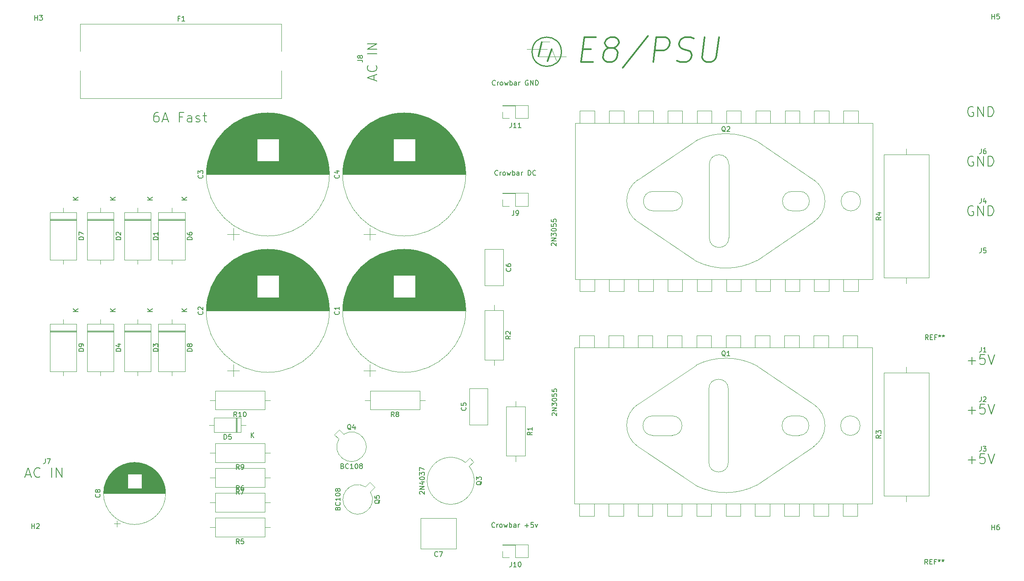
<source format=gbr>
G04 #@! TF.GenerationSoftware,KiCad,Pcbnew,(5.1.10-1-10_14)*
G04 #@! TF.CreationDate,2022-02-01T17:34:12+11:00*
G04 #@! TF.ProjectId,EDUC-8 PSU,45445543-2d38-4205-9053-552e6b696361,rev?*
G04 #@! TF.SameCoordinates,Original*
G04 #@! TF.FileFunction,Legend,Top*
G04 #@! TF.FilePolarity,Positive*
%FSLAX46Y46*%
G04 Gerber Fmt 4.6, Leading zero omitted, Abs format (unit mm)*
G04 Created by KiCad (PCBNEW (5.1.10-1-10_14)) date 2022-02-01 17:34:12*
%MOMM*%
%LPD*%
G01*
G04 APERTURE LIST*
%ADD10C,0.150000*%
%ADD11C,0.300000*%
%ADD12C,0.120000*%
%ADD13C,0.240000*%
G04 APERTURE END LIST*
D10*
X60119047Y-66104761D02*
X59738095Y-66104761D01*
X59547619Y-66200000D01*
X59452380Y-66295238D01*
X59261904Y-66580952D01*
X59166666Y-66961904D01*
X59166666Y-67723809D01*
X59261904Y-67914285D01*
X59357142Y-68009523D01*
X59547619Y-68104761D01*
X59928571Y-68104761D01*
X60119047Y-68009523D01*
X60214285Y-67914285D01*
X60309523Y-67723809D01*
X60309523Y-67247619D01*
X60214285Y-67057142D01*
X60119047Y-66961904D01*
X59928571Y-66866666D01*
X59547619Y-66866666D01*
X59357142Y-66961904D01*
X59261904Y-67057142D01*
X59166666Y-67247619D01*
X61071428Y-67533333D02*
X62023809Y-67533333D01*
X60880952Y-68104761D02*
X61547619Y-66104761D01*
X62214285Y-68104761D01*
X65071428Y-67057142D02*
X64404761Y-67057142D01*
X64404761Y-68104761D02*
X64404761Y-66104761D01*
X65357142Y-66104761D01*
X66976190Y-68104761D02*
X66976190Y-67057142D01*
X66880952Y-66866666D01*
X66690476Y-66771428D01*
X66309523Y-66771428D01*
X66119047Y-66866666D01*
X66976190Y-68009523D02*
X66785714Y-68104761D01*
X66309523Y-68104761D01*
X66119047Y-68009523D01*
X66023809Y-67819047D01*
X66023809Y-67628571D01*
X66119047Y-67438095D01*
X66309523Y-67342857D01*
X66785714Y-67342857D01*
X66976190Y-67247619D01*
X67833333Y-68009523D02*
X68023809Y-68104761D01*
X68404761Y-68104761D01*
X68595238Y-68009523D01*
X68690476Y-67819047D01*
X68690476Y-67723809D01*
X68595238Y-67533333D01*
X68404761Y-67438095D01*
X68119047Y-67438095D01*
X67928571Y-67342857D01*
X67833333Y-67152380D01*
X67833333Y-67057142D01*
X67928571Y-66866666D01*
X68119047Y-66771428D01*
X68404761Y-66771428D01*
X68595238Y-66866666D01*
X69261904Y-66771428D02*
X70023809Y-66771428D01*
X69547619Y-66104761D02*
X69547619Y-67819047D01*
X69642857Y-68009523D01*
X69833333Y-68104761D01*
X70023809Y-68104761D01*
X104333333Y-59461904D02*
X104333333Y-58509523D01*
X104904761Y-59652380D02*
X102904761Y-58985714D01*
X104904761Y-58319047D01*
X104714285Y-56509523D02*
X104809523Y-56604761D01*
X104904761Y-56890476D01*
X104904761Y-57080952D01*
X104809523Y-57366666D01*
X104619047Y-57557142D01*
X104428571Y-57652380D01*
X104047619Y-57747619D01*
X103761904Y-57747619D01*
X103380952Y-57652380D01*
X103190476Y-57557142D01*
X103000000Y-57366666D01*
X102904761Y-57080952D01*
X102904761Y-56890476D01*
X103000000Y-56604761D01*
X103095238Y-56509523D01*
X104904761Y-54128571D02*
X102904761Y-54128571D01*
X104904761Y-53176190D02*
X102904761Y-53176190D01*
X104904761Y-52033333D01*
X102904761Y-52033333D01*
X32938095Y-140333333D02*
X33890476Y-140333333D01*
X32747619Y-140904761D02*
X33414285Y-138904761D01*
X34080952Y-140904761D01*
X35890476Y-140714285D02*
X35795238Y-140809523D01*
X35509523Y-140904761D01*
X35319047Y-140904761D01*
X35033333Y-140809523D01*
X34842857Y-140619047D01*
X34747619Y-140428571D01*
X34652380Y-140047619D01*
X34652380Y-139761904D01*
X34747619Y-139380952D01*
X34842857Y-139190476D01*
X35033333Y-139000000D01*
X35319047Y-138904761D01*
X35509523Y-138904761D01*
X35795238Y-139000000D01*
X35890476Y-139095238D01*
X38271428Y-140904761D02*
X38271428Y-138904761D01*
X39223809Y-140904761D02*
X39223809Y-138904761D01*
X40366666Y-140904761D01*
X40366666Y-138904761D01*
X129052380Y-151057142D02*
X129004761Y-151104761D01*
X128861904Y-151152380D01*
X128766666Y-151152380D01*
X128623809Y-151104761D01*
X128528571Y-151009523D01*
X128480952Y-150914285D01*
X128433333Y-150723809D01*
X128433333Y-150580952D01*
X128480952Y-150390476D01*
X128528571Y-150295238D01*
X128623809Y-150200000D01*
X128766666Y-150152380D01*
X128861904Y-150152380D01*
X129004761Y-150200000D01*
X129052380Y-150247619D01*
X129480952Y-151152380D02*
X129480952Y-150485714D01*
X129480952Y-150676190D02*
X129528571Y-150580952D01*
X129576190Y-150533333D01*
X129671428Y-150485714D01*
X129766666Y-150485714D01*
X130242857Y-151152380D02*
X130147619Y-151104761D01*
X130100000Y-151057142D01*
X130052380Y-150961904D01*
X130052380Y-150676190D01*
X130100000Y-150580952D01*
X130147619Y-150533333D01*
X130242857Y-150485714D01*
X130385714Y-150485714D01*
X130480952Y-150533333D01*
X130528571Y-150580952D01*
X130576190Y-150676190D01*
X130576190Y-150961904D01*
X130528571Y-151057142D01*
X130480952Y-151104761D01*
X130385714Y-151152380D01*
X130242857Y-151152380D01*
X130909523Y-150485714D02*
X131100000Y-151152380D01*
X131290476Y-150676190D01*
X131480952Y-151152380D01*
X131671428Y-150485714D01*
X132052380Y-151152380D02*
X132052380Y-150152380D01*
X132052380Y-150533333D02*
X132147619Y-150485714D01*
X132338095Y-150485714D01*
X132433333Y-150533333D01*
X132480952Y-150580952D01*
X132528571Y-150676190D01*
X132528571Y-150961904D01*
X132480952Y-151057142D01*
X132433333Y-151104761D01*
X132338095Y-151152380D01*
X132147619Y-151152380D01*
X132052380Y-151104761D01*
X133385714Y-151152380D02*
X133385714Y-150628571D01*
X133338095Y-150533333D01*
X133242857Y-150485714D01*
X133052380Y-150485714D01*
X132957142Y-150533333D01*
X133385714Y-151104761D02*
X133290476Y-151152380D01*
X133052380Y-151152380D01*
X132957142Y-151104761D01*
X132909523Y-151009523D01*
X132909523Y-150914285D01*
X132957142Y-150819047D01*
X133052380Y-150771428D01*
X133290476Y-150771428D01*
X133385714Y-150723809D01*
X133861904Y-151152380D02*
X133861904Y-150485714D01*
X133861904Y-150676190D02*
X133909523Y-150580952D01*
X133957142Y-150533333D01*
X134052380Y-150485714D01*
X134147619Y-150485714D01*
X135242857Y-150771428D02*
X136004761Y-150771428D01*
X135623809Y-151152380D02*
X135623809Y-150390476D01*
X136957142Y-150152380D02*
X136480952Y-150152380D01*
X136433333Y-150628571D01*
X136480952Y-150580952D01*
X136576190Y-150533333D01*
X136814285Y-150533333D01*
X136909523Y-150580952D01*
X136957142Y-150628571D01*
X137004761Y-150723809D01*
X137004761Y-150961904D01*
X136957142Y-151057142D01*
X136909523Y-151104761D01*
X136814285Y-151152380D01*
X136576190Y-151152380D01*
X136480952Y-151104761D01*
X136433333Y-151057142D01*
X137338095Y-150485714D02*
X137576190Y-151152380D01*
X137814285Y-150485714D01*
X129678571Y-78907142D02*
X129630952Y-78954761D01*
X129488095Y-79002380D01*
X129392857Y-79002380D01*
X129250000Y-78954761D01*
X129154761Y-78859523D01*
X129107142Y-78764285D01*
X129059523Y-78573809D01*
X129059523Y-78430952D01*
X129107142Y-78240476D01*
X129154761Y-78145238D01*
X129250000Y-78050000D01*
X129392857Y-78002380D01*
X129488095Y-78002380D01*
X129630952Y-78050000D01*
X129678571Y-78097619D01*
X130107142Y-79002380D02*
X130107142Y-78335714D01*
X130107142Y-78526190D02*
X130154761Y-78430952D01*
X130202380Y-78383333D01*
X130297619Y-78335714D01*
X130392857Y-78335714D01*
X130869047Y-79002380D02*
X130773809Y-78954761D01*
X130726190Y-78907142D01*
X130678571Y-78811904D01*
X130678571Y-78526190D01*
X130726190Y-78430952D01*
X130773809Y-78383333D01*
X130869047Y-78335714D01*
X131011904Y-78335714D01*
X131107142Y-78383333D01*
X131154761Y-78430952D01*
X131202380Y-78526190D01*
X131202380Y-78811904D01*
X131154761Y-78907142D01*
X131107142Y-78954761D01*
X131011904Y-79002380D01*
X130869047Y-79002380D01*
X131535714Y-78335714D02*
X131726190Y-79002380D01*
X131916666Y-78526190D01*
X132107142Y-79002380D01*
X132297619Y-78335714D01*
X132678571Y-79002380D02*
X132678571Y-78002380D01*
X132678571Y-78383333D02*
X132773809Y-78335714D01*
X132964285Y-78335714D01*
X133059523Y-78383333D01*
X133107142Y-78430952D01*
X133154761Y-78526190D01*
X133154761Y-78811904D01*
X133107142Y-78907142D01*
X133059523Y-78954761D01*
X132964285Y-79002380D01*
X132773809Y-79002380D01*
X132678571Y-78954761D01*
X134011904Y-79002380D02*
X134011904Y-78478571D01*
X133964285Y-78383333D01*
X133869047Y-78335714D01*
X133678571Y-78335714D01*
X133583333Y-78383333D01*
X134011904Y-78954761D02*
X133916666Y-79002380D01*
X133678571Y-79002380D01*
X133583333Y-78954761D01*
X133535714Y-78859523D01*
X133535714Y-78764285D01*
X133583333Y-78669047D01*
X133678571Y-78621428D01*
X133916666Y-78621428D01*
X134011904Y-78573809D01*
X134488095Y-79002380D02*
X134488095Y-78335714D01*
X134488095Y-78526190D02*
X134535714Y-78430952D01*
X134583333Y-78383333D01*
X134678571Y-78335714D01*
X134773809Y-78335714D01*
X135869047Y-79002380D02*
X135869047Y-78002380D01*
X136107142Y-78002380D01*
X136250000Y-78050000D01*
X136345238Y-78145238D01*
X136392857Y-78240476D01*
X136440476Y-78430952D01*
X136440476Y-78573809D01*
X136392857Y-78764285D01*
X136345238Y-78859523D01*
X136250000Y-78954761D01*
X136107142Y-79002380D01*
X135869047Y-79002380D01*
X137440476Y-78907142D02*
X137392857Y-78954761D01*
X137250000Y-79002380D01*
X137154761Y-79002380D01*
X137011904Y-78954761D01*
X136916666Y-78859523D01*
X136869047Y-78764285D01*
X136821428Y-78573809D01*
X136821428Y-78430952D01*
X136869047Y-78240476D01*
X136916666Y-78145238D01*
X137011904Y-78050000D01*
X137154761Y-78002380D01*
X137250000Y-78002380D01*
X137392857Y-78050000D01*
X137440476Y-78097619D01*
X129154761Y-60457142D02*
X129107142Y-60504761D01*
X128964285Y-60552380D01*
X128869047Y-60552380D01*
X128726190Y-60504761D01*
X128630952Y-60409523D01*
X128583333Y-60314285D01*
X128535714Y-60123809D01*
X128535714Y-59980952D01*
X128583333Y-59790476D01*
X128630952Y-59695238D01*
X128726190Y-59600000D01*
X128869047Y-59552380D01*
X128964285Y-59552380D01*
X129107142Y-59600000D01*
X129154761Y-59647619D01*
X129583333Y-60552380D02*
X129583333Y-59885714D01*
X129583333Y-60076190D02*
X129630952Y-59980952D01*
X129678571Y-59933333D01*
X129773809Y-59885714D01*
X129869047Y-59885714D01*
X130345238Y-60552380D02*
X130250000Y-60504761D01*
X130202380Y-60457142D01*
X130154761Y-60361904D01*
X130154761Y-60076190D01*
X130202380Y-59980952D01*
X130250000Y-59933333D01*
X130345238Y-59885714D01*
X130488095Y-59885714D01*
X130583333Y-59933333D01*
X130630952Y-59980952D01*
X130678571Y-60076190D01*
X130678571Y-60361904D01*
X130630952Y-60457142D01*
X130583333Y-60504761D01*
X130488095Y-60552380D01*
X130345238Y-60552380D01*
X131011904Y-59885714D02*
X131202380Y-60552380D01*
X131392857Y-60076190D01*
X131583333Y-60552380D01*
X131773809Y-59885714D01*
X132154761Y-60552380D02*
X132154761Y-59552380D01*
X132154761Y-59933333D02*
X132250000Y-59885714D01*
X132440476Y-59885714D01*
X132535714Y-59933333D01*
X132583333Y-59980952D01*
X132630952Y-60076190D01*
X132630952Y-60361904D01*
X132583333Y-60457142D01*
X132535714Y-60504761D01*
X132440476Y-60552380D01*
X132250000Y-60552380D01*
X132154761Y-60504761D01*
X133488095Y-60552380D02*
X133488095Y-60028571D01*
X133440476Y-59933333D01*
X133345238Y-59885714D01*
X133154761Y-59885714D01*
X133059523Y-59933333D01*
X133488095Y-60504761D02*
X133392857Y-60552380D01*
X133154761Y-60552380D01*
X133059523Y-60504761D01*
X133011904Y-60409523D01*
X133011904Y-60314285D01*
X133059523Y-60219047D01*
X133154761Y-60171428D01*
X133392857Y-60171428D01*
X133488095Y-60123809D01*
X133964285Y-60552380D02*
X133964285Y-59885714D01*
X133964285Y-60076190D02*
X134011904Y-59980952D01*
X134059523Y-59933333D01*
X134154761Y-59885714D01*
X134250000Y-59885714D01*
X135869047Y-59600000D02*
X135773809Y-59552380D01*
X135630952Y-59552380D01*
X135488095Y-59600000D01*
X135392857Y-59695238D01*
X135345238Y-59790476D01*
X135297619Y-59980952D01*
X135297619Y-60123809D01*
X135345238Y-60314285D01*
X135392857Y-60409523D01*
X135488095Y-60504761D01*
X135630952Y-60552380D01*
X135726190Y-60552380D01*
X135869047Y-60504761D01*
X135916666Y-60457142D01*
X135916666Y-60123809D01*
X135726190Y-60123809D01*
X136345238Y-60552380D02*
X136345238Y-59552380D01*
X136916666Y-60552380D01*
X136916666Y-59552380D01*
X137392857Y-60552380D02*
X137392857Y-59552380D01*
X137630952Y-59552380D01*
X137773809Y-59600000D01*
X137869047Y-59695238D01*
X137916666Y-59790476D01*
X137964285Y-59980952D01*
X137964285Y-60123809D01*
X137916666Y-60314285D01*
X137869047Y-60409523D01*
X137773809Y-60504761D01*
X137630952Y-60552380D01*
X137392857Y-60552380D01*
D11*
X147073660Y-53137142D02*
X148766994Y-53137142D01*
X149160089Y-55798095D02*
X146741041Y-55798095D01*
X147376041Y-50718095D01*
X149795089Y-50718095D01*
X152425803Y-52895238D02*
X151972232Y-52653333D01*
X151760565Y-52411428D01*
X151579136Y-51927619D01*
X151609375Y-51685714D01*
X151911755Y-51201904D01*
X152183898Y-50960000D01*
X152697946Y-50718095D01*
X153665565Y-50718095D01*
X154119136Y-50960000D01*
X154330803Y-51201904D01*
X154512232Y-51685714D01*
X154481994Y-51927619D01*
X154179613Y-52411428D01*
X153907470Y-52653333D01*
X153393422Y-52895238D01*
X152425803Y-52895238D01*
X151911755Y-53137142D01*
X151639613Y-53379047D01*
X151337232Y-53862857D01*
X151216279Y-54830476D01*
X151397708Y-55314285D01*
X151609375Y-55556190D01*
X152062946Y-55798095D01*
X153030565Y-55798095D01*
X153544613Y-55556190D01*
X153816755Y-55314285D01*
X154119136Y-54830476D01*
X154240089Y-53862857D01*
X154058660Y-53379047D01*
X153846994Y-53137142D01*
X153393422Y-52895238D01*
X160469136Y-50476190D02*
X155298422Y-57007619D01*
X161497232Y-55798095D02*
X162132232Y-50718095D01*
X164067470Y-50718095D01*
X164521041Y-50960000D01*
X164732708Y-51201904D01*
X164914136Y-51685714D01*
X164823422Y-52411428D01*
X164521041Y-52895238D01*
X164248898Y-53137142D01*
X163734851Y-53379047D01*
X161799613Y-53379047D01*
X166365565Y-55556190D02*
X167061041Y-55798095D01*
X168270565Y-55798095D01*
X168784613Y-55556190D01*
X169056755Y-55314285D01*
X169359136Y-54830476D01*
X169419613Y-54346666D01*
X169238184Y-53862857D01*
X169026517Y-53620952D01*
X168572946Y-53379047D01*
X167635565Y-53137142D01*
X167181994Y-52895238D01*
X166970327Y-52653333D01*
X166788898Y-52169523D01*
X166849375Y-51685714D01*
X167151755Y-51201904D01*
X167423898Y-50960000D01*
X167937946Y-50718095D01*
X169147470Y-50718095D01*
X169842946Y-50960000D01*
X172050327Y-50718095D02*
X171536279Y-54830476D01*
X171717708Y-55314285D01*
X171929375Y-55556190D01*
X172382946Y-55798095D01*
X173350565Y-55798095D01*
X173864613Y-55556190D01*
X174136755Y-55314285D01*
X174439136Y-54830476D01*
X174953184Y-50718095D01*
D10*
X227076190Y-85360000D02*
X226885714Y-85264761D01*
X226600000Y-85264761D01*
X226314285Y-85360000D01*
X226123809Y-85550476D01*
X226028571Y-85740952D01*
X225933333Y-86121904D01*
X225933333Y-86407619D01*
X226028571Y-86788571D01*
X226123809Y-86979047D01*
X226314285Y-87169523D01*
X226600000Y-87264761D01*
X226790476Y-87264761D01*
X227076190Y-87169523D01*
X227171428Y-87074285D01*
X227171428Y-86407619D01*
X226790476Y-86407619D01*
X228028571Y-87264761D02*
X228028571Y-85264761D01*
X229171428Y-87264761D01*
X229171428Y-85264761D01*
X230123809Y-87264761D02*
X230123809Y-85264761D01*
X230600000Y-85264761D01*
X230885714Y-85360000D01*
X231076190Y-85550476D01*
X231171428Y-85740952D01*
X231266666Y-86121904D01*
X231266666Y-86407619D01*
X231171428Y-86788571D01*
X231076190Y-86979047D01*
X230885714Y-87169523D01*
X230600000Y-87264761D01*
X230123809Y-87264761D01*
X227076190Y-65040000D02*
X226885714Y-64944761D01*
X226600000Y-64944761D01*
X226314285Y-65040000D01*
X226123809Y-65230476D01*
X226028571Y-65420952D01*
X225933333Y-65801904D01*
X225933333Y-66087619D01*
X226028571Y-66468571D01*
X226123809Y-66659047D01*
X226314285Y-66849523D01*
X226600000Y-66944761D01*
X226790476Y-66944761D01*
X227076190Y-66849523D01*
X227171428Y-66754285D01*
X227171428Y-66087619D01*
X226790476Y-66087619D01*
X228028571Y-66944761D02*
X228028571Y-64944761D01*
X229171428Y-66944761D01*
X229171428Y-64944761D01*
X230123809Y-66944761D02*
X230123809Y-64944761D01*
X230600000Y-64944761D01*
X230885714Y-65040000D01*
X231076190Y-65230476D01*
X231171428Y-65420952D01*
X231266666Y-65801904D01*
X231266666Y-66087619D01*
X231171428Y-66468571D01*
X231076190Y-66659047D01*
X230885714Y-66849523D01*
X230600000Y-66944761D01*
X230123809Y-66944761D01*
X227076190Y-75200000D02*
X226885714Y-75104761D01*
X226600000Y-75104761D01*
X226314285Y-75200000D01*
X226123809Y-75390476D01*
X226028571Y-75580952D01*
X225933333Y-75961904D01*
X225933333Y-76247619D01*
X226028571Y-76628571D01*
X226123809Y-76819047D01*
X226314285Y-77009523D01*
X226600000Y-77104761D01*
X226790476Y-77104761D01*
X227076190Y-77009523D01*
X227171428Y-76914285D01*
X227171428Y-76247619D01*
X226790476Y-76247619D01*
X228028571Y-77104761D02*
X228028571Y-75104761D01*
X229171428Y-77104761D01*
X229171428Y-75104761D01*
X230123809Y-77104761D02*
X230123809Y-75104761D01*
X230600000Y-75104761D01*
X230885714Y-75200000D01*
X231076190Y-75390476D01*
X231171428Y-75580952D01*
X231266666Y-75961904D01*
X231266666Y-76247619D01*
X231171428Y-76628571D01*
X231076190Y-76819047D01*
X230885714Y-77009523D01*
X230600000Y-77104761D01*
X230123809Y-77104761D01*
X226028571Y-127142857D02*
X227552380Y-127142857D01*
X226790476Y-127904761D02*
X226790476Y-126380952D01*
X229457142Y-125904761D02*
X228504761Y-125904761D01*
X228409523Y-126857142D01*
X228504761Y-126761904D01*
X228695238Y-126666666D01*
X229171428Y-126666666D01*
X229361904Y-126761904D01*
X229457142Y-126857142D01*
X229552380Y-127047619D01*
X229552380Y-127523809D01*
X229457142Y-127714285D01*
X229361904Y-127809523D01*
X229171428Y-127904761D01*
X228695238Y-127904761D01*
X228504761Y-127809523D01*
X228409523Y-127714285D01*
X230123809Y-125904761D02*
X230790476Y-127904761D01*
X231457142Y-125904761D01*
X226028571Y-137302857D02*
X227552380Y-137302857D01*
X226790476Y-138064761D02*
X226790476Y-136540952D01*
X229457142Y-136064761D02*
X228504761Y-136064761D01*
X228409523Y-137017142D01*
X228504761Y-136921904D01*
X228695238Y-136826666D01*
X229171428Y-136826666D01*
X229361904Y-136921904D01*
X229457142Y-137017142D01*
X229552380Y-137207619D01*
X229552380Y-137683809D01*
X229457142Y-137874285D01*
X229361904Y-137969523D01*
X229171428Y-138064761D01*
X228695238Y-138064761D01*
X228504761Y-137969523D01*
X228409523Y-137874285D01*
X230123809Y-136064761D02*
X230790476Y-138064761D01*
X231457142Y-136064761D01*
X226028571Y-116982857D02*
X227552380Y-116982857D01*
X226790476Y-117744761D02*
X226790476Y-116220952D01*
X229457142Y-115744761D02*
X228504761Y-115744761D01*
X228409523Y-116697142D01*
X228504761Y-116601904D01*
X228695238Y-116506666D01*
X229171428Y-116506666D01*
X229361904Y-116601904D01*
X229457142Y-116697142D01*
X229552380Y-116887619D01*
X229552380Y-117363809D01*
X229457142Y-117554285D01*
X229361904Y-117649523D01*
X229171428Y-117744761D01*
X228695238Y-117744761D01*
X228504761Y-117649523D01*
X228409523Y-117554285D01*
X230123809Y-115744761D02*
X230790476Y-117744761D01*
X231457142Y-115744761D01*
D12*
X135870000Y-67330000D02*
X133270000Y-67330000D01*
X135870000Y-67330000D02*
X135870000Y-64670000D01*
X135870000Y-64670000D02*
X130670000Y-64670000D01*
X130670000Y-64730000D02*
X130670000Y-64670000D01*
X133270000Y-64730000D02*
X130670000Y-64730000D01*
X133270000Y-67330000D02*
X133270000Y-64730000D01*
X130670000Y-67330000D02*
X130670000Y-66000000D01*
X132000000Y-67330000D02*
X130670000Y-67330000D01*
X135870000Y-157330000D02*
X133270000Y-157330000D01*
X135870000Y-157330000D02*
X135870000Y-154670000D01*
X135870000Y-154670000D02*
X130670000Y-154670000D01*
X130670000Y-154730000D02*
X130670000Y-154670000D01*
X133270000Y-154730000D02*
X130670000Y-154730000D01*
X133270000Y-157330000D02*
X133270000Y-154730000D01*
X130670000Y-157330000D02*
X130670000Y-156000000D01*
X132000000Y-157330000D02*
X130670000Y-157330000D01*
X135870000Y-85330000D02*
X133270000Y-85330000D01*
X135870000Y-85330000D02*
X135870000Y-82670000D01*
X135870000Y-82670000D02*
X130670000Y-82670000D01*
X130670000Y-82730000D02*
X130670000Y-82670000D01*
X133270000Y-82730000D02*
X130670000Y-82730000D01*
X133270000Y-85330000D02*
X133270000Y-82730000D01*
X130670000Y-85330000D02*
X130670000Y-84000000D01*
X132000000Y-85330000D02*
X130670000Y-85330000D01*
X44070000Y-57600000D02*
X44070000Y-63230000D01*
X44070000Y-47970000D02*
X44070000Y-53600000D01*
X85330000Y-57600000D02*
X85330000Y-63230000D01*
X85330000Y-47970000D02*
X85330000Y-53600000D01*
X85330000Y-63230000D02*
X44070000Y-63230000D01*
X44070000Y-47970000D02*
X85330000Y-47970000D01*
X43360000Y-110855000D02*
X37920000Y-110855000D01*
X43360000Y-111095000D02*
X37920000Y-111095000D01*
X43360000Y-110975000D02*
X37920000Y-110975000D01*
X40640000Y-120080000D02*
X40640000Y-119170000D01*
X40640000Y-108520000D02*
X40640000Y-109430000D01*
X43360000Y-119170000D02*
X43360000Y-109430000D01*
X37920000Y-119170000D02*
X43360000Y-119170000D01*
X37920000Y-109430000D02*
X37920000Y-119170000D01*
X43360000Y-109430000D02*
X37920000Y-109430000D01*
X65585000Y-110855000D02*
X60145000Y-110855000D01*
X65585000Y-111095000D02*
X60145000Y-111095000D01*
X65585000Y-110975000D02*
X60145000Y-110975000D01*
X62865000Y-120080000D02*
X62865000Y-119170000D01*
X62865000Y-108520000D02*
X62865000Y-109430000D01*
X65585000Y-119170000D02*
X65585000Y-109430000D01*
X60145000Y-119170000D02*
X65585000Y-119170000D01*
X60145000Y-109430000D02*
X60145000Y-119170000D01*
X65585000Y-109430000D02*
X60145000Y-109430000D01*
X43360000Y-87995000D02*
X37920000Y-87995000D01*
X43360000Y-88235000D02*
X37920000Y-88235000D01*
X43360000Y-88115000D02*
X37920000Y-88115000D01*
X40640000Y-97220000D02*
X40640000Y-96310000D01*
X40640000Y-85660000D02*
X40640000Y-86570000D01*
X43360000Y-96310000D02*
X43360000Y-86570000D01*
X37920000Y-96310000D02*
X43360000Y-96310000D01*
X37920000Y-86570000D02*
X37920000Y-96310000D01*
X43360000Y-86570000D02*
X37920000Y-86570000D01*
X65585000Y-87995000D02*
X60145000Y-87995000D01*
X65585000Y-88235000D02*
X60145000Y-88235000D01*
X65585000Y-88115000D02*
X60145000Y-88115000D01*
X62865000Y-97220000D02*
X62865000Y-96310000D01*
X62865000Y-85660000D02*
X62865000Y-86570000D01*
X65585000Y-96310000D02*
X65585000Y-86570000D01*
X60145000Y-96310000D02*
X65585000Y-96310000D01*
X60145000Y-86570000D02*
X60145000Y-96310000D01*
X65585000Y-86570000D02*
X60145000Y-86570000D01*
X76235000Y-131645000D02*
X76235000Y-128705000D01*
X75995000Y-131645000D02*
X75995000Y-128705000D01*
X76115000Y-131645000D02*
X76115000Y-128705000D01*
X70555000Y-130175000D02*
X71575000Y-130175000D01*
X78035000Y-130175000D02*
X77015000Y-130175000D01*
X71575000Y-131645000D02*
X77015000Y-131645000D01*
X71575000Y-128705000D02*
X71575000Y-131645000D01*
X77015000Y-128705000D02*
X71575000Y-128705000D01*
X77015000Y-131645000D02*
X77015000Y-128705000D01*
D13*
X142700000Y-53700000D02*
G75*
G03*
X142700000Y-53700000I-3000000J0D01*
G01*
D11*
X138700000Y-51700000D02*
X138000000Y-54600000D01*
D12*
X138660000Y-51630000D02*
X140270000Y-51630000D01*
X135610000Y-53170000D02*
X139810000Y-53170000D01*
X137950000Y-54650000D02*
X143650000Y-54650000D01*
D11*
X140700000Y-53200000D02*
X139900000Y-55600000D01*
D12*
X140740000Y-53190000D02*
X141700000Y-55660000D01*
X146400000Y-111800000D02*
X146400000Y-114300000D01*
X149400000Y-111800000D02*
X146400000Y-111800000D01*
X149400000Y-114300000D02*
X149400000Y-111800000D01*
X152400000Y-111800000D02*
X152400000Y-114300000D01*
X155400000Y-111800000D02*
X152400000Y-111800000D01*
X155400000Y-114300000D02*
X155400000Y-111800000D01*
X158400000Y-111800000D02*
X158400000Y-114300000D01*
X161400000Y-111800000D02*
X158400000Y-111800000D01*
X161400000Y-114300000D02*
X161400000Y-111800000D01*
X164400000Y-111800000D02*
X164400000Y-114300000D01*
X167400000Y-111800000D02*
X164400000Y-111800000D01*
X167400000Y-114300000D02*
X167400000Y-111800000D01*
X170400000Y-111800000D02*
X170400000Y-114300000D01*
X173400000Y-111800000D02*
X170400000Y-111800000D01*
X173400000Y-114300000D02*
X173400000Y-111800000D01*
X176400000Y-111800000D02*
X176400000Y-114300000D01*
X179400000Y-111800000D02*
X176400000Y-111800000D01*
X179400000Y-114300000D02*
X179400000Y-111800000D01*
X182400000Y-111800000D02*
X182400000Y-114300000D01*
X185400000Y-111800000D02*
X182400000Y-111800000D01*
X185400000Y-114300000D02*
X185400000Y-111800000D01*
X188400000Y-111800000D02*
X188400000Y-114300000D01*
X191400000Y-111800000D02*
X188400000Y-111800000D01*
X191400000Y-114300000D02*
X191400000Y-111800000D01*
X194400000Y-111800000D02*
X194400000Y-114300000D01*
X197400000Y-111800000D02*
X194400000Y-111800000D01*
X197400000Y-114300000D02*
X197400000Y-111800000D01*
X200400000Y-114300000D02*
X197400000Y-114300000D01*
X200400000Y-111800000D02*
X200400000Y-114300000D01*
X203400000Y-111800000D02*
X200400000Y-111800000D01*
X203400000Y-114300000D02*
X203400000Y-111800000D01*
X155400000Y-148800000D02*
X152400000Y-148800000D01*
X146400000Y-148800000D02*
X149400000Y-148800000D01*
X146400000Y-146300000D02*
X146400000Y-148800000D01*
X161400000Y-148800000D02*
X158400000Y-148800000D01*
X167400000Y-148800000D02*
X164400000Y-148800000D01*
X173400000Y-148800000D02*
X170400000Y-148800000D01*
X179400000Y-148800000D02*
X176400000Y-148800000D01*
X185400000Y-148800000D02*
X182400000Y-148800000D01*
X191400000Y-148800000D02*
X188400000Y-148800000D01*
X197400000Y-148800000D02*
X194400000Y-148800000D01*
X203400000Y-148800000D02*
X200400000Y-148800000D01*
X149400000Y-148800000D02*
X149400000Y-146300000D01*
X152400000Y-148800000D02*
X152400000Y-146300000D01*
X155400000Y-148800000D02*
X155400000Y-146300000D01*
X158400000Y-148800000D02*
X158400000Y-146300000D01*
X161400000Y-148800000D02*
X161400000Y-146300000D01*
X164400000Y-148800000D02*
X164400000Y-146300000D01*
X167400000Y-148800000D02*
X167400000Y-146300000D01*
X170400000Y-148800000D02*
X170400000Y-146300000D01*
X173400000Y-148800000D02*
X173400000Y-146300000D01*
X176400000Y-148800000D02*
X176400000Y-146300000D01*
X179400000Y-148800000D02*
X179400000Y-146300000D01*
X182400000Y-148800000D02*
X182400000Y-146300000D01*
X185400000Y-148800000D02*
X185400000Y-146300000D01*
X188400000Y-148800000D02*
X188400000Y-146300000D01*
X191400000Y-148800000D02*
X191400000Y-146300000D01*
X194400000Y-148800000D02*
X194400000Y-146300000D01*
X197400000Y-148800000D02*
X197400000Y-146300000D01*
X200400000Y-148800000D02*
X200400000Y-146300000D01*
X203400000Y-146300000D02*
X203400000Y-148800000D01*
X206400000Y-114300000D02*
X206400000Y-130300000D01*
X145400000Y-114300000D02*
X206400000Y-114300000D01*
X145400000Y-146300000D02*
X145400000Y-114300000D01*
X206400000Y-146300000D02*
X145400000Y-146300000D01*
X206400000Y-130300000D02*
X206400000Y-146300000D01*
X165400000Y-128300000D02*
X161400000Y-128300000D01*
X165400000Y-132300000D02*
X161400000Y-132300000D01*
X172900000Y-137800000D02*
X172900000Y-122800000D01*
X176900000Y-137800000D02*
X176900000Y-122800000D01*
X191400000Y-128300000D02*
X189900000Y-128300000D01*
X191400000Y-132300000D02*
X189900000Y-132300000D01*
X203900000Y-130300000D02*
G75*
G03*
X203900000Y-130300000I-2000000J0D01*
G01*
X161400000Y-132300000D02*
G75*
G02*
X161400000Y-128300000I0J2000000D01*
G01*
X165400000Y-128300000D02*
G75*
G02*
X165400000Y-132300000I0J-2000000D01*
G01*
X176900000Y-137800000D02*
G75*
G02*
X172900000Y-137800000I-2000000J0D01*
G01*
X172900000Y-122800000D02*
G75*
G02*
X176900000Y-122800000I2000000J0D01*
G01*
X189900000Y-132300000D02*
G75*
G02*
X189900000Y-128300000I0J2000000D01*
G01*
X191400000Y-128300000D02*
G75*
G02*
X191400000Y-132300000I0J-2000000D01*
G01*
X146500000Y-65800000D02*
X146500000Y-68300000D01*
X149500000Y-65800000D02*
X146500000Y-65800000D01*
X149500000Y-68300000D02*
X149500000Y-65800000D01*
X152500000Y-65800000D02*
X152500000Y-68300000D01*
X155500000Y-65800000D02*
X152500000Y-65800000D01*
X155500000Y-68300000D02*
X155500000Y-65800000D01*
X158500000Y-65800000D02*
X158500000Y-68300000D01*
X161500000Y-65800000D02*
X158500000Y-65800000D01*
X161500000Y-68300000D02*
X161500000Y-65800000D01*
X164500000Y-65800000D02*
X164500000Y-68300000D01*
X167500000Y-65800000D02*
X164500000Y-65800000D01*
X167500000Y-68300000D02*
X167500000Y-65800000D01*
X170500000Y-65800000D02*
X170500000Y-68300000D01*
X173500000Y-65800000D02*
X170500000Y-65800000D01*
X173500000Y-68300000D02*
X173500000Y-65800000D01*
X176500000Y-65800000D02*
X176500000Y-68300000D01*
X179500000Y-65800000D02*
X176500000Y-65800000D01*
X179500000Y-68300000D02*
X179500000Y-65800000D01*
X182500000Y-65800000D02*
X182500000Y-68300000D01*
X185500000Y-65800000D02*
X182500000Y-65800000D01*
X185500000Y-68300000D02*
X185500000Y-65800000D01*
X188500000Y-65800000D02*
X188500000Y-68300000D01*
X191500000Y-65800000D02*
X188500000Y-65800000D01*
X191500000Y-68300000D02*
X191500000Y-65800000D01*
X194500000Y-65800000D02*
X194500000Y-68300000D01*
X197500000Y-65800000D02*
X194500000Y-65800000D01*
X197500000Y-68300000D02*
X197500000Y-65800000D01*
X200500000Y-68300000D02*
X197500000Y-68300000D01*
X200500000Y-65800000D02*
X200500000Y-68300000D01*
X203500000Y-65800000D02*
X200500000Y-65800000D01*
X203500000Y-68300000D02*
X203500000Y-65800000D01*
X155500000Y-102800000D02*
X152500000Y-102800000D01*
X146500000Y-102800000D02*
X149500000Y-102800000D01*
X146500000Y-100300000D02*
X146500000Y-102800000D01*
X161500000Y-102800000D02*
X158500000Y-102800000D01*
X167500000Y-102800000D02*
X164500000Y-102800000D01*
X173500000Y-102800000D02*
X170500000Y-102800000D01*
X179500000Y-102800000D02*
X176500000Y-102800000D01*
X185500000Y-102800000D02*
X182500000Y-102800000D01*
X191500000Y-102800000D02*
X188500000Y-102800000D01*
X197500000Y-102800000D02*
X194500000Y-102800000D01*
X203500000Y-102800000D02*
X200500000Y-102800000D01*
X149500000Y-102800000D02*
X149500000Y-100300000D01*
X152500000Y-102800000D02*
X152500000Y-100300000D01*
X155500000Y-102800000D02*
X155500000Y-100300000D01*
X158500000Y-102800000D02*
X158500000Y-100300000D01*
X161500000Y-102800000D02*
X161500000Y-100300000D01*
X164500000Y-102800000D02*
X164500000Y-100300000D01*
X167500000Y-102800000D02*
X167500000Y-100300000D01*
X170500000Y-102800000D02*
X170500000Y-100300000D01*
X173500000Y-102800000D02*
X173500000Y-100300000D01*
X176500000Y-102800000D02*
X176500000Y-100300000D01*
X179500000Y-102800000D02*
X179500000Y-100300000D01*
X182500000Y-102800000D02*
X182500000Y-100300000D01*
X185500000Y-102800000D02*
X185500000Y-100300000D01*
X188500000Y-102800000D02*
X188500000Y-100300000D01*
X191500000Y-102800000D02*
X191500000Y-100300000D01*
X194500000Y-102800000D02*
X194500000Y-100300000D01*
X197500000Y-102800000D02*
X197500000Y-100300000D01*
X200500000Y-102800000D02*
X200500000Y-100300000D01*
X203500000Y-100300000D02*
X203500000Y-102800000D01*
X206500000Y-68300000D02*
X206500000Y-84300000D01*
X145500000Y-68300000D02*
X206500000Y-68300000D01*
X145500000Y-100300000D02*
X145500000Y-68300000D01*
X206500000Y-100300000D02*
X145500000Y-100300000D01*
X206500000Y-84300000D02*
X206500000Y-100300000D01*
X165500000Y-82300000D02*
X161500000Y-82300000D01*
X165500000Y-86300000D02*
X161500000Y-86300000D01*
X173000000Y-91800000D02*
X173000000Y-76800000D01*
X177000000Y-91800000D02*
X177000000Y-76800000D01*
X191500000Y-82300000D02*
X190000000Y-82300000D01*
X191500000Y-86300000D02*
X190000000Y-86300000D01*
X204000000Y-84300000D02*
G75*
G03*
X204000000Y-84300000I-2000000J0D01*
G01*
X161500000Y-86300000D02*
G75*
G02*
X161500000Y-82300000I0J2000000D01*
G01*
X165500000Y-82300000D02*
G75*
G02*
X165500000Y-86300000I0J-2000000D01*
G01*
X177000000Y-91800000D02*
G75*
G02*
X173000000Y-91800000I-2000000J0D01*
G01*
X173000000Y-76800000D02*
G75*
G02*
X177000000Y-76800000I2000000J0D01*
G01*
X190000000Y-86300000D02*
G75*
G02*
X190000000Y-82300000I0J2000000D01*
G01*
X191500000Y-82300000D02*
G75*
G02*
X191500000Y-86300000I0J-2000000D01*
G01*
X170300000Y-117900000D02*
X158400000Y-125900000D01*
X170300000Y-142600000D02*
X158300000Y-134500000D01*
X182700000Y-118000000D02*
X194500000Y-126000000D01*
X182700000Y-142500000D02*
X194500000Y-134500000D01*
X194347176Y-134603859D02*
G75*
G03*
X194500000Y-126000000I-2847176J4353859D01*
G01*
X158323034Y-134547693D02*
G75*
G02*
X158400000Y-125900000I2976966J4297693D01*
G01*
X182805870Y-142444151D02*
G75*
G02*
X170300000Y-142600000I-6405870J12194151D01*
G01*
X182805870Y-118055849D02*
G75*
G03*
X170300000Y-117900000I-6405870J-12194151D01*
G01*
X170300000Y-71900000D02*
X158400000Y-79900000D01*
X170300000Y-96600000D02*
X158300000Y-88500000D01*
X182700000Y-72000000D02*
X194500000Y-80000000D01*
X182700000Y-96500000D02*
X194500000Y-88500000D01*
X194347176Y-88603859D02*
G75*
G03*
X194500000Y-80000000I-2847176J4353859D01*
G01*
X158323034Y-88547693D02*
G75*
G02*
X158400000Y-79900000I2976966J4297693D01*
G01*
X182805870Y-96444151D02*
G75*
G02*
X170300000Y-96600000I-6405870J12194151D01*
G01*
X182805870Y-72055849D02*
G75*
G03*
X170300000Y-71900000I-6405870J-12194151D01*
G01*
X96210552Y-132125501D02*
X97122719Y-133037669D01*
X97200501Y-131135552D02*
X96210552Y-132125501D01*
X98112669Y-132047719D02*
X97200501Y-131135552D01*
X97122850Y-133037456D02*
G75*
G03*
X98112669Y-132047719I2572150J-1582544D01*
G01*
X102165000Y-119014259D02*
X104665000Y-119014259D01*
X103415000Y-120264259D02*
X103415000Y-117764259D01*
X109819000Y-94160000D02*
X111161000Y-94160000D01*
X109300000Y-94200000D02*
X111680000Y-94200000D01*
X108944000Y-94240000D02*
X112036000Y-94240000D01*
X108655000Y-94280000D02*
X112325000Y-94280000D01*
X108406000Y-94320000D02*
X112574000Y-94320000D01*
X108183000Y-94360000D02*
X112797000Y-94360000D01*
X107981000Y-94400000D02*
X112999000Y-94400000D01*
X107794000Y-94440000D02*
X113186000Y-94440000D01*
X107620000Y-94480000D02*
X113360000Y-94480000D01*
X107456000Y-94520000D02*
X113524000Y-94520000D01*
X107301000Y-94560000D02*
X113679000Y-94560000D01*
X107153000Y-94600000D02*
X113827000Y-94600000D01*
X107012000Y-94640000D02*
X113968000Y-94640000D01*
X106877000Y-94680000D02*
X114103000Y-94680000D01*
X106748000Y-94720000D02*
X114232000Y-94720000D01*
X106623000Y-94760000D02*
X114357000Y-94760000D01*
X106502000Y-94800000D02*
X114478000Y-94800000D01*
X106385000Y-94840000D02*
X114595000Y-94840000D01*
X106272000Y-94880000D02*
X114708000Y-94880000D01*
X106162000Y-94920000D02*
X114818000Y-94920000D01*
X106055000Y-94960000D02*
X114925000Y-94960000D01*
X105951000Y-95000000D02*
X115029000Y-95000000D01*
X105849000Y-95040000D02*
X115131000Y-95040000D01*
X105750000Y-95080000D02*
X115230000Y-95080000D01*
X105654000Y-95120000D02*
X115326000Y-95120000D01*
X105559000Y-95160000D02*
X115421000Y-95160000D01*
X105467000Y-95200000D02*
X115513000Y-95200000D01*
X105376000Y-95240000D02*
X115604000Y-95240000D01*
X105288000Y-95280000D02*
X115692000Y-95280000D01*
X105201000Y-95320000D02*
X115779000Y-95320000D01*
X105116000Y-95360000D02*
X115864000Y-95360000D01*
X105033000Y-95400000D02*
X115947000Y-95400000D01*
X104951000Y-95440000D02*
X116029000Y-95440000D01*
X104870000Y-95480000D02*
X116110000Y-95480000D01*
X104791000Y-95520000D02*
X116189000Y-95520000D01*
X104714000Y-95560000D02*
X116266000Y-95560000D01*
X104637000Y-95600000D02*
X116343000Y-95600000D01*
X104562000Y-95640000D02*
X116418000Y-95640000D01*
X104488000Y-95680000D02*
X116492000Y-95680000D01*
X104415000Y-95720000D02*
X116565000Y-95720000D01*
X104344000Y-95760000D02*
X116636000Y-95760000D01*
X104273000Y-95800000D02*
X116707000Y-95800000D01*
X104204000Y-95840000D02*
X116776000Y-95840000D01*
X104135000Y-95880000D02*
X116845000Y-95880000D01*
X104067000Y-95920000D02*
X116913000Y-95920000D01*
X104001000Y-95960000D02*
X116979000Y-95960000D01*
X103935000Y-96000000D02*
X117045000Y-96000000D01*
X103870000Y-96040000D02*
X117110000Y-96040000D01*
X103806000Y-96080000D02*
X117174000Y-96080000D01*
X103743000Y-96120000D02*
X117237000Y-96120000D01*
X103681000Y-96160000D02*
X117299000Y-96160000D01*
X103619000Y-96200000D02*
X117361000Y-96200000D01*
X103559000Y-96240000D02*
X117421000Y-96240000D01*
X103499000Y-96280000D02*
X117481000Y-96280000D01*
X103439000Y-96320000D02*
X117541000Y-96320000D01*
X103381000Y-96360000D02*
X117599000Y-96360000D01*
X103323000Y-96400000D02*
X117657000Y-96400000D01*
X103266000Y-96440000D02*
X117714000Y-96440000D01*
X103209000Y-96480000D02*
X117771000Y-96480000D01*
X103153000Y-96520000D02*
X117827000Y-96520000D01*
X103098000Y-96560000D02*
X117882000Y-96560000D01*
X103044000Y-96600000D02*
X117936000Y-96600000D01*
X102990000Y-96640000D02*
X117990000Y-96640000D01*
X102936000Y-96680000D02*
X118044000Y-96680000D01*
X102883000Y-96720000D02*
X118097000Y-96720000D01*
X102831000Y-96760000D02*
X118149000Y-96760000D01*
X102779000Y-96800000D02*
X118201000Y-96800000D01*
X102728000Y-96840000D02*
X118252000Y-96840000D01*
X102678000Y-96880000D02*
X118302000Y-96880000D01*
X102628000Y-96920000D02*
X118352000Y-96920000D01*
X102578000Y-96960000D02*
X118402000Y-96960000D01*
X102529000Y-97000000D02*
X118451000Y-97000000D01*
X102481000Y-97040000D02*
X118499000Y-97040000D01*
X102432000Y-97080000D02*
X118548000Y-97080000D01*
X102385000Y-97120000D02*
X118595000Y-97120000D01*
X102338000Y-97160000D02*
X118642000Y-97160000D01*
X102291000Y-97200000D02*
X118689000Y-97200000D01*
X102245000Y-97240000D02*
X118735000Y-97240000D01*
X102199000Y-97280000D02*
X118781000Y-97280000D01*
X102154000Y-97320000D02*
X118826000Y-97320000D01*
X102109000Y-97360000D02*
X118871000Y-97360000D01*
X102065000Y-97400000D02*
X118915000Y-97400000D01*
X102021000Y-97440000D02*
X118959000Y-97440000D01*
X101977000Y-97480000D02*
X119003000Y-97480000D01*
X101934000Y-97520000D02*
X119046000Y-97520000D01*
X101891000Y-97560000D02*
X119089000Y-97560000D01*
X101849000Y-97600000D02*
X119131000Y-97600000D01*
X101807000Y-97640000D02*
X119173000Y-97640000D01*
X101765000Y-97680000D02*
X119215000Y-97680000D01*
X101724000Y-97720000D02*
X119256000Y-97720000D01*
X101683000Y-97760000D02*
X119297000Y-97760000D01*
X101642000Y-97800000D02*
X119338000Y-97800000D01*
X101602000Y-97840000D02*
X119378000Y-97840000D01*
X101562000Y-97880000D02*
X119418000Y-97880000D01*
X101523000Y-97920000D02*
X119457000Y-97920000D01*
X101484000Y-97960000D02*
X119496000Y-97960000D01*
X101445000Y-98000000D02*
X119535000Y-98000000D01*
X101407000Y-98040000D02*
X119573000Y-98040000D01*
X101369000Y-98080000D02*
X119611000Y-98080000D01*
X101331000Y-98120000D02*
X119649000Y-98120000D01*
X101293000Y-98160000D02*
X119687000Y-98160000D01*
X101256000Y-98200000D02*
X119724000Y-98200000D01*
X101220000Y-98240000D02*
X119760000Y-98240000D01*
X101183000Y-98280000D02*
X119797000Y-98280000D01*
X101147000Y-98320000D02*
X119833000Y-98320000D01*
X101111000Y-98360000D02*
X119869000Y-98360000D01*
X101076000Y-98400000D02*
X119904000Y-98400000D01*
X101040000Y-98440000D02*
X119940000Y-98440000D01*
X101006000Y-98480000D02*
X119974000Y-98480000D01*
X100971000Y-98520000D02*
X120009000Y-98520000D01*
X100937000Y-98560000D02*
X120043000Y-98560000D01*
X100903000Y-98599000D02*
X120077000Y-98599000D01*
X100869000Y-98639000D02*
X120111000Y-98639000D01*
X100835000Y-98679000D02*
X120145000Y-98679000D01*
X100802000Y-98719000D02*
X120178000Y-98719000D01*
X100769000Y-98759000D02*
X120211000Y-98759000D01*
X100737000Y-98799000D02*
X120243000Y-98799000D01*
X100704000Y-98839000D02*
X120276000Y-98839000D01*
X100672000Y-98879000D02*
X120308000Y-98879000D01*
X100640000Y-98919000D02*
X120340000Y-98919000D01*
X100609000Y-98959000D02*
X120371000Y-98959000D01*
X100577000Y-98999000D02*
X120403000Y-98999000D01*
X100546000Y-99039000D02*
X120434000Y-99039000D01*
X100515000Y-99079000D02*
X120465000Y-99079000D01*
X100485000Y-99119000D02*
X120495000Y-99119000D01*
X100455000Y-99159000D02*
X120525000Y-99159000D01*
X100425000Y-99199000D02*
X120555000Y-99199000D01*
X100395000Y-99239000D02*
X120585000Y-99239000D01*
X100365000Y-99279000D02*
X120615000Y-99279000D01*
X100336000Y-99319000D02*
X120644000Y-99319000D01*
X100307000Y-99359000D02*
X120673000Y-99359000D01*
X100278000Y-99399000D02*
X120702000Y-99399000D01*
X100249000Y-99439000D02*
X120731000Y-99439000D01*
X100221000Y-99479000D02*
X120759000Y-99479000D01*
X100193000Y-99519000D02*
X120787000Y-99519000D01*
X112730000Y-99559000D02*
X120815000Y-99559000D01*
X100165000Y-99559000D02*
X108250000Y-99559000D01*
X112730000Y-99599000D02*
X120843000Y-99599000D01*
X100137000Y-99599000D02*
X108250000Y-99599000D01*
X112730000Y-99639000D02*
X120870000Y-99639000D01*
X100110000Y-99639000D02*
X108250000Y-99639000D01*
X112730000Y-99679000D02*
X120897000Y-99679000D01*
X100083000Y-99679000D02*
X108250000Y-99679000D01*
X112730000Y-99719000D02*
X120924000Y-99719000D01*
X100056000Y-99719000D02*
X108250000Y-99719000D01*
X112730000Y-99759000D02*
X120951000Y-99759000D01*
X100029000Y-99759000D02*
X108250000Y-99759000D01*
X112730000Y-99799000D02*
X120978000Y-99799000D01*
X100002000Y-99799000D02*
X108250000Y-99799000D01*
X112730000Y-99839000D02*
X121004000Y-99839000D01*
X99976000Y-99839000D02*
X108250000Y-99839000D01*
X112730000Y-99879000D02*
X121030000Y-99879000D01*
X99950000Y-99879000D02*
X108250000Y-99879000D01*
X112730000Y-99919000D02*
X121056000Y-99919000D01*
X99924000Y-99919000D02*
X108250000Y-99919000D01*
X112730000Y-99959000D02*
X121082000Y-99959000D01*
X99898000Y-99959000D02*
X108250000Y-99959000D01*
X112730000Y-99999000D02*
X121107000Y-99999000D01*
X99873000Y-99999000D02*
X108250000Y-99999000D01*
X112730000Y-100039000D02*
X121133000Y-100039000D01*
X99847000Y-100039000D02*
X108250000Y-100039000D01*
X112730000Y-100079000D02*
X121158000Y-100079000D01*
X99822000Y-100079000D02*
X108250000Y-100079000D01*
X112730000Y-100119000D02*
X121182000Y-100119000D01*
X99798000Y-100119000D02*
X108250000Y-100119000D01*
X112730000Y-100159000D02*
X121207000Y-100159000D01*
X99773000Y-100159000D02*
X108250000Y-100159000D01*
X112730000Y-100199000D02*
X121232000Y-100199000D01*
X99748000Y-100199000D02*
X108250000Y-100199000D01*
X112730000Y-100239000D02*
X121256000Y-100239000D01*
X99724000Y-100239000D02*
X108250000Y-100239000D01*
X112730000Y-100279000D02*
X121280000Y-100279000D01*
X99700000Y-100279000D02*
X108250000Y-100279000D01*
X112730000Y-100319000D02*
X121304000Y-100319000D01*
X99676000Y-100319000D02*
X108250000Y-100319000D01*
X112730000Y-100359000D02*
X121327000Y-100359000D01*
X99653000Y-100359000D02*
X108250000Y-100359000D01*
X112730000Y-100399000D02*
X121351000Y-100399000D01*
X99629000Y-100399000D02*
X108250000Y-100399000D01*
X112730000Y-100439000D02*
X121374000Y-100439000D01*
X99606000Y-100439000D02*
X108250000Y-100439000D01*
X112730000Y-100479000D02*
X121397000Y-100479000D01*
X99583000Y-100479000D02*
X108250000Y-100479000D01*
X112730000Y-100519000D02*
X121420000Y-100519000D01*
X99560000Y-100519000D02*
X108250000Y-100519000D01*
X112730000Y-100559000D02*
X121443000Y-100559000D01*
X99537000Y-100559000D02*
X108250000Y-100559000D01*
X112730000Y-100599000D02*
X121465000Y-100599000D01*
X99515000Y-100599000D02*
X108250000Y-100599000D01*
X112730000Y-100639000D02*
X121487000Y-100639000D01*
X99493000Y-100639000D02*
X108250000Y-100639000D01*
X112730000Y-100679000D02*
X121509000Y-100679000D01*
X99471000Y-100679000D02*
X108250000Y-100679000D01*
X112730000Y-100719000D02*
X121531000Y-100719000D01*
X99449000Y-100719000D02*
X108250000Y-100719000D01*
X112730000Y-100759000D02*
X121553000Y-100759000D01*
X99427000Y-100759000D02*
X108250000Y-100759000D01*
X112730000Y-100799000D02*
X121574000Y-100799000D01*
X99406000Y-100799000D02*
X108250000Y-100799000D01*
X112730000Y-100839000D02*
X121596000Y-100839000D01*
X99384000Y-100839000D02*
X108250000Y-100839000D01*
X112730000Y-100879000D02*
X121617000Y-100879000D01*
X99363000Y-100879000D02*
X108250000Y-100879000D01*
X112730000Y-100919000D02*
X121638000Y-100919000D01*
X99342000Y-100919000D02*
X108250000Y-100919000D01*
X112730000Y-100959000D02*
X121659000Y-100959000D01*
X99321000Y-100959000D02*
X108250000Y-100959000D01*
X112730000Y-100999000D02*
X121679000Y-100999000D01*
X99301000Y-100999000D02*
X108250000Y-100999000D01*
X112730000Y-101039000D02*
X121700000Y-101039000D01*
X99280000Y-101039000D02*
X108250000Y-101039000D01*
X112730000Y-101079000D02*
X121720000Y-101079000D01*
X99260000Y-101079000D02*
X108250000Y-101079000D01*
X112730000Y-101119000D02*
X121740000Y-101119000D01*
X99240000Y-101119000D02*
X108250000Y-101119000D01*
X112730000Y-101159000D02*
X121760000Y-101159000D01*
X99220000Y-101159000D02*
X108250000Y-101159000D01*
X112730000Y-101199000D02*
X121780000Y-101199000D01*
X99200000Y-101199000D02*
X108250000Y-101199000D01*
X112730000Y-101239000D02*
X121799000Y-101239000D01*
X99181000Y-101239000D02*
X108250000Y-101239000D01*
X112730000Y-101279000D02*
X121819000Y-101279000D01*
X99161000Y-101279000D02*
X108250000Y-101279000D01*
X112730000Y-101319000D02*
X121838000Y-101319000D01*
X99142000Y-101319000D02*
X108250000Y-101319000D01*
X112730000Y-101359000D02*
X121857000Y-101359000D01*
X99123000Y-101359000D02*
X108250000Y-101359000D01*
X112730000Y-101399000D02*
X121876000Y-101399000D01*
X99104000Y-101399000D02*
X108250000Y-101399000D01*
X112730000Y-101439000D02*
X121894000Y-101439000D01*
X99086000Y-101439000D02*
X108250000Y-101439000D01*
X112730000Y-101479000D02*
X121913000Y-101479000D01*
X99067000Y-101479000D02*
X108250000Y-101479000D01*
X112730000Y-101519000D02*
X121931000Y-101519000D01*
X99049000Y-101519000D02*
X108250000Y-101519000D01*
X112730000Y-101559000D02*
X121949000Y-101559000D01*
X99031000Y-101559000D02*
X108250000Y-101559000D01*
X112730000Y-101599000D02*
X121967000Y-101599000D01*
X99013000Y-101599000D02*
X108250000Y-101599000D01*
X112730000Y-101639000D02*
X121985000Y-101639000D01*
X98995000Y-101639000D02*
X108250000Y-101639000D01*
X112730000Y-101679000D02*
X122003000Y-101679000D01*
X98977000Y-101679000D02*
X108250000Y-101679000D01*
X112730000Y-101719000D02*
X122020000Y-101719000D01*
X98960000Y-101719000D02*
X108250000Y-101719000D01*
X112730000Y-101759000D02*
X122038000Y-101759000D01*
X98942000Y-101759000D02*
X108250000Y-101759000D01*
X112730000Y-101799000D02*
X122055000Y-101799000D01*
X98925000Y-101799000D02*
X108250000Y-101799000D01*
X112730000Y-101839000D02*
X122072000Y-101839000D01*
X98908000Y-101839000D02*
X108250000Y-101839000D01*
X112730000Y-101879000D02*
X122089000Y-101879000D01*
X98891000Y-101879000D02*
X108250000Y-101879000D01*
X112730000Y-101919000D02*
X122105000Y-101919000D01*
X98875000Y-101919000D02*
X108250000Y-101919000D01*
X112730000Y-101959000D02*
X122122000Y-101959000D01*
X98858000Y-101959000D02*
X108250000Y-101959000D01*
X112730000Y-101999000D02*
X122138000Y-101999000D01*
X98842000Y-101999000D02*
X108250000Y-101999000D01*
X112730000Y-102039000D02*
X122155000Y-102039000D01*
X98825000Y-102039000D02*
X108250000Y-102039000D01*
X112730000Y-102079000D02*
X122171000Y-102079000D01*
X98809000Y-102079000D02*
X108250000Y-102079000D01*
X112730000Y-102119000D02*
X122187000Y-102119000D01*
X98793000Y-102119000D02*
X108250000Y-102119000D01*
X112730000Y-102159000D02*
X122202000Y-102159000D01*
X98778000Y-102159000D02*
X108250000Y-102159000D01*
X112730000Y-102199000D02*
X122218000Y-102199000D01*
X98762000Y-102199000D02*
X108250000Y-102199000D01*
X112730000Y-102239000D02*
X122233000Y-102239000D01*
X98747000Y-102239000D02*
X108250000Y-102239000D01*
X112730000Y-102279000D02*
X122249000Y-102279000D01*
X98731000Y-102279000D02*
X108250000Y-102279000D01*
X112730000Y-102319000D02*
X122264000Y-102319000D01*
X98716000Y-102319000D02*
X108250000Y-102319000D01*
X112730000Y-102359000D02*
X122279000Y-102359000D01*
X98701000Y-102359000D02*
X108250000Y-102359000D01*
X112730000Y-102399000D02*
X122293000Y-102399000D01*
X98687000Y-102399000D02*
X108250000Y-102399000D01*
X112730000Y-102439000D02*
X122308000Y-102439000D01*
X98672000Y-102439000D02*
X108250000Y-102439000D01*
X112730000Y-102479000D02*
X122323000Y-102479000D01*
X98657000Y-102479000D02*
X108250000Y-102479000D01*
X112730000Y-102519000D02*
X122337000Y-102519000D01*
X98643000Y-102519000D02*
X108250000Y-102519000D01*
X112730000Y-102559000D02*
X122351000Y-102559000D01*
X98629000Y-102559000D02*
X108250000Y-102559000D01*
X112730000Y-102599000D02*
X122365000Y-102599000D01*
X98615000Y-102599000D02*
X108250000Y-102599000D01*
X112730000Y-102639000D02*
X122379000Y-102639000D01*
X98601000Y-102639000D02*
X108250000Y-102639000D01*
X112730000Y-102679000D02*
X122393000Y-102679000D01*
X98587000Y-102679000D02*
X108250000Y-102679000D01*
X112730000Y-102719000D02*
X122406000Y-102719000D01*
X98574000Y-102719000D02*
X108250000Y-102719000D01*
X112730000Y-102759000D02*
X122420000Y-102759000D01*
X98560000Y-102759000D02*
X108250000Y-102759000D01*
X112730000Y-102799000D02*
X122433000Y-102799000D01*
X98547000Y-102799000D02*
X108250000Y-102799000D01*
X112730000Y-102839000D02*
X122446000Y-102839000D01*
X98534000Y-102839000D02*
X108250000Y-102839000D01*
X112730000Y-102879000D02*
X122459000Y-102879000D01*
X98521000Y-102879000D02*
X108250000Y-102879000D01*
X112730000Y-102919000D02*
X122472000Y-102919000D01*
X98508000Y-102919000D02*
X108250000Y-102919000D01*
X112730000Y-102959000D02*
X122485000Y-102959000D01*
X98495000Y-102959000D02*
X108250000Y-102959000D01*
X112730000Y-102999000D02*
X122497000Y-102999000D01*
X98483000Y-102999000D02*
X108250000Y-102999000D01*
X112730000Y-103039000D02*
X122510000Y-103039000D01*
X98470000Y-103039000D02*
X108250000Y-103039000D01*
X112730000Y-103079000D02*
X122522000Y-103079000D01*
X98458000Y-103079000D02*
X108250000Y-103079000D01*
X112730000Y-103119000D02*
X122534000Y-103119000D01*
X98446000Y-103119000D02*
X108250000Y-103119000D01*
X112730000Y-103159000D02*
X122546000Y-103159000D01*
X98434000Y-103159000D02*
X108250000Y-103159000D01*
X112730000Y-103199000D02*
X122558000Y-103199000D01*
X98422000Y-103199000D02*
X108250000Y-103199000D01*
X112730000Y-103239000D02*
X122570000Y-103239000D01*
X98410000Y-103239000D02*
X108250000Y-103239000D01*
X112730000Y-103279000D02*
X122581000Y-103279000D01*
X98399000Y-103279000D02*
X108250000Y-103279000D01*
X112730000Y-103319000D02*
X122593000Y-103319000D01*
X98387000Y-103319000D02*
X108250000Y-103319000D01*
X112730000Y-103359000D02*
X122604000Y-103359000D01*
X98376000Y-103359000D02*
X108250000Y-103359000D01*
X112730000Y-103399000D02*
X122615000Y-103399000D01*
X98365000Y-103399000D02*
X108250000Y-103399000D01*
X112730000Y-103439000D02*
X122626000Y-103439000D01*
X98354000Y-103439000D02*
X108250000Y-103439000D01*
X112730000Y-103479000D02*
X122637000Y-103479000D01*
X98343000Y-103479000D02*
X108250000Y-103479000D01*
X112730000Y-103519000D02*
X122647000Y-103519000D01*
X98333000Y-103519000D02*
X108250000Y-103519000D01*
X112730000Y-103559000D02*
X122658000Y-103559000D01*
X98322000Y-103559000D02*
X108250000Y-103559000D01*
X112730000Y-103599000D02*
X122668000Y-103599000D01*
X98312000Y-103599000D02*
X108250000Y-103599000D01*
X112730000Y-103639000D02*
X122679000Y-103639000D01*
X98301000Y-103639000D02*
X108250000Y-103639000D01*
X112730000Y-103679000D02*
X122689000Y-103679000D01*
X98291000Y-103679000D02*
X108250000Y-103679000D01*
X112730000Y-103719000D02*
X122699000Y-103719000D01*
X98281000Y-103719000D02*
X108250000Y-103719000D01*
X112730000Y-103759000D02*
X122709000Y-103759000D01*
X98271000Y-103759000D02*
X108250000Y-103759000D01*
X112730000Y-103799000D02*
X122718000Y-103799000D01*
X98262000Y-103799000D02*
X108250000Y-103799000D01*
X112730000Y-103839000D02*
X122728000Y-103839000D01*
X98252000Y-103839000D02*
X108250000Y-103839000D01*
X112730000Y-103879000D02*
X122737000Y-103879000D01*
X98243000Y-103879000D02*
X108250000Y-103879000D01*
X112730000Y-103919000D02*
X122747000Y-103919000D01*
X98233000Y-103919000D02*
X108250000Y-103919000D01*
X112730000Y-103959000D02*
X122756000Y-103959000D01*
X98224000Y-103959000D02*
X108250000Y-103959000D01*
X112730000Y-103999000D02*
X122765000Y-103999000D01*
X98215000Y-103999000D02*
X108250000Y-103999000D01*
X98206000Y-104039000D02*
X122774000Y-104039000D01*
X98197000Y-104079000D02*
X122783000Y-104079000D01*
X98189000Y-104119000D02*
X122791000Y-104119000D01*
X98180000Y-104159000D02*
X122800000Y-104159000D01*
X98172000Y-104199000D02*
X122808000Y-104199000D01*
X98164000Y-104239000D02*
X122816000Y-104239000D01*
X98156000Y-104279000D02*
X122824000Y-104279000D01*
X98148000Y-104319000D02*
X122832000Y-104319000D01*
X98140000Y-104359000D02*
X122840000Y-104359000D01*
X98132000Y-104399000D02*
X122848000Y-104399000D01*
X98125000Y-104439000D02*
X122855000Y-104439000D01*
X98117000Y-104479000D02*
X122863000Y-104479000D01*
X98110000Y-104519000D02*
X122870000Y-104519000D01*
X98103000Y-104559000D02*
X122877000Y-104559000D01*
X98096000Y-104599000D02*
X122884000Y-104599000D01*
X98089000Y-104639000D02*
X122891000Y-104639000D01*
X98082000Y-104679000D02*
X122898000Y-104679000D01*
X98075000Y-104719000D02*
X122905000Y-104719000D01*
X98069000Y-104759000D02*
X122911000Y-104759000D01*
X98063000Y-104799000D02*
X122917000Y-104799000D01*
X98056000Y-104839000D02*
X122924000Y-104839000D01*
X98050000Y-104879000D02*
X122930000Y-104879000D01*
X98044000Y-104919000D02*
X122936000Y-104919000D01*
X98039000Y-104959000D02*
X122941000Y-104959000D01*
X98033000Y-104999000D02*
X122947000Y-104999000D01*
X98027000Y-105039000D02*
X122953000Y-105039000D01*
X98022000Y-105079000D02*
X122958000Y-105079000D01*
X98017000Y-105119000D02*
X122963000Y-105119000D01*
X98011000Y-105159000D02*
X122969000Y-105159000D01*
X98006000Y-105199000D02*
X122974000Y-105199000D01*
X98001000Y-105239000D02*
X122979000Y-105239000D01*
X97997000Y-105279000D02*
X122983000Y-105279000D01*
X97992000Y-105319000D02*
X122988000Y-105319000D01*
X97987000Y-105359000D02*
X122993000Y-105359000D01*
X97983000Y-105399000D02*
X122997000Y-105399000D01*
X97979000Y-105439000D02*
X123001000Y-105439000D01*
X97975000Y-105479000D02*
X123005000Y-105479000D01*
X97971000Y-105519000D02*
X123009000Y-105519000D01*
X97967000Y-105559000D02*
X123013000Y-105559000D01*
X97963000Y-105599000D02*
X123017000Y-105599000D01*
X97959000Y-105639000D02*
X123021000Y-105639000D01*
X97956000Y-105679000D02*
X123024000Y-105679000D01*
X97952000Y-105719000D02*
X123028000Y-105719000D01*
X97949000Y-105759000D02*
X123031000Y-105759000D01*
X97946000Y-105799000D02*
X123034000Y-105799000D01*
X97943000Y-105839000D02*
X123037000Y-105839000D01*
X97940000Y-105879000D02*
X123040000Y-105879000D01*
X97937000Y-105919000D02*
X123043000Y-105919000D01*
X97935000Y-105959000D02*
X123045000Y-105959000D01*
X97932000Y-105999000D02*
X123048000Y-105999000D01*
X97930000Y-106039000D02*
X123050000Y-106039000D01*
X97928000Y-106080000D02*
X123052000Y-106080000D01*
X97926000Y-106120000D02*
X123054000Y-106120000D01*
X97924000Y-106160000D02*
X123056000Y-106160000D01*
X97922000Y-106200000D02*
X123058000Y-106200000D01*
X97920000Y-106240000D02*
X123060000Y-106240000D01*
X97919000Y-106280000D02*
X123061000Y-106280000D01*
X97917000Y-106320000D02*
X123063000Y-106320000D01*
X97916000Y-106360000D02*
X123064000Y-106360000D01*
X97915000Y-106400000D02*
X123065000Y-106400000D01*
X97914000Y-106440000D02*
X123066000Y-106440000D01*
X97913000Y-106480000D02*
X123067000Y-106480000D01*
X97912000Y-106520000D02*
X123068000Y-106520000D01*
X97911000Y-106560000D02*
X123069000Y-106560000D01*
X97911000Y-106600000D02*
X123069000Y-106600000D01*
X97910000Y-106640000D02*
X123070000Y-106640000D01*
X97910000Y-106680000D02*
X123070000Y-106680000D01*
X97910000Y-106720000D02*
X123070000Y-106720000D01*
X97909000Y-106760000D02*
X123071000Y-106760000D01*
X123110000Y-106760000D02*
G75*
G03*
X123110000Y-106760000I-12620000J0D01*
G01*
X74225000Y-119014259D02*
X76725000Y-119014259D01*
X75475000Y-120264259D02*
X75475000Y-117764259D01*
X81879000Y-94160000D02*
X83221000Y-94160000D01*
X81360000Y-94200000D02*
X83740000Y-94200000D01*
X81004000Y-94240000D02*
X84096000Y-94240000D01*
X80715000Y-94280000D02*
X84385000Y-94280000D01*
X80466000Y-94320000D02*
X84634000Y-94320000D01*
X80243000Y-94360000D02*
X84857000Y-94360000D01*
X80041000Y-94400000D02*
X85059000Y-94400000D01*
X79854000Y-94440000D02*
X85246000Y-94440000D01*
X79680000Y-94480000D02*
X85420000Y-94480000D01*
X79516000Y-94520000D02*
X85584000Y-94520000D01*
X79361000Y-94560000D02*
X85739000Y-94560000D01*
X79213000Y-94600000D02*
X85887000Y-94600000D01*
X79072000Y-94640000D02*
X86028000Y-94640000D01*
X78937000Y-94680000D02*
X86163000Y-94680000D01*
X78808000Y-94720000D02*
X86292000Y-94720000D01*
X78683000Y-94760000D02*
X86417000Y-94760000D01*
X78562000Y-94800000D02*
X86538000Y-94800000D01*
X78445000Y-94840000D02*
X86655000Y-94840000D01*
X78332000Y-94880000D02*
X86768000Y-94880000D01*
X78222000Y-94920000D02*
X86878000Y-94920000D01*
X78115000Y-94960000D02*
X86985000Y-94960000D01*
X78011000Y-95000000D02*
X87089000Y-95000000D01*
X77909000Y-95040000D02*
X87191000Y-95040000D01*
X77810000Y-95080000D02*
X87290000Y-95080000D01*
X77714000Y-95120000D02*
X87386000Y-95120000D01*
X77619000Y-95160000D02*
X87481000Y-95160000D01*
X77527000Y-95200000D02*
X87573000Y-95200000D01*
X77436000Y-95240000D02*
X87664000Y-95240000D01*
X77348000Y-95280000D02*
X87752000Y-95280000D01*
X77261000Y-95320000D02*
X87839000Y-95320000D01*
X77176000Y-95360000D02*
X87924000Y-95360000D01*
X77093000Y-95400000D02*
X88007000Y-95400000D01*
X77011000Y-95440000D02*
X88089000Y-95440000D01*
X76930000Y-95480000D02*
X88170000Y-95480000D01*
X76851000Y-95520000D02*
X88249000Y-95520000D01*
X76774000Y-95560000D02*
X88326000Y-95560000D01*
X76697000Y-95600000D02*
X88403000Y-95600000D01*
X76622000Y-95640000D02*
X88478000Y-95640000D01*
X76548000Y-95680000D02*
X88552000Y-95680000D01*
X76475000Y-95720000D02*
X88625000Y-95720000D01*
X76404000Y-95760000D02*
X88696000Y-95760000D01*
X76333000Y-95800000D02*
X88767000Y-95800000D01*
X76264000Y-95840000D02*
X88836000Y-95840000D01*
X76195000Y-95880000D02*
X88905000Y-95880000D01*
X76127000Y-95920000D02*
X88973000Y-95920000D01*
X76061000Y-95960000D02*
X89039000Y-95960000D01*
X75995000Y-96000000D02*
X89105000Y-96000000D01*
X75930000Y-96040000D02*
X89170000Y-96040000D01*
X75866000Y-96080000D02*
X89234000Y-96080000D01*
X75803000Y-96120000D02*
X89297000Y-96120000D01*
X75741000Y-96160000D02*
X89359000Y-96160000D01*
X75679000Y-96200000D02*
X89421000Y-96200000D01*
X75619000Y-96240000D02*
X89481000Y-96240000D01*
X75559000Y-96280000D02*
X89541000Y-96280000D01*
X75499000Y-96320000D02*
X89601000Y-96320000D01*
X75441000Y-96360000D02*
X89659000Y-96360000D01*
X75383000Y-96400000D02*
X89717000Y-96400000D01*
X75326000Y-96440000D02*
X89774000Y-96440000D01*
X75269000Y-96480000D02*
X89831000Y-96480000D01*
X75213000Y-96520000D02*
X89887000Y-96520000D01*
X75158000Y-96560000D02*
X89942000Y-96560000D01*
X75104000Y-96600000D02*
X89996000Y-96600000D01*
X75050000Y-96640000D02*
X90050000Y-96640000D01*
X74996000Y-96680000D02*
X90104000Y-96680000D01*
X74943000Y-96720000D02*
X90157000Y-96720000D01*
X74891000Y-96760000D02*
X90209000Y-96760000D01*
X74839000Y-96800000D02*
X90261000Y-96800000D01*
X74788000Y-96840000D02*
X90312000Y-96840000D01*
X74738000Y-96880000D02*
X90362000Y-96880000D01*
X74688000Y-96920000D02*
X90412000Y-96920000D01*
X74638000Y-96960000D02*
X90462000Y-96960000D01*
X74589000Y-97000000D02*
X90511000Y-97000000D01*
X74541000Y-97040000D02*
X90559000Y-97040000D01*
X74492000Y-97080000D02*
X90608000Y-97080000D01*
X74445000Y-97120000D02*
X90655000Y-97120000D01*
X74398000Y-97160000D02*
X90702000Y-97160000D01*
X74351000Y-97200000D02*
X90749000Y-97200000D01*
X74305000Y-97240000D02*
X90795000Y-97240000D01*
X74259000Y-97280000D02*
X90841000Y-97280000D01*
X74214000Y-97320000D02*
X90886000Y-97320000D01*
X74169000Y-97360000D02*
X90931000Y-97360000D01*
X74125000Y-97400000D02*
X90975000Y-97400000D01*
X74081000Y-97440000D02*
X91019000Y-97440000D01*
X74037000Y-97480000D02*
X91063000Y-97480000D01*
X73994000Y-97520000D02*
X91106000Y-97520000D01*
X73951000Y-97560000D02*
X91149000Y-97560000D01*
X73909000Y-97600000D02*
X91191000Y-97600000D01*
X73867000Y-97640000D02*
X91233000Y-97640000D01*
X73825000Y-97680000D02*
X91275000Y-97680000D01*
X73784000Y-97720000D02*
X91316000Y-97720000D01*
X73743000Y-97760000D02*
X91357000Y-97760000D01*
X73702000Y-97800000D02*
X91398000Y-97800000D01*
X73662000Y-97840000D02*
X91438000Y-97840000D01*
X73622000Y-97880000D02*
X91478000Y-97880000D01*
X73583000Y-97920000D02*
X91517000Y-97920000D01*
X73544000Y-97960000D02*
X91556000Y-97960000D01*
X73505000Y-98000000D02*
X91595000Y-98000000D01*
X73467000Y-98040000D02*
X91633000Y-98040000D01*
X73429000Y-98080000D02*
X91671000Y-98080000D01*
X73391000Y-98120000D02*
X91709000Y-98120000D01*
X73353000Y-98160000D02*
X91747000Y-98160000D01*
X73316000Y-98200000D02*
X91784000Y-98200000D01*
X73280000Y-98240000D02*
X91820000Y-98240000D01*
X73243000Y-98280000D02*
X91857000Y-98280000D01*
X73207000Y-98320000D02*
X91893000Y-98320000D01*
X73171000Y-98360000D02*
X91929000Y-98360000D01*
X73136000Y-98400000D02*
X91964000Y-98400000D01*
X73100000Y-98440000D02*
X92000000Y-98440000D01*
X73066000Y-98480000D02*
X92034000Y-98480000D01*
X73031000Y-98520000D02*
X92069000Y-98520000D01*
X72997000Y-98560000D02*
X92103000Y-98560000D01*
X72963000Y-98599000D02*
X92137000Y-98599000D01*
X72929000Y-98639000D02*
X92171000Y-98639000D01*
X72895000Y-98679000D02*
X92205000Y-98679000D01*
X72862000Y-98719000D02*
X92238000Y-98719000D01*
X72829000Y-98759000D02*
X92271000Y-98759000D01*
X72797000Y-98799000D02*
X92303000Y-98799000D01*
X72764000Y-98839000D02*
X92336000Y-98839000D01*
X72732000Y-98879000D02*
X92368000Y-98879000D01*
X72700000Y-98919000D02*
X92400000Y-98919000D01*
X72669000Y-98959000D02*
X92431000Y-98959000D01*
X72637000Y-98999000D02*
X92463000Y-98999000D01*
X72606000Y-99039000D02*
X92494000Y-99039000D01*
X72575000Y-99079000D02*
X92525000Y-99079000D01*
X72545000Y-99119000D02*
X92555000Y-99119000D01*
X72515000Y-99159000D02*
X92585000Y-99159000D01*
X72485000Y-99199000D02*
X92615000Y-99199000D01*
X72455000Y-99239000D02*
X92645000Y-99239000D01*
X72425000Y-99279000D02*
X92675000Y-99279000D01*
X72396000Y-99319000D02*
X92704000Y-99319000D01*
X72367000Y-99359000D02*
X92733000Y-99359000D01*
X72338000Y-99399000D02*
X92762000Y-99399000D01*
X72309000Y-99439000D02*
X92791000Y-99439000D01*
X72281000Y-99479000D02*
X92819000Y-99479000D01*
X72253000Y-99519000D02*
X92847000Y-99519000D01*
X84790000Y-99559000D02*
X92875000Y-99559000D01*
X72225000Y-99559000D02*
X80310000Y-99559000D01*
X84790000Y-99599000D02*
X92903000Y-99599000D01*
X72197000Y-99599000D02*
X80310000Y-99599000D01*
X84790000Y-99639000D02*
X92930000Y-99639000D01*
X72170000Y-99639000D02*
X80310000Y-99639000D01*
X84790000Y-99679000D02*
X92957000Y-99679000D01*
X72143000Y-99679000D02*
X80310000Y-99679000D01*
X84790000Y-99719000D02*
X92984000Y-99719000D01*
X72116000Y-99719000D02*
X80310000Y-99719000D01*
X84790000Y-99759000D02*
X93011000Y-99759000D01*
X72089000Y-99759000D02*
X80310000Y-99759000D01*
X84790000Y-99799000D02*
X93038000Y-99799000D01*
X72062000Y-99799000D02*
X80310000Y-99799000D01*
X84790000Y-99839000D02*
X93064000Y-99839000D01*
X72036000Y-99839000D02*
X80310000Y-99839000D01*
X84790000Y-99879000D02*
X93090000Y-99879000D01*
X72010000Y-99879000D02*
X80310000Y-99879000D01*
X84790000Y-99919000D02*
X93116000Y-99919000D01*
X71984000Y-99919000D02*
X80310000Y-99919000D01*
X84790000Y-99959000D02*
X93142000Y-99959000D01*
X71958000Y-99959000D02*
X80310000Y-99959000D01*
X84790000Y-99999000D02*
X93167000Y-99999000D01*
X71933000Y-99999000D02*
X80310000Y-99999000D01*
X84790000Y-100039000D02*
X93193000Y-100039000D01*
X71907000Y-100039000D02*
X80310000Y-100039000D01*
X84790000Y-100079000D02*
X93218000Y-100079000D01*
X71882000Y-100079000D02*
X80310000Y-100079000D01*
X84790000Y-100119000D02*
X93242000Y-100119000D01*
X71858000Y-100119000D02*
X80310000Y-100119000D01*
X84790000Y-100159000D02*
X93267000Y-100159000D01*
X71833000Y-100159000D02*
X80310000Y-100159000D01*
X84790000Y-100199000D02*
X93292000Y-100199000D01*
X71808000Y-100199000D02*
X80310000Y-100199000D01*
X84790000Y-100239000D02*
X93316000Y-100239000D01*
X71784000Y-100239000D02*
X80310000Y-100239000D01*
X84790000Y-100279000D02*
X93340000Y-100279000D01*
X71760000Y-100279000D02*
X80310000Y-100279000D01*
X84790000Y-100319000D02*
X93364000Y-100319000D01*
X71736000Y-100319000D02*
X80310000Y-100319000D01*
X84790000Y-100359000D02*
X93387000Y-100359000D01*
X71713000Y-100359000D02*
X80310000Y-100359000D01*
X84790000Y-100399000D02*
X93411000Y-100399000D01*
X71689000Y-100399000D02*
X80310000Y-100399000D01*
X84790000Y-100439000D02*
X93434000Y-100439000D01*
X71666000Y-100439000D02*
X80310000Y-100439000D01*
X84790000Y-100479000D02*
X93457000Y-100479000D01*
X71643000Y-100479000D02*
X80310000Y-100479000D01*
X84790000Y-100519000D02*
X93480000Y-100519000D01*
X71620000Y-100519000D02*
X80310000Y-100519000D01*
X84790000Y-100559000D02*
X93503000Y-100559000D01*
X71597000Y-100559000D02*
X80310000Y-100559000D01*
X84790000Y-100599000D02*
X93525000Y-100599000D01*
X71575000Y-100599000D02*
X80310000Y-100599000D01*
X84790000Y-100639000D02*
X93547000Y-100639000D01*
X71553000Y-100639000D02*
X80310000Y-100639000D01*
X84790000Y-100679000D02*
X93569000Y-100679000D01*
X71531000Y-100679000D02*
X80310000Y-100679000D01*
X84790000Y-100719000D02*
X93591000Y-100719000D01*
X71509000Y-100719000D02*
X80310000Y-100719000D01*
X84790000Y-100759000D02*
X93613000Y-100759000D01*
X71487000Y-100759000D02*
X80310000Y-100759000D01*
X84790000Y-100799000D02*
X93634000Y-100799000D01*
X71466000Y-100799000D02*
X80310000Y-100799000D01*
X84790000Y-100839000D02*
X93656000Y-100839000D01*
X71444000Y-100839000D02*
X80310000Y-100839000D01*
X84790000Y-100879000D02*
X93677000Y-100879000D01*
X71423000Y-100879000D02*
X80310000Y-100879000D01*
X84790000Y-100919000D02*
X93698000Y-100919000D01*
X71402000Y-100919000D02*
X80310000Y-100919000D01*
X84790000Y-100959000D02*
X93719000Y-100959000D01*
X71381000Y-100959000D02*
X80310000Y-100959000D01*
X84790000Y-100999000D02*
X93739000Y-100999000D01*
X71361000Y-100999000D02*
X80310000Y-100999000D01*
X84790000Y-101039000D02*
X93760000Y-101039000D01*
X71340000Y-101039000D02*
X80310000Y-101039000D01*
X84790000Y-101079000D02*
X93780000Y-101079000D01*
X71320000Y-101079000D02*
X80310000Y-101079000D01*
X84790000Y-101119000D02*
X93800000Y-101119000D01*
X71300000Y-101119000D02*
X80310000Y-101119000D01*
X84790000Y-101159000D02*
X93820000Y-101159000D01*
X71280000Y-101159000D02*
X80310000Y-101159000D01*
X84790000Y-101199000D02*
X93840000Y-101199000D01*
X71260000Y-101199000D02*
X80310000Y-101199000D01*
X84790000Y-101239000D02*
X93859000Y-101239000D01*
X71241000Y-101239000D02*
X80310000Y-101239000D01*
X84790000Y-101279000D02*
X93879000Y-101279000D01*
X71221000Y-101279000D02*
X80310000Y-101279000D01*
X84790000Y-101319000D02*
X93898000Y-101319000D01*
X71202000Y-101319000D02*
X80310000Y-101319000D01*
X84790000Y-101359000D02*
X93917000Y-101359000D01*
X71183000Y-101359000D02*
X80310000Y-101359000D01*
X84790000Y-101399000D02*
X93936000Y-101399000D01*
X71164000Y-101399000D02*
X80310000Y-101399000D01*
X84790000Y-101439000D02*
X93954000Y-101439000D01*
X71146000Y-101439000D02*
X80310000Y-101439000D01*
X84790000Y-101479000D02*
X93973000Y-101479000D01*
X71127000Y-101479000D02*
X80310000Y-101479000D01*
X84790000Y-101519000D02*
X93991000Y-101519000D01*
X71109000Y-101519000D02*
X80310000Y-101519000D01*
X84790000Y-101559000D02*
X94009000Y-101559000D01*
X71091000Y-101559000D02*
X80310000Y-101559000D01*
X84790000Y-101599000D02*
X94027000Y-101599000D01*
X71073000Y-101599000D02*
X80310000Y-101599000D01*
X84790000Y-101639000D02*
X94045000Y-101639000D01*
X71055000Y-101639000D02*
X80310000Y-101639000D01*
X84790000Y-101679000D02*
X94063000Y-101679000D01*
X71037000Y-101679000D02*
X80310000Y-101679000D01*
X84790000Y-101719000D02*
X94080000Y-101719000D01*
X71020000Y-101719000D02*
X80310000Y-101719000D01*
X84790000Y-101759000D02*
X94098000Y-101759000D01*
X71002000Y-101759000D02*
X80310000Y-101759000D01*
X84790000Y-101799000D02*
X94115000Y-101799000D01*
X70985000Y-101799000D02*
X80310000Y-101799000D01*
X84790000Y-101839000D02*
X94132000Y-101839000D01*
X70968000Y-101839000D02*
X80310000Y-101839000D01*
X84790000Y-101879000D02*
X94149000Y-101879000D01*
X70951000Y-101879000D02*
X80310000Y-101879000D01*
X84790000Y-101919000D02*
X94165000Y-101919000D01*
X70935000Y-101919000D02*
X80310000Y-101919000D01*
X84790000Y-101959000D02*
X94182000Y-101959000D01*
X70918000Y-101959000D02*
X80310000Y-101959000D01*
X84790000Y-101999000D02*
X94198000Y-101999000D01*
X70902000Y-101999000D02*
X80310000Y-101999000D01*
X84790000Y-102039000D02*
X94215000Y-102039000D01*
X70885000Y-102039000D02*
X80310000Y-102039000D01*
X84790000Y-102079000D02*
X94231000Y-102079000D01*
X70869000Y-102079000D02*
X80310000Y-102079000D01*
X84790000Y-102119000D02*
X94247000Y-102119000D01*
X70853000Y-102119000D02*
X80310000Y-102119000D01*
X84790000Y-102159000D02*
X94262000Y-102159000D01*
X70838000Y-102159000D02*
X80310000Y-102159000D01*
X84790000Y-102199000D02*
X94278000Y-102199000D01*
X70822000Y-102199000D02*
X80310000Y-102199000D01*
X84790000Y-102239000D02*
X94293000Y-102239000D01*
X70807000Y-102239000D02*
X80310000Y-102239000D01*
X84790000Y-102279000D02*
X94309000Y-102279000D01*
X70791000Y-102279000D02*
X80310000Y-102279000D01*
X84790000Y-102319000D02*
X94324000Y-102319000D01*
X70776000Y-102319000D02*
X80310000Y-102319000D01*
X84790000Y-102359000D02*
X94339000Y-102359000D01*
X70761000Y-102359000D02*
X80310000Y-102359000D01*
X84790000Y-102399000D02*
X94353000Y-102399000D01*
X70747000Y-102399000D02*
X80310000Y-102399000D01*
X84790000Y-102439000D02*
X94368000Y-102439000D01*
X70732000Y-102439000D02*
X80310000Y-102439000D01*
X84790000Y-102479000D02*
X94383000Y-102479000D01*
X70717000Y-102479000D02*
X80310000Y-102479000D01*
X84790000Y-102519000D02*
X94397000Y-102519000D01*
X70703000Y-102519000D02*
X80310000Y-102519000D01*
X84790000Y-102559000D02*
X94411000Y-102559000D01*
X70689000Y-102559000D02*
X80310000Y-102559000D01*
X84790000Y-102599000D02*
X94425000Y-102599000D01*
X70675000Y-102599000D02*
X80310000Y-102599000D01*
X84790000Y-102639000D02*
X94439000Y-102639000D01*
X70661000Y-102639000D02*
X80310000Y-102639000D01*
X84790000Y-102679000D02*
X94453000Y-102679000D01*
X70647000Y-102679000D02*
X80310000Y-102679000D01*
X84790000Y-102719000D02*
X94466000Y-102719000D01*
X70634000Y-102719000D02*
X80310000Y-102719000D01*
X84790000Y-102759000D02*
X94480000Y-102759000D01*
X70620000Y-102759000D02*
X80310000Y-102759000D01*
X84790000Y-102799000D02*
X94493000Y-102799000D01*
X70607000Y-102799000D02*
X80310000Y-102799000D01*
X84790000Y-102839000D02*
X94506000Y-102839000D01*
X70594000Y-102839000D02*
X80310000Y-102839000D01*
X84790000Y-102879000D02*
X94519000Y-102879000D01*
X70581000Y-102879000D02*
X80310000Y-102879000D01*
X84790000Y-102919000D02*
X94532000Y-102919000D01*
X70568000Y-102919000D02*
X80310000Y-102919000D01*
X84790000Y-102959000D02*
X94545000Y-102959000D01*
X70555000Y-102959000D02*
X80310000Y-102959000D01*
X84790000Y-102999000D02*
X94557000Y-102999000D01*
X70543000Y-102999000D02*
X80310000Y-102999000D01*
X84790000Y-103039000D02*
X94570000Y-103039000D01*
X70530000Y-103039000D02*
X80310000Y-103039000D01*
X84790000Y-103079000D02*
X94582000Y-103079000D01*
X70518000Y-103079000D02*
X80310000Y-103079000D01*
X84790000Y-103119000D02*
X94594000Y-103119000D01*
X70506000Y-103119000D02*
X80310000Y-103119000D01*
X84790000Y-103159000D02*
X94606000Y-103159000D01*
X70494000Y-103159000D02*
X80310000Y-103159000D01*
X84790000Y-103199000D02*
X94618000Y-103199000D01*
X70482000Y-103199000D02*
X80310000Y-103199000D01*
X84790000Y-103239000D02*
X94630000Y-103239000D01*
X70470000Y-103239000D02*
X80310000Y-103239000D01*
X84790000Y-103279000D02*
X94641000Y-103279000D01*
X70459000Y-103279000D02*
X80310000Y-103279000D01*
X84790000Y-103319000D02*
X94653000Y-103319000D01*
X70447000Y-103319000D02*
X80310000Y-103319000D01*
X84790000Y-103359000D02*
X94664000Y-103359000D01*
X70436000Y-103359000D02*
X80310000Y-103359000D01*
X84790000Y-103399000D02*
X94675000Y-103399000D01*
X70425000Y-103399000D02*
X80310000Y-103399000D01*
X84790000Y-103439000D02*
X94686000Y-103439000D01*
X70414000Y-103439000D02*
X80310000Y-103439000D01*
X84790000Y-103479000D02*
X94697000Y-103479000D01*
X70403000Y-103479000D02*
X80310000Y-103479000D01*
X84790000Y-103519000D02*
X94707000Y-103519000D01*
X70393000Y-103519000D02*
X80310000Y-103519000D01*
X84790000Y-103559000D02*
X94718000Y-103559000D01*
X70382000Y-103559000D02*
X80310000Y-103559000D01*
X84790000Y-103599000D02*
X94728000Y-103599000D01*
X70372000Y-103599000D02*
X80310000Y-103599000D01*
X84790000Y-103639000D02*
X94739000Y-103639000D01*
X70361000Y-103639000D02*
X80310000Y-103639000D01*
X84790000Y-103679000D02*
X94749000Y-103679000D01*
X70351000Y-103679000D02*
X80310000Y-103679000D01*
X84790000Y-103719000D02*
X94759000Y-103719000D01*
X70341000Y-103719000D02*
X80310000Y-103719000D01*
X84790000Y-103759000D02*
X94769000Y-103759000D01*
X70331000Y-103759000D02*
X80310000Y-103759000D01*
X84790000Y-103799000D02*
X94778000Y-103799000D01*
X70322000Y-103799000D02*
X80310000Y-103799000D01*
X84790000Y-103839000D02*
X94788000Y-103839000D01*
X70312000Y-103839000D02*
X80310000Y-103839000D01*
X84790000Y-103879000D02*
X94797000Y-103879000D01*
X70303000Y-103879000D02*
X80310000Y-103879000D01*
X84790000Y-103919000D02*
X94807000Y-103919000D01*
X70293000Y-103919000D02*
X80310000Y-103919000D01*
X84790000Y-103959000D02*
X94816000Y-103959000D01*
X70284000Y-103959000D02*
X80310000Y-103959000D01*
X84790000Y-103999000D02*
X94825000Y-103999000D01*
X70275000Y-103999000D02*
X80310000Y-103999000D01*
X70266000Y-104039000D02*
X94834000Y-104039000D01*
X70257000Y-104079000D02*
X94843000Y-104079000D01*
X70249000Y-104119000D02*
X94851000Y-104119000D01*
X70240000Y-104159000D02*
X94860000Y-104159000D01*
X70232000Y-104199000D02*
X94868000Y-104199000D01*
X70224000Y-104239000D02*
X94876000Y-104239000D01*
X70216000Y-104279000D02*
X94884000Y-104279000D01*
X70208000Y-104319000D02*
X94892000Y-104319000D01*
X70200000Y-104359000D02*
X94900000Y-104359000D01*
X70192000Y-104399000D02*
X94908000Y-104399000D01*
X70185000Y-104439000D02*
X94915000Y-104439000D01*
X70177000Y-104479000D02*
X94923000Y-104479000D01*
X70170000Y-104519000D02*
X94930000Y-104519000D01*
X70163000Y-104559000D02*
X94937000Y-104559000D01*
X70156000Y-104599000D02*
X94944000Y-104599000D01*
X70149000Y-104639000D02*
X94951000Y-104639000D01*
X70142000Y-104679000D02*
X94958000Y-104679000D01*
X70135000Y-104719000D02*
X94965000Y-104719000D01*
X70129000Y-104759000D02*
X94971000Y-104759000D01*
X70123000Y-104799000D02*
X94977000Y-104799000D01*
X70116000Y-104839000D02*
X94984000Y-104839000D01*
X70110000Y-104879000D02*
X94990000Y-104879000D01*
X70104000Y-104919000D02*
X94996000Y-104919000D01*
X70099000Y-104959000D02*
X95001000Y-104959000D01*
X70093000Y-104999000D02*
X95007000Y-104999000D01*
X70087000Y-105039000D02*
X95013000Y-105039000D01*
X70082000Y-105079000D02*
X95018000Y-105079000D01*
X70077000Y-105119000D02*
X95023000Y-105119000D01*
X70071000Y-105159000D02*
X95029000Y-105159000D01*
X70066000Y-105199000D02*
X95034000Y-105199000D01*
X70061000Y-105239000D02*
X95039000Y-105239000D01*
X70057000Y-105279000D02*
X95043000Y-105279000D01*
X70052000Y-105319000D02*
X95048000Y-105319000D01*
X70047000Y-105359000D02*
X95053000Y-105359000D01*
X70043000Y-105399000D02*
X95057000Y-105399000D01*
X70039000Y-105439000D02*
X95061000Y-105439000D01*
X70035000Y-105479000D02*
X95065000Y-105479000D01*
X70031000Y-105519000D02*
X95069000Y-105519000D01*
X70027000Y-105559000D02*
X95073000Y-105559000D01*
X70023000Y-105599000D02*
X95077000Y-105599000D01*
X70019000Y-105639000D02*
X95081000Y-105639000D01*
X70016000Y-105679000D02*
X95084000Y-105679000D01*
X70012000Y-105719000D02*
X95088000Y-105719000D01*
X70009000Y-105759000D02*
X95091000Y-105759000D01*
X70006000Y-105799000D02*
X95094000Y-105799000D01*
X70003000Y-105839000D02*
X95097000Y-105839000D01*
X70000000Y-105879000D02*
X95100000Y-105879000D01*
X69997000Y-105919000D02*
X95103000Y-105919000D01*
X69995000Y-105959000D02*
X95105000Y-105959000D01*
X69992000Y-105999000D02*
X95108000Y-105999000D01*
X69990000Y-106039000D02*
X95110000Y-106039000D01*
X69988000Y-106080000D02*
X95112000Y-106080000D01*
X69986000Y-106120000D02*
X95114000Y-106120000D01*
X69984000Y-106160000D02*
X95116000Y-106160000D01*
X69982000Y-106200000D02*
X95118000Y-106200000D01*
X69980000Y-106240000D02*
X95120000Y-106240000D01*
X69979000Y-106280000D02*
X95121000Y-106280000D01*
X69977000Y-106320000D02*
X95123000Y-106320000D01*
X69976000Y-106360000D02*
X95124000Y-106360000D01*
X69975000Y-106400000D02*
X95125000Y-106400000D01*
X69974000Y-106440000D02*
X95126000Y-106440000D01*
X69973000Y-106480000D02*
X95127000Y-106480000D01*
X69972000Y-106520000D02*
X95128000Y-106520000D01*
X69971000Y-106560000D02*
X95129000Y-106560000D01*
X69971000Y-106600000D02*
X95129000Y-106600000D01*
X69970000Y-106640000D02*
X95130000Y-106640000D01*
X69970000Y-106680000D02*
X95130000Y-106680000D01*
X69970000Y-106720000D02*
X95130000Y-106720000D01*
X69969000Y-106760000D02*
X95131000Y-106760000D01*
X95170000Y-106760000D02*
G75*
G03*
X95170000Y-106760000I-12620000J0D01*
G01*
X74225000Y-91074259D02*
X76725000Y-91074259D01*
X75475000Y-92324259D02*
X75475000Y-89824259D01*
X81879000Y-66220000D02*
X83221000Y-66220000D01*
X81360000Y-66260000D02*
X83740000Y-66260000D01*
X81004000Y-66300000D02*
X84096000Y-66300000D01*
X80715000Y-66340000D02*
X84385000Y-66340000D01*
X80466000Y-66380000D02*
X84634000Y-66380000D01*
X80243000Y-66420000D02*
X84857000Y-66420000D01*
X80041000Y-66460000D02*
X85059000Y-66460000D01*
X79854000Y-66500000D02*
X85246000Y-66500000D01*
X79680000Y-66540000D02*
X85420000Y-66540000D01*
X79516000Y-66580000D02*
X85584000Y-66580000D01*
X79361000Y-66620000D02*
X85739000Y-66620000D01*
X79213000Y-66660000D02*
X85887000Y-66660000D01*
X79072000Y-66700000D02*
X86028000Y-66700000D01*
X78937000Y-66740000D02*
X86163000Y-66740000D01*
X78808000Y-66780000D02*
X86292000Y-66780000D01*
X78683000Y-66820000D02*
X86417000Y-66820000D01*
X78562000Y-66860000D02*
X86538000Y-66860000D01*
X78445000Y-66900000D02*
X86655000Y-66900000D01*
X78332000Y-66940000D02*
X86768000Y-66940000D01*
X78222000Y-66980000D02*
X86878000Y-66980000D01*
X78115000Y-67020000D02*
X86985000Y-67020000D01*
X78011000Y-67060000D02*
X87089000Y-67060000D01*
X77909000Y-67100000D02*
X87191000Y-67100000D01*
X77810000Y-67140000D02*
X87290000Y-67140000D01*
X77714000Y-67180000D02*
X87386000Y-67180000D01*
X77619000Y-67220000D02*
X87481000Y-67220000D01*
X77527000Y-67260000D02*
X87573000Y-67260000D01*
X77436000Y-67300000D02*
X87664000Y-67300000D01*
X77348000Y-67340000D02*
X87752000Y-67340000D01*
X77261000Y-67380000D02*
X87839000Y-67380000D01*
X77176000Y-67420000D02*
X87924000Y-67420000D01*
X77093000Y-67460000D02*
X88007000Y-67460000D01*
X77011000Y-67500000D02*
X88089000Y-67500000D01*
X76930000Y-67540000D02*
X88170000Y-67540000D01*
X76851000Y-67580000D02*
X88249000Y-67580000D01*
X76774000Y-67620000D02*
X88326000Y-67620000D01*
X76697000Y-67660000D02*
X88403000Y-67660000D01*
X76622000Y-67700000D02*
X88478000Y-67700000D01*
X76548000Y-67740000D02*
X88552000Y-67740000D01*
X76475000Y-67780000D02*
X88625000Y-67780000D01*
X76404000Y-67820000D02*
X88696000Y-67820000D01*
X76333000Y-67860000D02*
X88767000Y-67860000D01*
X76264000Y-67900000D02*
X88836000Y-67900000D01*
X76195000Y-67940000D02*
X88905000Y-67940000D01*
X76127000Y-67980000D02*
X88973000Y-67980000D01*
X76061000Y-68020000D02*
X89039000Y-68020000D01*
X75995000Y-68060000D02*
X89105000Y-68060000D01*
X75930000Y-68100000D02*
X89170000Y-68100000D01*
X75866000Y-68140000D02*
X89234000Y-68140000D01*
X75803000Y-68180000D02*
X89297000Y-68180000D01*
X75741000Y-68220000D02*
X89359000Y-68220000D01*
X75679000Y-68260000D02*
X89421000Y-68260000D01*
X75619000Y-68300000D02*
X89481000Y-68300000D01*
X75559000Y-68340000D02*
X89541000Y-68340000D01*
X75499000Y-68380000D02*
X89601000Y-68380000D01*
X75441000Y-68420000D02*
X89659000Y-68420000D01*
X75383000Y-68460000D02*
X89717000Y-68460000D01*
X75326000Y-68500000D02*
X89774000Y-68500000D01*
X75269000Y-68540000D02*
X89831000Y-68540000D01*
X75213000Y-68580000D02*
X89887000Y-68580000D01*
X75158000Y-68620000D02*
X89942000Y-68620000D01*
X75104000Y-68660000D02*
X89996000Y-68660000D01*
X75050000Y-68700000D02*
X90050000Y-68700000D01*
X74996000Y-68740000D02*
X90104000Y-68740000D01*
X74943000Y-68780000D02*
X90157000Y-68780000D01*
X74891000Y-68820000D02*
X90209000Y-68820000D01*
X74839000Y-68860000D02*
X90261000Y-68860000D01*
X74788000Y-68900000D02*
X90312000Y-68900000D01*
X74738000Y-68940000D02*
X90362000Y-68940000D01*
X74688000Y-68980000D02*
X90412000Y-68980000D01*
X74638000Y-69020000D02*
X90462000Y-69020000D01*
X74589000Y-69060000D02*
X90511000Y-69060000D01*
X74541000Y-69100000D02*
X90559000Y-69100000D01*
X74492000Y-69140000D02*
X90608000Y-69140000D01*
X74445000Y-69180000D02*
X90655000Y-69180000D01*
X74398000Y-69220000D02*
X90702000Y-69220000D01*
X74351000Y-69260000D02*
X90749000Y-69260000D01*
X74305000Y-69300000D02*
X90795000Y-69300000D01*
X74259000Y-69340000D02*
X90841000Y-69340000D01*
X74214000Y-69380000D02*
X90886000Y-69380000D01*
X74169000Y-69420000D02*
X90931000Y-69420000D01*
X74125000Y-69460000D02*
X90975000Y-69460000D01*
X74081000Y-69500000D02*
X91019000Y-69500000D01*
X74037000Y-69540000D02*
X91063000Y-69540000D01*
X73994000Y-69580000D02*
X91106000Y-69580000D01*
X73951000Y-69620000D02*
X91149000Y-69620000D01*
X73909000Y-69660000D02*
X91191000Y-69660000D01*
X73867000Y-69700000D02*
X91233000Y-69700000D01*
X73825000Y-69740000D02*
X91275000Y-69740000D01*
X73784000Y-69780000D02*
X91316000Y-69780000D01*
X73743000Y-69820000D02*
X91357000Y-69820000D01*
X73702000Y-69860000D02*
X91398000Y-69860000D01*
X73662000Y-69900000D02*
X91438000Y-69900000D01*
X73622000Y-69940000D02*
X91478000Y-69940000D01*
X73583000Y-69980000D02*
X91517000Y-69980000D01*
X73544000Y-70020000D02*
X91556000Y-70020000D01*
X73505000Y-70060000D02*
X91595000Y-70060000D01*
X73467000Y-70100000D02*
X91633000Y-70100000D01*
X73429000Y-70140000D02*
X91671000Y-70140000D01*
X73391000Y-70180000D02*
X91709000Y-70180000D01*
X73353000Y-70220000D02*
X91747000Y-70220000D01*
X73316000Y-70260000D02*
X91784000Y-70260000D01*
X73280000Y-70300000D02*
X91820000Y-70300000D01*
X73243000Y-70340000D02*
X91857000Y-70340000D01*
X73207000Y-70380000D02*
X91893000Y-70380000D01*
X73171000Y-70420000D02*
X91929000Y-70420000D01*
X73136000Y-70460000D02*
X91964000Y-70460000D01*
X73100000Y-70500000D02*
X92000000Y-70500000D01*
X73066000Y-70540000D02*
X92034000Y-70540000D01*
X73031000Y-70580000D02*
X92069000Y-70580000D01*
X72997000Y-70620000D02*
X92103000Y-70620000D01*
X72963000Y-70659000D02*
X92137000Y-70659000D01*
X72929000Y-70699000D02*
X92171000Y-70699000D01*
X72895000Y-70739000D02*
X92205000Y-70739000D01*
X72862000Y-70779000D02*
X92238000Y-70779000D01*
X72829000Y-70819000D02*
X92271000Y-70819000D01*
X72797000Y-70859000D02*
X92303000Y-70859000D01*
X72764000Y-70899000D02*
X92336000Y-70899000D01*
X72732000Y-70939000D02*
X92368000Y-70939000D01*
X72700000Y-70979000D02*
X92400000Y-70979000D01*
X72669000Y-71019000D02*
X92431000Y-71019000D01*
X72637000Y-71059000D02*
X92463000Y-71059000D01*
X72606000Y-71099000D02*
X92494000Y-71099000D01*
X72575000Y-71139000D02*
X92525000Y-71139000D01*
X72545000Y-71179000D02*
X92555000Y-71179000D01*
X72515000Y-71219000D02*
X92585000Y-71219000D01*
X72485000Y-71259000D02*
X92615000Y-71259000D01*
X72455000Y-71299000D02*
X92645000Y-71299000D01*
X72425000Y-71339000D02*
X92675000Y-71339000D01*
X72396000Y-71379000D02*
X92704000Y-71379000D01*
X72367000Y-71419000D02*
X92733000Y-71419000D01*
X72338000Y-71459000D02*
X92762000Y-71459000D01*
X72309000Y-71499000D02*
X92791000Y-71499000D01*
X72281000Y-71539000D02*
X92819000Y-71539000D01*
X72253000Y-71579000D02*
X92847000Y-71579000D01*
X84790000Y-71619000D02*
X92875000Y-71619000D01*
X72225000Y-71619000D02*
X80310000Y-71619000D01*
X84790000Y-71659000D02*
X92903000Y-71659000D01*
X72197000Y-71659000D02*
X80310000Y-71659000D01*
X84790000Y-71699000D02*
X92930000Y-71699000D01*
X72170000Y-71699000D02*
X80310000Y-71699000D01*
X84790000Y-71739000D02*
X92957000Y-71739000D01*
X72143000Y-71739000D02*
X80310000Y-71739000D01*
X84790000Y-71779000D02*
X92984000Y-71779000D01*
X72116000Y-71779000D02*
X80310000Y-71779000D01*
X84790000Y-71819000D02*
X93011000Y-71819000D01*
X72089000Y-71819000D02*
X80310000Y-71819000D01*
X84790000Y-71859000D02*
X93038000Y-71859000D01*
X72062000Y-71859000D02*
X80310000Y-71859000D01*
X84790000Y-71899000D02*
X93064000Y-71899000D01*
X72036000Y-71899000D02*
X80310000Y-71899000D01*
X84790000Y-71939000D02*
X93090000Y-71939000D01*
X72010000Y-71939000D02*
X80310000Y-71939000D01*
X84790000Y-71979000D02*
X93116000Y-71979000D01*
X71984000Y-71979000D02*
X80310000Y-71979000D01*
X84790000Y-72019000D02*
X93142000Y-72019000D01*
X71958000Y-72019000D02*
X80310000Y-72019000D01*
X84790000Y-72059000D02*
X93167000Y-72059000D01*
X71933000Y-72059000D02*
X80310000Y-72059000D01*
X84790000Y-72099000D02*
X93193000Y-72099000D01*
X71907000Y-72099000D02*
X80310000Y-72099000D01*
X84790000Y-72139000D02*
X93218000Y-72139000D01*
X71882000Y-72139000D02*
X80310000Y-72139000D01*
X84790000Y-72179000D02*
X93242000Y-72179000D01*
X71858000Y-72179000D02*
X80310000Y-72179000D01*
X84790000Y-72219000D02*
X93267000Y-72219000D01*
X71833000Y-72219000D02*
X80310000Y-72219000D01*
X84790000Y-72259000D02*
X93292000Y-72259000D01*
X71808000Y-72259000D02*
X80310000Y-72259000D01*
X84790000Y-72299000D02*
X93316000Y-72299000D01*
X71784000Y-72299000D02*
X80310000Y-72299000D01*
X84790000Y-72339000D02*
X93340000Y-72339000D01*
X71760000Y-72339000D02*
X80310000Y-72339000D01*
X84790000Y-72379000D02*
X93364000Y-72379000D01*
X71736000Y-72379000D02*
X80310000Y-72379000D01*
X84790000Y-72419000D02*
X93387000Y-72419000D01*
X71713000Y-72419000D02*
X80310000Y-72419000D01*
X84790000Y-72459000D02*
X93411000Y-72459000D01*
X71689000Y-72459000D02*
X80310000Y-72459000D01*
X84790000Y-72499000D02*
X93434000Y-72499000D01*
X71666000Y-72499000D02*
X80310000Y-72499000D01*
X84790000Y-72539000D02*
X93457000Y-72539000D01*
X71643000Y-72539000D02*
X80310000Y-72539000D01*
X84790000Y-72579000D02*
X93480000Y-72579000D01*
X71620000Y-72579000D02*
X80310000Y-72579000D01*
X84790000Y-72619000D02*
X93503000Y-72619000D01*
X71597000Y-72619000D02*
X80310000Y-72619000D01*
X84790000Y-72659000D02*
X93525000Y-72659000D01*
X71575000Y-72659000D02*
X80310000Y-72659000D01*
X84790000Y-72699000D02*
X93547000Y-72699000D01*
X71553000Y-72699000D02*
X80310000Y-72699000D01*
X84790000Y-72739000D02*
X93569000Y-72739000D01*
X71531000Y-72739000D02*
X80310000Y-72739000D01*
X84790000Y-72779000D02*
X93591000Y-72779000D01*
X71509000Y-72779000D02*
X80310000Y-72779000D01*
X84790000Y-72819000D02*
X93613000Y-72819000D01*
X71487000Y-72819000D02*
X80310000Y-72819000D01*
X84790000Y-72859000D02*
X93634000Y-72859000D01*
X71466000Y-72859000D02*
X80310000Y-72859000D01*
X84790000Y-72899000D02*
X93656000Y-72899000D01*
X71444000Y-72899000D02*
X80310000Y-72899000D01*
X84790000Y-72939000D02*
X93677000Y-72939000D01*
X71423000Y-72939000D02*
X80310000Y-72939000D01*
X84790000Y-72979000D02*
X93698000Y-72979000D01*
X71402000Y-72979000D02*
X80310000Y-72979000D01*
X84790000Y-73019000D02*
X93719000Y-73019000D01*
X71381000Y-73019000D02*
X80310000Y-73019000D01*
X84790000Y-73059000D02*
X93739000Y-73059000D01*
X71361000Y-73059000D02*
X80310000Y-73059000D01*
X84790000Y-73099000D02*
X93760000Y-73099000D01*
X71340000Y-73099000D02*
X80310000Y-73099000D01*
X84790000Y-73139000D02*
X93780000Y-73139000D01*
X71320000Y-73139000D02*
X80310000Y-73139000D01*
X84790000Y-73179000D02*
X93800000Y-73179000D01*
X71300000Y-73179000D02*
X80310000Y-73179000D01*
X84790000Y-73219000D02*
X93820000Y-73219000D01*
X71280000Y-73219000D02*
X80310000Y-73219000D01*
X84790000Y-73259000D02*
X93840000Y-73259000D01*
X71260000Y-73259000D02*
X80310000Y-73259000D01*
X84790000Y-73299000D02*
X93859000Y-73299000D01*
X71241000Y-73299000D02*
X80310000Y-73299000D01*
X84790000Y-73339000D02*
X93879000Y-73339000D01*
X71221000Y-73339000D02*
X80310000Y-73339000D01*
X84790000Y-73379000D02*
X93898000Y-73379000D01*
X71202000Y-73379000D02*
X80310000Y-73379000D01*
X84790000Y-73419000D02*
X93917000Y-73419000D01*
X71183000Y-73419000D02*
X80310000Y-73419000D01*
X84790000Y-73459000D02*
X93936000Y-73459000D01*
X71164000Y-73459000D02*
X80310000Y-73459000D01*
X84790000Y-73499000D02*
X93954000Y-73499000D01*
X71146000Y-73499000D02*
X80310000Y-73499000D01*
X84790000Y-73539000D02*
X93973000Y-73539000D01*
X71127000Y-73539000D02*
X80310000Y-73539000D01*
X84790000Y-73579000D02*
X93991000Y-73579000D01*
X71109000Y-73579000D02*
X80310000Y-73579000D01*
X84790000Y-73619000D02*
X94009000Y-73619000D01*
X71091000Y-73619000D02*
X80310000Y-73619000D01*
X84790000Y-73659000D02*
X94027000Y-73659000D01*
X71073000Y-73659000D02*
X80310000Y-73659000D01*
X84790000Y-73699000D02*
X94045000Y-73699000D01*
X71055000Y-73699000D02*
X80310000Y-73699000D01*
X84790000Y-73739000D02*
X94063000Y-73739000D01*
X71037000Y-73739000D02*
X80310000Y-73739000D01*
X84790000Y-73779000D02*
X94080000Y-73779000D01*
X71020000Y-73779000D02*
X80310000Y-73779000D01*
X84790000Y-73819000D02*
X94098000Y-73819000D01*
X71002000Y-73819000D02*
X80310000Y-73819000D01*
X84790000Y-73859000D02*
X94115000Y-73859000D01*
X70985000Y-73859000D02*
X80310000Y-73859000D01*
X84790000Y-73899000D02*
X94132000Y-73899000D01*
X70968000Y-73899000D02*
X80310000Y-73899000D01*
X84790000Y-73939000D02*
X94149000Y-73939000D01*
X70951000Y-73939000D02*
X80310000Y-73939000D01*
X84790000Y-73979000D02*
X94165000Y-73979000D01*
X70935000Y-73979000D02*
X80310000Y-73979000D01*
X84790000Y-74019000D02*
X94182000Y-74019000D01*
X70918000Y-74019000D02*
X80310000Y-74019000D01*
X84790000Y-74059000D02*
X94198000Y-74059000D01*
X70902000Y-74059000D02*
X80310000Y-74059000D01*
X84790000Y-74099000D02*
X94215000Y-74099000D01*
X70885000Y-74099000D02*
X80310000Y-74099000D01*
X84790000Y-74139000D02*
X94231000Y-74139000D01*
X70869000Y-74139000D02*
X80310000Y-74139000D01*
X84790000Y-74179000D02*
X94247000Y-74179000D01*
X70853000Y-74179000D02*
X80310000Y-74179000D01*
X84790000Y-74219000D02*
X94262000Y-74219000D01*
X70838000Y-74219000D02*
X80310000Y-74219000D01*
X84790000Y-74259000D02*
X94278000Y-74259000D01*
X70822000Y-74259000D02*
X80310000Y-74259000D01*
X84790000Y-74299000D02*
X94293000Y-74299000D01*
X70807000Y-74299000D02*
X80310000Y-74299000D01*
X84790000Y-74339000D02*
X94309000Y-74339000D01*
X70791000Y-74339000D02*
X80310000Y-74339000D01*
X84790000Y-74379000D02*
X94324000Y-74379000D01*
X70776000Y-74379000D02*
X80310000Y-74379000D01*
X84790000Y-74419000D02*
X94339000Y-74419000D01*
X70761000Y-74419000D02*
X80310000Y-74419000D01*
X84790000Y-74459000D02*
X94353000Y-74459000D01*
X70747000Y-74459000D02*
X80310000Y-74459000D01*
X84790000Y-74499000D02*
X94368000Y-74499000D01*
X70732000Y-74499000D02*
X80310000Y-74499000D01*
X84790000Y-74539000D02*
X94383000Y-74539000D01*
X70717000Y-74539000D02*
X80310000Y-74539000D01*
X84790000Y-74579000D02*
X94397000Y-74579000D01*
X70703000Y-74579000D02*
X80310000Y-74579000D01*
X84790000Y-74619000D02*
X94411000Y-74619000D01*
X70689000Y-74619000D02*
X80310000Y-74619000D01*
X84790000Y-74659000D02*
X94425000Y-74659000D01*
X70675000Y-74659000D02*
X80310000Y-74659000D01*
X84790000Y-74699000D02*
X94439000Y-74699000D01*
X70661000Y-74699000D02*
X80310000Y-74699000D01*
X84790000Y-74739000D02*
X94453000Y-74739000D01*
X70647000Y-74739000D02*
X80310000Y-74739000D01*
X84790000Y-74779000D02*
X94466000Y-74779000D01*
X70634000Y-74779000D02*
X80310000Y-74779000D01*
X84790000Y-74819000D02*
X94480000Y-74819000D01*
X70620000Y-74819000D02*
X80310000Y-74819000D01*
X84790000Y-74859000D02*
X94493000Y-74859000D01*
X70607000Y-74859000D02*
X80310000Y-74859000D01*
X84790000Y-74899000D02*
X94506000Y-74899000D01*
X70594000Y-74899000D02*
X80310000Y-74899000D01*
X84790000Y-74939000D02*
X94519000Y-74939000D01*
X70581000Y-74939000D02*
X80310000Y-74939000D01*
X84790000Y-74979000D02*
X94532000Y-74979000D01*
X70568000Y-74979000D02*
X80310000Y-74979000D01*
X84790000Y-75019000D02*
X94545000Y-75019000D01*
X70555000Y-75019000D02*
X80310000Y-75019000D01*
X84790000Y-75059000D02*
X94557000Y-75059000D01*
X70543000Y-75059000D02*
X80310000Y-75059000D01*
X84790000Y-75099000D02*
X94570000Y-75099000D01*
X70530000Y-75099000D02*
X80310000Y-75099000D01*
X84790000Y-75139000D02*
X94582000Y-75139000D01*
X70518000Y-75139000D02*
X80310000Y-75139000D01*
X84790000Y-75179000D02*
X94594000Y-75179000D01*
X70506000Y-75179000D02*
X80310000Y-75179000D01*
X84790000Y-75219000D02*
X94606000Y-75219000D01*
X70494000Y-75219000D02*
X80310000Y-75219000D01*
X84790000Y-75259000D02*
X94618000Y-75259000D01*
X70482000Y-75259000D02*
X80310000Y-75259000D01*
X84790000Y-75299000D02*
X94630000Y-75299000D01*
X70470000Y-75299000D02*
X80310000Y-75299000D01*
X84790000Y-75339000D02*
X94641000Y-75339000D01*
X70459000Y-75339000D02*
X80310000Y-75339000D01*
X84790000Y-75379000D02*
X94653000Y-75379000D01*
X70447000Y-75379000D02*
X80310000Y-75379000D01*
X84790000Y-75419000D02*
X94664000Y-75419000D01*
X70436000Y-75419000D02*
X80310000Y-75419000D01*
X84790000Y-75459000D02*
X94675000Y-75459000D01*
X70425000Y-75459000D02*
X80310000Y-75459000D01*
X84790000Y-75499000D02*
X94686000Y-75499000D01*
X70414000Y-75499000D02*
X80310000Y-75499000D01*
X84790000Y-75539000D02*
X94697000Y-75539000D01*
X70403000Y-75539000D02*
X80310000Y-75539000D01*
X84790000Y-75579000D02*
X94707000Y-75579000D01*
X70393000Y-75579000D02*
X80310000Y-75579000D01*
X84790000Y-75619000D02*
X94718000Y-75619000D01*
X70382000Y-75619000D02*
X80310000Y-75619000D01*
X84790000Y-75659000D02*
X94728000Y-75659000D01*
X70372000Y-75659000D02*
X80310000Y-75659000D01*
X84790000Y-75699000D02*
X94739000Y-75699000D01*
X70361000Y-75699000D02*
X80310000Y-75699000D01*
X84790000Y-75739000D02*
X94749000Y-75739000D01*
X70351000Y-75739000D02*
X80310000Y-75739000D01*
X84790000Y-75779000D02*
X94759000Y-75779000D01*
X70341000Y-75779000D02*
X80310000Y-75779000D01*
X84790000Y-75819000D02*
X94769000Y-75819000D01*
X70331000Y-75819000D02*
X80310000Y-75819000D01*
X84790000Y-75859000D02*
X94778000Y-75859000D01*
X70322000Y-75859000D02*
X80310000Y-75859000D01*
X84790000Y-75899000D02*
X94788000Y-75899000D01*
X70312000Y-75899000D02*
X80310000Y-75899000D01*
X84790000Y-75939000D02*
X94797000Y-75939000D01*
X70303000Y-75939000D02*
X80310000Y-75939000D01*
X84790000Y-75979000D02*
X94807000Y-75979000D01*
X70293000Y-75979000D02*
X80310000Y-75979000D01*
X84790000Y-76019000D02*
X94816000Y-76019000D01*
X70284000Y-76019000D02*
X80310000Y-76019000D01*
X84790000Y-76059000D02*
X94825000Y-76059000D01*
X70275000Y-76059000D02*
X80310000Y-76059000D01*
X70266000Y-76099000D02*
X94834000Y-76099000D01*
X70257000Y-76139000D02*
X94843000Y-76139000D01*
X70249000Y-76179000D02*
X94851000Y-76179000D01*
X70240000Y-76219000D02*
X94860000Y-76219000D01*
X70232000Y-76259000D02*
X94868000Y-76259000D01*
X70224000Y-76299000D02*
X94876000Y-76299000D01*
X70216000Y-76339000D02*
X94884000Y-76339000D01*
X70208000Y-76379000D02*
X94892000Y-76379000D01*
X70200000Y-76419000D02*
X94900000Y-76419000D01*
X70192000Y-76459000D02*
X94908000Y-76459000D01*
X70185000Y-76499000D02*
X94915000Y-76499000D01*
X70177000Y-76539000D02*
X94923000Y-76539000D01*
X70170000Y-76579000D02*
X94930000Y-76579000D01*
X70163000Y-76619000D02*
X94937000Y-76619000D01*
X70156000Y-76659000D02*
X94944000Y-76659000D01*
X70149000Y-76699000D02*
X94951000Y-76699000D01*
X70142000Y-76739000D02*
X94958000Y-76739000D01*
X70135000Y-76779000D02*
X94965000Y-76779000D01*
X70129000Y-76819000D02*
X94971000Y-76819000D01*
X70123000Y-76859000D02*
X94977000Y-76859000D01*
X70116000Y-76899000D02*
X94984000Y-76899000D01*
X70110000Y-76939000D02*
X94990000Y-76939000D01*
X70104000Y-76979000D02*
X94996000Y-76979000D01*
X70099000Y-77019000D02*
X95001000Y-77019000D01*
X70093000Y-77059000D02*
X95007000Y-77059000D01*
X70087000Y-77099000D02*
X95013000Y-77099000D01*
X70082000Y-77139000D02*
X95018000Y-77139000D01*
X70077000Y-77179000D02*
X95023000Y-77179000D01*
X70071000Y-77219000D02*
X95029000Y-77219000D01*
X70066000Y-77259000D02*
X95034000Y-77259000D01*
X70061000Y-77299000D02*
X95039000Y-77299000D01*
X70057000Y-77339000D02*
X95043000Y-77339000D01*
X70052000Y-77379000D02*
X95048000Y-77379000D01*
X70047000Y-77419000D02*
X95053000Y-77419000D01*
X70043000Y-77459000D02*
X95057000Y-77459000D01*
X70039000Y-77499000D02*
X95061000Y-77499000D01*
X70035000Y-77539000D02*
X95065000Y-77539000D01*
X70031000Y-77579000D02*
X95069000Y-77579000D01*
X70027000Y-77619000D02*
X95073000Y-77619000D01*
X70023000Y-77659000D02*
X95077000Y-77659000D01*
X70019000Y-77699000D02*
X95081000Y-77699000D01*
X70016000Y-77739000D02*
X95084000Y-77739000D01*
X70012000Y-77779000D02*
X95088000Y-77779000D01*
X70009000Y-77819000D02*
X95091000Y-77819000D01*
X70006000Y-77859000D02*
X95094000Y-77859000D01*
X70003000Y-77899000D02*
X95097000Y-77899000D01*
X70000000Y-77939000D02*
X95100000Y-77939000D01*
X69997000Y-77979000D02*
X95103000Y-77979000D01*
X69995000Y-78019000D02*
X95105000Y-78019000D01*
X69992000Y-78059000D02*
X95108000Y-78059000D01*
X69990000Y-78099000D02*
X95110000Y-78099000D01*
X69988000Y-78140000D02*
X95112000Y-78140000D01*
X69986000Y-78180000D02*
X95114000Y-78180000D01*
X69984000Y-78220000D02*
X95116000Y-78220000D01*
X69982000Y-78260000D02*
X95118000Y-78260000D01*
X69980000Y-78300000D02*
X95120000Y-78300000D01*
X69979000Y-78340000D02*
X95121000Y-78340000D01*
X69977000Y-78380000D02*
X95123000Y-78380000D01*
X69976000Y-78420000D02*
X95124000Y-78420000D01*
X69975000Y-78460000D02*
X95125000Y-78460000D01*
X69974000Y-78500000D02*
X95126000Y-78500000D01*
X69973000Y-78540000D02*
X95127000Y-78540000D01*
X69972000Y-78580000D02*
X95128000Y-78580000D01*
X69971000Y-78620000D02*
X95129000Y-78620000D01*
X69971000Y-78660000D02*
X95129000Y-78660000D01*
X69970000Y-78700000D02*
X95130000Y-78700000D01*
X69970000Y-78740000D02*
X95130000Y-78740000D01*
X69970000Y-78780000D02*
X95130000Y-78780000D01*
X69969000Y-78820000D02*
X95131000Y-78820000D01*
X95170000Y-78820000D02*
G75*
G03*
X95170000Y-78820000I-12620000J0D01*
G01*
X102165000Y-91074259D02*
X104665000Y-91074259D01*
X103415000Y-92324259D02*
X103415000Y-89824259D01*
X109819000Y-66220000D02*
X111161000Y-66220000D01*
X109300000Y-66260000D02*
X111680000Y-66260000D01*
X108944000Y-66300000D02*
X112036000Y-66300000D01*
X108655000Y-66340000D02*
X112325000Y-66340000D01*
X108406000Y-66380000D02*
X112574000Y-66380000D01*
X108183000Y-66420000D02*
X112797000Y-66420000D01*
X107981000Y-66460000D02*
X112999000Y-66460000D01*
X107794000Y-66500000D02*
X113186000Y-66500000D01*
X107620000Y-66540000D02*
X113360000Y-66540000D01*
X107456000Y-66580000D02*
X113524000Y-66580000D01*
X107301000Y-66620000D02*
X113679000Y-66620000D01*
X107153000Y-66660000D02*
X113827000Y-66660000D01*
X107012000Y-66700000D02*
X113968000Y-66700000D01*
X106877000Y-66740000D02*
X114103000Y-66740000D01*
X106748000Y-66780000D02*
X114232000Y-66780000D01*
X106623000Y-66820000D02*
X114357000Y-66820000D01*
X106502000Y-66860000D02*
X114478000Y-66860000D01*
X106385000Y-66900000D02*
X114595000Y-66900000D01*
X106272000Y-66940000D02*
X114708000Y-66940000D01*
X106162000Y-66980000D02*
X114818000Y-66980000D01*
X106055000Y-67020000D02*
X114925000Y-67020000D01*
X105951000Y-67060000D02*
X115029000Y-67060000D01*
X105849000Y-67100000D02*
X115131000Y-67100000D01*
X105750000Y-67140000D02*
X115230000Y-67140000D01*
X105654000Y-67180000D02*
X115326000Y-67180000D01*
X105559000Y-67220000D02*
X115421000Y-67220000D01*
X105467000Y-67260000D02*
X115513000Y-67260000D01*
X105376000Y-67300000D02*
X115604000Y-67300000D01*
X105288000Y-67340000D02*
X115692000Y-67340000D01*
X105201000Y-67380000D02*
X115779000Y-67380000D01*
X105116000Y-67420000D02*
X115864000Y-67420000D01*
X105033000Y-67460000D02*
X115947000Y-67460000D01*
X104951000Y-67500000D02*
X116029000Y-67500000D01*
X104870000Y-67540000D02*
X116110000Y-67540000D01*
X104791000Y-67580000D02*
X116189000Y-67580000D01*
X104714000Y-67620000D02*
X116266000Y-67620000D01*
X104637000Y-67660000D02*
X116343000Y-67660000D01*
X104562000Y-67700000D02*
X116418000Y-67700000D01*
X104488000Y-67740000D02*
X116492000Y-67740000D01*
X104415000Y-67780000D02*
X116565000Y-67780000D01*
X104344000Y-67820000D02*
X116636000Y-67820000D01*
X104273000Y-67860000D02*
X116707000Y-67860000D01*
X104204000Y-67900000D02*
X116776000Y-67900000D01*
X104135000Y-67940000D02*
X116845000Y-67940000D01*
X104067000Y-67980000D02*
X116913000Y-67980000D01*
X104001000Y-68020000D02*
X116979000Y-68020000D01*
X103935000Y-68060000D02*
X117045000Y-68060000D01*
X103870000Y-68100000D02*
X117110000Y-68100000D01*
X103806000Y-68140000D02*
X117174000Y-68140000D01*
X103743000Y-68180000D02*
X117237000Y-68180000D01*
X103681000Y-68220000D02*
X117299000Y-68220000D01*
X103619000Y-68260000D02*
X117361000Y-68260000D01*
X103559000Y-68300000D02*
X117421000Y-68300000D01*
X103499000Y-68340000D02*
X117481000Y-68340000D01*
X103439000Y-68380000D02*
X117541000Y-68380000D01*
X103381000Y-68420000D02*
X117599000Y-68420000D01*
X103323000Y-68460000D02*
X117657000Y-68460000D01*
X103266000Y-68500000D02*
X117714000Y-68500000D01*
X103209000Y-68540000D02*
X117771000Y-68540000D01*
X103153000Y-68580000D02*
X117827000Y-68580000D01*
X103098000Y-68620000D02*
X117882000Y-68620000D01*
X103044000Y-68660000D02*
X117936000Y-68660000D01*
X102990000Y-68700000D02*
X117990000Y-68700000D01*
X102936000Y-68740000D02*
X118044000Y-68740000D01*
X102883000Y-68780000D02*
X118097000Y-68780000D01*
X102831000Y-68820000D02*
X118149000Y-68820000D01*
X102779000Y-68860000D02*
X118201000Y-68860000D01*
X102728000Y-68900000D02*
X118252000Y-68900000D01*
X102678000Y-68940000D02*
X118302000Y-68940000D01*
X102628000Y-68980000D02*
X118352000Y-68980000D01*
X102578000Y-69020000D02*
X118402000Y-69020000D01*
X102529000Y-69060000D02*
X118451000Y-69060000D01*
X102481000Y-69100000D02*
X118499000Y-69100000D01*
X102432000Y-69140000D02*
X118548000Y-69140000D01*
X102385000Y-69180000D02*
X118595000Y-69180000D01*
X102338000Y-69220000D02*
X118642000Y-69220000D01*
X102291000Y-69260000D02*
X118689000Y-69260000D01*
X102245000Y-69300000D02*
X118735000Y-69300000D01*
X102199000Y-69340000D02*
X118781000Y-69340000D01*
X102154000Y-69380000D02*
X118826000Y-69380000D01*
X102109000Y-69420000D02*
X118871000Y-69420000D01*
X102065000Y-69460000D02*
X118915000Y-69460000D01*
X102021000Y-69500000D02*
X118959000Y-69500000D01*
X101977000Y-69540000D02*
X119003000Y-69540000D01*
X101934000Y-69580000D02*
X119046000Y-69580000D01*
X101891000Y-69620000D02*
X119089000Y-69620000D01*
X101849000Y-69660000D02*
X119131000Y-69660000D01*
X101807000Y-69700000D02*
X119173000Y-69700000D01*
X101765000Y-69740000D02*
X119215000Y-69740000D01*
X101724000Y-69780000D02*
X119256000Y-69780000D01*
X101683000Y-69820000D02*
X119297000Y-69820000D01*
X101642000Y-69860000D02*
X119338000Y-69860000D01*
X101602000Y-69900000D02*
X119378000Y-69900000D01*
X101562000Y-69940000D02*
X119418000Y-69940000D01*
X101523000Y-69980000D02*
X119457000Y-69980000D01*
X101484000Y-70020000D02*
X119496000Y-70020000D01*
X101445000Y-70060000D02*
X119535000Y-70060000D01*
X101407000Y-70100000D02*
X119573000Y-70100000D01*
X101369000Y-70140000D02*
X119611000Y-70140000D01*
X101331000Y-70180000D02*
X119649000Y-70180000D01*
X101293000Y-70220000D02*
X119687000Y-70220000D01*
X101256000Y-70260000D02*
X119724000Y-70260000D01*
X101220000Y-70300000D02*
X119760000Y-70300000D01*
X101183000Y-70340000D02*
X119797000Y-70340000D01*
X101147000Y-70380000D02*
X119833000Y-70380000D01*
X101111000Y-70420000D02*
X119869000Y-70420000D01*
X101076000Y-70460000D02*
X119904000Y-70460000D01*
X101040000Y-70500000D02*
X119940000Y-70500000D01*
X101006000Y-70540000D02*
X119974000Y-70540000D01*
X100971000Y-70580000D02*
X120009000Y-70580000D01*
X100937000Y-70620000D02*
X120043000Y-70620000D01*
X100903000Y-70659000D02*
X120077000Y-70659000D01*
X100869000Y-70699000D02*
X120111000Y-70699000D01*
X100835000Y-70739000D02*
X120145000Y-70739000D01*
X100802000Y-70779000D02*
X120178000Y-70779000D01*
X100769000Y-70819000D02*
X120211000Y-70819000D01*
X100737000Y-70859000D02*
X120243000Y-70859000D01*
X100704000Y-70899000D02*
X120276000Y-70899000D01*
X100672000Y-70939000D02*
X120308000Y-70939000D01*
X100640000Y-70979000D02*
X120340000Y-70979000D01*
X100609000Y-71019000D02*
X120371000Y-71019000D01*
X100577000Y-71059000D02*
X120403000Y-71059000D01*
X100546000Y-71099000D02*
X120434000Y-71099000D01*
X100515000Y-71139000D02*
X120465000Y-71139000D01*
X100485000Y-71179000D02*
X120495000Y-71179000D01*
X100455000Y-71219000D02*
X120525000Y-71219000D01*
X100425000Y-71259000D02*
X120555000Y-71259000D01*
X100395000Y-71299000D02*
X120585000Y-71299000D01*
X100365000Y-71339000D02*
X120615000Y-71339000D01*
X100336000Y-71379000D02*
X120644000Y-71379000D01*
X100307000Y-71419000D02*
X120673000Y-71419000D01*
X100278000Y-71459000D02*
X120702000Y-71459000D01*
X100249000Y-71499000D02*
X120731000Y-71499000D01*
X100221000Y-71539000D02*
X120759000Y-71539000D01*
X100193000Y-71579000D02*
X120787000Y-71579000D01*
X112730000Y-71619000D02*
X120815000Y-71619000D01*
X100165000Y-71619000D02*
X108250000Y-71619000D01*
X112730000Y-71659000D02*
X120843000Y-71659000D01*
X100137000Y-71659000D02*
X108250000Y-71659000D01*
X112730000Y-71699000D02*
X120870000Y-71699000D01*
X100110000Y-71699000D02*
X108250000Y-71699000D01*
X112730000Y-71739000D02*
X120897000Y-71739000D01*
X100083000Y-71739000D02*
X108250000Y-71739000D01*
X112730000Y-71779000D02*
X120924000Y-71779000D01*
X100056000Y-71779000D02*
X108250000Y-71779000D01*
X112730000Y-71819000D02*
X120951000Y-71819000D01*
X100029000Y-71819000D02*
X108250000Y-71819000D01*
X112730000Y-71859000D02*
X120978000Y-71859000D01*
X100002000Y-71859000D02*
X108250000Y-71859000D01*
X112730000Y-71899000D02*
X121004000Y-71899000D01*
X99976000Y-71899000D02*
X108250000Y-71899000D01*
X112730000Y-71939000D02*
X121030000Y-71939000D01*
X99950000Y-71939000D02*
X108250000Y-71939000D01*
X112730000Y-71979000D02*
X121056000Y-71979000D01*
X99924000Y-71979000D02*
X108250000Y-71979000D01*
X112730000Y-72019000D02*
X121082000Y-72019000D01*
X99898000Y-72019000D02*
X108250000Y-72019000D01*
X112730000Y-72059000D02*
X121107000Y-72059000D01*
X99873000Y-72059000D02*
X108250000Y-72059000D01*
X112730000Y-72099000D02*
X121133000Y-72099000D01*
X99847000Y-72099000D02*
X108250000Y-72099000D01*
X112730000Y-72139000D02*
X121158000Y-72139000D01*
X99822000Y-72139000D02*
X108250000Y-72139000D01*
X112730000Y-72179000D02*
X121182000Y-72179000D01*
X99798000Y-72179000D02*
X108250000Y-72179000D01*
X112730000Y-72219000D02*
X121207000Y-72219000D01*
X99773000Y-72219000D02*
X108250000Y-72219000D01*
X112730000Y-72259000D02*
X121232000Y-72259000D01*
X99748000Y-72259000D02*
X108250000Y-72259000D01*
X112730000Y-72299000D02*
X121256000Y-72299000D01*
X99724000Y-72299000D02*
X108250000Y-72299000D01*
X112730000Y-72339000D02*
X121280000Y-72339000D01*
X99700000Y-72339000D02*
X108250000Y-72339000D01*
X112730000Y-72379000D02*
X121304000Y-72379000D01*
X99676000Y-72379000D02*
X108250000Y-72379000D01*
X112730000Y-72419000D02*
X121327000Y-72419000D01*
X99653000Y-72419000D02*
X108250000Y-72419000D01*
X112730000Y-72459000D02*
X121351000Y-72459000D01*
X99629000Y-72459000D02*
X108250000Y-72459000D01*
X112730000Y-72499000D02*
X121374000Y-72499000D01*
X99606000Y-72499000D02*
X108250000Y-72499000D01*
X112730000Y-72539000D02*
X121397000Y-72539000D01*
X99583000Y-72539000D02*
X108250000Y-72539000D01*
X112730000Y-72579000D02*
X121420000Y-72579000D01*
X99560000Y-72579000D02*
X108250000Y-72579000D01*
X112730000Y-72619000D02*
X121443000Y-72619000D01*
X99537000Y-72619000D02*
X108250000Y-72619000D01*
X112730000Y-72659000D02*
X121465000Y-72659000D01*
X99515000Y-72659000D02*
X108250000Y-72659000D01*
X112730000Y-72699000D02*
X121487000Y-72699000D01*
X99493000Y-72699000D02*
X108250000Y-72699000D01*
X112730000Y-72739000D02*
X121509000Y-72739000D01*
X99471000Y-72739000D02*
X108250000Y-72739000D01*
X112730000Y-72779000D02*
X121531000Y-72779000D01*
X99449000Y-72779000D02*
X108250000Y-72779000D01*
X112730000Y-72819000D02*
X121553000Y-72819000D01*
X99427000Y-72819000D02*
X108250000Y-72819000D01*
X112730000Y-72859000D02*
X121574000Y-72859000D01*
X99406000Y-72859000D02*
X108250000Y-72859000D01*
X112730000Y-72899000D02*
X121596000Y-72899000D01*
X99384000Y-72899000D02*
X108250000Y-72899000D01*
X112730000Y-72939000D02*
X121617000Y-72939000D01*
X99363000Y-72939000D02*
X108250000Y-72939000D01*
X112730000Y-72979000D02*
X121638000Y-72979000D01*
X99342000Y-72979000D02*
X108250000Y-72979000D01*
X112730000Y-73019000D02*
X121659000Y-73019000D01*
X99321000Y-73019000D02*
X108250000Y-73019000D01*
X112730000Y-73059000D02*
X121679000Y-73059000D01*
X99301000Y-73059000D02*
X108250000Y-73059000D01*
X112730000Y-73099000D02*
X121700000Y-73099000D01*
X99280000Y-73099000D02*
X108250000Y-73099000D01*
X112730000Y-73139000D02*
X121720000Y-73139000D01*
X99260000Y-73139000D02*
X108250000Y-73139000D01*
X112730000Y-73179000D02*
X121740000Y-73179000D01*
X99240000Y-73179000D02*
X108250000Y-73179000D01*
X112730000Y-73219000D02*
X121760000Y-73219000D01*
X99220000Y-73219000D02*
X108250000Y-73219000D01*
X112730000Y-73259000D02*
X121780000Y-73259000D01*
X99200000Y-73259000D02*
X108250000Y-73259000D01*
X112730000Y-73299000D02*
X121799000Y-73299000D01*
X99181000Y-73299000D02*
X108250000Y-73299000D01*
X112730000Y-73339000D02*
X121819000Y-73339000D01*
X99161000Y-73339000D02*
X108250000Y-73339000D01*
X112730000Y-73379000D02*
X121838000Y-73379000D01*
X99142000Y-73379000D02*
X108250000Y-73379000D01*
X112730000Y-73419000D02*
X121857000Y-73419000D01*
X99123000Y-73419000D02*
X108250000Y-73419000D01*
X112730000Y-73459000D02*
X121876000Y-73459000D01*
X99104000Y-73459000D02*
X108250000Y-73459000D01*
X112730000Y-73499000D02*
X121894000Y-73499000D01*
X99086000Y-73499000D02*
X108250000Y-73499000D01*
X112730000Y-73539000D02*
X121913000Y-73539000D01*
X99067000Y-73539000D02*
X108250000Y-73539000D01*
X112730000Y-73579000D02*
X121931000Y-73579000D01*
X99049000Y-73579000D02*
X108250000Y-73579000D01*
X112730000Y-73619000D02*
X121949000Y-73619000D01*
X99031000Y-73619000D02*
X108250000Y-73619000D01*
X112730000Y-73659000D02*
X121967000Y-73659000D01*
X99013000Y-73659000D02*
X108250000Y-73659000D01*
X112730000Y-73699000D02*
X121985000Y-73699000D01*
X98995000Y-73699000D02*
X108250000Y-73699000D01*
X112730000Y-73739000D02*
X122003000Y-73739000D01*
X98977000Y-73739000D02*
X108250000Y-73739000D01*
X112730000Y-73779000D02*
X122020000Y-73779000D01*
X98960000Y-73779000D02*
X108250000Y-73779000D01*
X112730000Y-73819000D02*
X122038000Y-73819000D01*
X98942000Y-73819000D02*
X108250000Y-73819000D01*
X112730000Y-73859000D02*
X122055000Y-73859000D01*
X98925000Y-73859000D02*
X108250000Y-73859000D01*
X112730000Y-73899000D02*
X122072000Y-73899000D01*
X98908000Y-73899000D02*
X108250000Y-73899000D01*
X112730000Y-73939000D02*
X122089000Y-73939000D01*
X98891000Y-73939000D02*
X108250000Y-73939000D01*
X112730000Y-73979000D02*
X122105000Y-73979000D01*
X98875000Y-73979000D02*
X108250000Y-73979000D01*
X112730000Y-74019000D02*
X122122000Y-74019000D01*
X98858000Y-74019000D02*
X108250000Y-74019000D01*
X112730000Y-74059000D02*
X122138000Y-74059000D01*
X98842000Y-74059000D02*
X108250000Y-74059000D01*
X112730000Y-74099000D02*
X122155000Y-74099000D01*
X98825000Y-74099000D02*
X108250000Y-74099000D01*
X112730000Y-74139000D02*
X122171000Y-74139000D01*
X98809000Y-74139000D02*
X108250000Y-74139000D01*
X112730000Y-74179000D02*
X122187000Y-74179000D01*
X98793000Y-74179000D02*
X108250000Y-74179000D01*
X112730000Y-74219000D02*
X122202000Y-74219000D01*
X98778000Y-74219000D02*
X108250000Y-74219000D01*
X112730000Y-74259000D02*
X122218000Y-74259000D01*
X98762000Y-74259000D02*
X108250000Y-74259000D01*
X112730000Y-74299000D02*
X122233000Y-74299000D01*
X98747000Y-74299000D02*
X108250000Y-74299000D01*
X112730000Y-74339000D02*
X122249000Y-74339000D01*
X98731000Y-74339000D02*
X108250000Y-74339000D01*
X112730000Y-74379000D02*
X122264000Y-74379000D01*
X98716000Y-74379000D02*
X108250000Y-74379000D01*
X112730000Y-74419000D02*
X122279000Y-74419000D01*
X98701000Y-74419000D02*
X108250000Y-74419000D01*
X112730000Y-74459000D02*
X122293000Y-74459000D01*
X98687000Y-74459000D02*
X108250000Y-74459000D01*
X112730000Y-74499000D02*
X122308000Y-74499000D01*
X98672000Y-74499000D02*
X108250000Y-74499000D01*
X112730000Y-74539000D02*
X122323000Y-74539000D01*
X98657000Y-74539000D02*
X108250000Y-74539000D01*
X112730000Y-74579000D02*
X122337000Y-74579000D01*
X98643000Y-74579000D02*
X108250000Y-74579000D01*
X112730000Y-74619000D02*
X122351000Y-74619000D01*
X98629000Y-74619000D02*
X108250000Y-74619000D01*
X112730000Y-74659000D02*
X122365000Y-74659000D01*
X98615000Y-74659000D02*
X108250000Y-74659000D01*
X112730000Y-74699000D02*
X122379000Y-74699000D01*
X98601000Y-74699000D02*
X108250000Y-74699000D01*
X112730000Y-74739000D02*
X122393000Y-74739000D01*
X98587000Y-74739000D02*
X108250000Y-74739000D01*
X112730000Y-74779000D02*
X122406000Y-74779000D01*
X98574000Y-74779000D02*
X108250000Y-74779000D01*
X112730000Y-74819000D02*
X122420000Y-74819000D01*
X98560000Y-74819000D02*
X108250000Y-74819000D01*
X112730000Y-74859000D02*
X122433000Y-74859000D01*
X98547000Y-74859000D02*
X108250000Y-74859000D01*
X112730000Y-74899000D02*
X122446000Y-74899000D01*
X98534000Y-74899000D02*
X108250000Y-74899000D01*
X112730000Y-74939000D02*
X122459000Y-74939000D01*
X98521000Y-74939000D02*
X108250000Y-74939000D01*
X112730000Y-74979000D02*
X122472000Y-74979000D01*
X98508000Y-74979000D02*
X108250000Y-74979000D01*
X112730000Y-75019000D02*
X122485000Y-75019000D01*
X98495000Y-75019000D02*
X108250000Y-75019000D01*
X112730000Y-75059000D02*
X122497000Y-75059000D01*
X98483000Y-75059000D02*
X108250000Y-75059000D01*
X112730000Y-75099000D02*
X122510000Y-75099000D01*
X98470000Y-75099000D02*
X108250000Y-75099000D01*
X112730000Y-75139000D02*
X122522000Y-75139000D01*
X98458000Y-75139000D02*
X108250000Y-75139000D01*
X112730000Y-75179000D02*
X122534000Y-75179000D01*
X98446000Y-75179000D02*
X108250000Y-75179000D01*
X112730000Y-75219000D02*
X122546000Y-75219000D01*
X98434000Y-75219000D02*
X108250000Y-75219000D01*
X112730000Y-75259000D02*
X122558000Y-75259000D01*
X98422000Y-75259000D02*
X108250000Y-75259000D01*
X112730000Y-75299000D02*
X122570000Y-75299000D01*
X98410000Y-75299000D02*
X108250000Y-75299000D01*
X112730000Y-75339000D02*
X122581000Y-75339000D01*
X98399000Y-75339000D02*
X108250000Y-75339000D01*
X112730000Y-75379000D02*
X122593000Y-75379000D01*
X98387000Y-75379000D02*
X108250000Y-75379000D01*
X112730000Y-75419000D02*
X122604000Y-75419000D01*
X98376000Y-75419000D02*
X108250000Y-75419000D01*
X112730000Y-75459000D02*
X122615000Y-75459000D01*
X98365000Y-75459000D02*
X108250000Y-75459000D01*
X112730000Y-75499000D02*
X122626000Y-75499000D01*
X98354000Y-75499000D02*
X108250000Y-75499000D01*
X112730000Y-75539000D02*
X122637000Y-75539000D01*
X98343000Y-75539000D02*
X108250000Y-75539000D01*
X112730000Y-75579000D02*
X122647000Y-75579000D01*
X98333000Y-75579000D02*
X108250000Y-75579000D01*
X112730000Y-75619000D02*
X122658000Y-75619000D01*
X98322000Y-75619000D02*
X108250000Y-75619000D01*
X112730000Y-75659000D02*
X122668000Y-75659000D01*
X98312000Y-75659000D02*
X108250000Y-75659000D01*
X112730000Y-75699000D02*
X122679000Y-75699000D01*
X98301000Y-75699000D02*
X108250000Y-75699000D01*
X112730000Y-75739000D02*
X122689000Y-75739000D01*
X98291000Y-75739000D02*
X108250000Y-75739000D01*
X112730000Y-75779000D02*
X122699000Y-75779000D01*
X98281000Y-75779000D02*
X108250000Y-75779000D01*
X112730000Y-75819000D02*
X122709000Y-75819000D01*
X98271000Y-75819000D02*
X108250000Y-75819000D01*
X112730000Y-75859000D02*
X122718000Y-75859000D01*
X98262000Y-75859000D02*
X108250000Y-75859000D01*
X112730000Y-75899000D02*
X122728000Y-75899000D01*
X98252000Y-75899000D02*
X108250000Y-75899000D01*
X112730000Y-75939000D02*
X122737000Y-75939000D01*
X98243000Y-75939000D02*
X108250000Y-75939000D01*
X112730000Y-75979000D02*
X122747000Y-75979000D01*
X98233000Y-75979000D02*
X108250000Y-75979000D01*
X112730000Y-76019000D02*
X122756000Y-76019000D01*
X98224000Y-76019000D02*
X108250000Y-76019000D01*
X112730000Y-76059000D02*
X122765000Y-76059000D01*
X98215000Y-76059000D02*
X108250000Y-76059000D01*
X98206000Y-76099000D02*
X122774000Y-76099000D01*
X98197000Y-76139000D02*
X122783000Y-76139000D01*
X98189000Y-76179000D02*
X122791000Y-76179000D01*
X98180000Y-76219000D02*
X122800000Y-76219000D01*
X98172000Y-76259000D02*
X122808000Y-76259000D01*
X98164000Y-76299000D02*
X122816000Y-76299000D01*
X98156000Y-76339000D02*
X122824000Y-76339000D01*
X98148000Y-76379000D02*
X122832000Y-76379000D01*
X98140000Y-76419000D02*
X122840000Y-76419000D01*
X98132000Y-76459000D02*
X122848000Y-76459000D01*
X98125000Y-76499000D02*
X122855000Y-76499000D01*
X98117000Y-76539000D02*
X122863000Y-76539000D01*
X98110000Y-76579000D02*
X122870000Y-76579000D01*
X98103000Y-76619000D02*
X122877000Y-76619000D01*
X98096000Y-76659000D02*
X122884000Y-76659000D01*
X98089000Y-76699000D02*
X122891000Y-76699000D01*
X98082000Y-76739000D02*
X122898000Y-76739000D01*
X98075000Y-76779000D02*
X122905000Y-76779000D01*
X98069000Y-76819000D02*
X122911000Y-76819000D01*
X98063000Y-76859000D02*
X122917000Y-76859000D01*
X98056000Y-76899000D02*
X122924000Y-76899000D01*
X98050000Y-76939000D02*
X122930000Y-76939000D01*
X98044000Y-76979000D02*
X122936000Y-76979000D01*
X98039000Y-77019000D02*
X122941000Y-77019000D01*
X98033000Y-77059000D02*
X122947000Y-77059000D01*
X98027000Y-77099000D02*
X122953000Y-77099000D01*
X98022000Y-77139000D02*
X122958000Y-77139000D01*
X98017000Y-77179000D02*
X122963000Y-77179000D01*
X98011000Y-77219000D02*
X122969000Y-77219000D01*
X98006000Y-77259000D02*
X122974000Y-77259000D01*
X98001000Y-77299000D02*
X122979000Y-77299000D01*
X97997000Y-77339000D02*
X122983000Y-77339000D01*
X97992000Y-77379000D02*
X122988000Y-77379000D01*
X97987000Y-77419000D02*
X122993000Y-77419000D01*
X97983000Y-77459000D02*
X122997000Y-77459000D01*
X97979000Y-77499000D02*
X123001000Y-77499000D01*
X97975000Y-77539000D02*
X123005000Y-77539000D01*
X97971000Y-77579000D02*
X123009000Y-77579000D01*
X97967000Y-77619000D02*
X123013000Y-77619000D01*
X97963000Y-77659000D02*
X123017000Y-77659000D01*
X97959000Y-77699000D02*
X123021000Y-77699000D01*
X97956000Y-77739000D02*
X123024000Y-77739000D01*
X97952000Y-77779000D02*
X123028000Y-77779000D01*
X97949000Y-77819000D02*
X123031000Y-77819000D01*
X97946000Y-77859000D02*
X123034000Y-77859000D01*
X97943000Y-77899000D02*
X123037000Y-77899000D01*
X97940000Y-77939000D02*
X123040000Y-77939000D01*
X97937000Y-77979000D02*
X123043000Y-77979000D01*
X97935000Y-78019000D02*
X123045000Y-78019000D01*
X97932000Y-78059000D02*
X123048000Y-78059000D01*
X97930000Y-78099000D02*
X123050000Y-78099000D01*
X97928000Y-78140000D02*
X123052000Y-78140000D01*
X97926000Y-78180000D02*
X123054000Y-78180000D01*
X97924000Y-78220000D02*
X123056000Y-78220000D01*
X97922000Y-78260000D02*
X123058000Y-78260000D01*
X97920000Y-78300000D02*
X123060000Y-78300000D01*
X97919000Y-78340000D02*
X123061000Y-78340000D01*
X97917000Y-78380000D02*
X123063000Y-78380000D01*
X97916000Y-78420000D02*
X123064000Y-78420000D01*
X97915000Y-78460000D02*
X123065000Y-78460000D01*
X97914000Y-78500000D02*
X123066000Y-78500000D01*
X97913000Y-78540000D02*
X123067000Y-78540000D01*
X97912000Y-78580000D02*
X123068000Y-78580000D01*
X97911000Y-78620000D02*
X123069000Y-78620000D01*
X97911000Y-78660000D02*
X123069000Y-78660000D01*
X97910000Y-78700000D02*
X123070000Y-78700000D01*
X97910000Y-78740000D02*
X123070000Y-78740000D01*
X97910000Y-78780000D02*
X123070000Y-78780000D01*
X97909000Y-78820000D02*
X123071000Y-78820000D01*
X123110000Y-78820000D02*
G75*
G03*
X123110000Y-78820000I-12620000J0D01*
G01*
X123860000Y-122685000D02*
X127600000Y-122685000D01*
X123860000Y-130125000D02*
X127600000Y-130125000D01*
X127600000Y-130125000D02*
X127600000Y-122685000D01*
X123860000Y-130125000D02*
X123860000Y-122685000D01*
X130770000Y-101620000D02*
X127030000Y-101620000D01*
X130770000Y-94180000D02*
X127030000Y-94180000D01*
X127030000Y-94180000D02*
X127030000Y-101620000D01*
X130770000Y-94180000D02*
X130770000Y-101620000D01*
X113895000Y-155520000D02*
X113895000Y-149280000D01*
X121135000Y-155520000D02*
X121135000Y-149280000D01*
X121135000Y-149280000D02*
X113895000Y-149280000D01*
X121135000Y-155520000D02*
X113895000Y-155520000D01*
X51045000Y-150377082D02*
X52295000Y-150377082D01*
X51670000Y-151002082D02*
X51670000Y-149752082D01*
X54928000Y-137824000D02*
X55562000Y-137824000D01*
X54488000Y-137864000D02*
X56002000Y-137864000D01*
X54217000Y-137904000D02*
X56273000Y-137904000D01*
X54004000Y-137944000D02*
X56486000Y-137944000D01*
X53823000Y-137984000D02*
X56667000Y-137984000D01*
X53662000Y-138024000D02*
X56828000Y-138024000D01*
X53517000Y-138064000D02*
X56973000Y-138064000D01*
X53384000Y-138104000D02*
X57106000Y-138104000D01*
X53261000Y-138144000D02*
X57229000Y-138144000D01*
X53145000Y-138184000D02*
X57345000Y-138184000D01*
X53036000Y-138224000D02*
X57454000Y-138224000D01*
X52933000Y-138264000D02*
X57557000Y-138264000D01*
X52835000Y-138304000D02*
X57655000Y-138304000D01*
X52741000Y-138344000D02*
X57749000Y-138344000D01*
X52651000Y-138384000D02*
X57839000Y-138384000D01*
X52564000Y-138424000D02*
X57926000Y-138424000D01*
X52481000Y-138464000D02*
X58009000Y-138464000D01*
X52401000Y-138504000D02*
X58089000Y-138504000D01*
X52324000Y-138544000D02*
X58166000Y-138544000D01*
X52249000Y-138584000D02*
X58241000Y-138584000D01*
X52176000Y-138624000D02*
X58314000Y-138624000D01*
X52105000Y-138664000D02*
X58385000Y-138664000D01*
X52037000Y-138704000D02*
X58453000Y-138704000D01*
X51970000Y-138744000D02*
X58520000Y-138744000D01*
X51906000Y-138784000D02*
X58584000Y-138784000D01*
X51843000Y-138824000D02*
X58647000Y-138824000D01*
X51781000Y-138864000D02*
X58709000Y-138864000D01*
X51721000Y-138904000D02*
X58769000Y-138904000D01*
X51662000Y-138944000D02*
X58828000Y-138944000D01*
X51605000Y-138984000D02*
X58885000Y-138984000D01*
X51549000Y-139024000D02*
X58941000Y-139024000D01*
X51495000Y-139064000D02*
X58995000Y-139064000D01*
X51441000Y-139104000D02*
X59049000Y-139104000D01*
X51389000Y-139144000D02*
X59101000Y-139144000D01*
X51338000Y-139184000D02*
X59152000Y-139184000D01*
X51288000Y-139224000D02*
X59202000Y-139224000D01*
X51238000Y-139264000D02*
X59252000Y-139264000D01*
X51190000Y-139304000D02*
X59300000Y-139304000D01*
X51143000Y-139344000D02*
X59347000Y-139344000D01*
X51097000Y-139384000D02*
X59393000Y-139384000D01*
X51051000Y-139424000D02*
X59439000Y-139424000D01*
X51007000Y-139464000D02*
X59483000Y-139464000D01*
X50963000Y-139504000D02*
X59527000Y-139504000D01*
X50920000Y-139544000D02*
X59570000Y-139544000D01*
X50878000Y-139584000D02*
X59612000Y-139584000D01*
X50837000Y-139624000D02*
X59653000Y-139624000D01*
X50796000Y-139664000D02*
X59694000Y-139664000D01*
X50756000Y-139704000D02*
X59734000Y-139704000D01*
X50717000Y-139744000D02*
X59773000Y-139744000D01*
X50678000Y-139784000D02*
X59812000Y-139784000D01*
X50640000Y-139824000D02*
X59850000Y-139824000D01*
X50603000Y-139864000D02*
X59887000Y-139864000D01*
X50567000Y-139904000D02*
X59923000Y-139904000D01*
X50531000Y-139944000D02*
X59959000Y-139944000D01*
X50495000Y-139984000D02*
X59995000Y-139984000D01*
X50460000Y-140024000D02*
X60030000Y-140024000D01*
X50426000Y-140064000D02*
X60064000Y-140064000D01*
X50393000Y-140104000D02*
X60097000Y-140104000D01*
X50360000Y-140144000D02*
X60130000Y-140144000D01*
X50327000Y-140184000D02*
X60163000Y-140184000D01*
X50295000Y-140224000D02*
X60195000Y-140224000D01*
X56685000Y-140264000D02*
X60227000Y-140264000D01*
X50263000Y-140264000D02*
X53805000Y-140264000D01*
X56685000Y-140304000D02*
X60257000Y-140304000D01*
X50233000Y-140304000D02*
X53805000Y-140304000D01*
X56685000Y-140344000D02*
X60288000Y-140344000D01*
X50202000Y-140344000D02*
X53805000Y-140344000D01*
X56685000Y-140384000D02*
X60318000Y-140384000D01*
X50172000Y-140384000D02*
X53805000Y-140384000D01*
X56685000Y-140424000D02*
X60347000Y-140424000D01*
X50143000Y-140424000D02*
X53805000Y-140424000D01*
X56685000Y-140464000D02*
X60376000Y-140464000D01*
X50114000Y-140464000D02*
X53805000Y-140464000D01*
X56685000Y-140504000D02*
X60405000Y-140504000D01*
X50085000Y-140504000D02*
X53805000Y-140504000D01*
X56685000Y-140544000D02*
X60433000Y-140544000D01*
X50057000Y-140544000D02*
X53805000Y-140544000D01*
X56685000Y-140584000D02*
X60461000Y-140584000D01*
X50029000Y-140584000D02*
X53805000Y-140584000D01*
X56685000Y-140624000D02*
X60488000Y-140624000D01*
X50002000Y-140624000D02*
X53805000Y-140624000D01*
X56685000Y-140664000D02*
X60515000Y-140664000D01*
X49975000Y-140664000D02*
X53805000Y-140664000D01*
X56685000Y-140704000D02*
X60541000Y-140704000D01*
X49949000Y-140704000D02*
X53805000Y-140704000D01*
X56685000Y-140744000D02*
X60567000Y-140744000D01*
X49923000Y-140744000D02*
X53805000Y-140744000D01*
X56685000Y-140784000D02*
X60592000Y-140784000D01*
X49898000Y-140784000D02*
X53805000Y-140784000D01*
X56685000Y-140824000D02*
X60617000Y-140824000D01*
X49873000Y-140824000D02*
X53805000Y-140824000D01*
X56685000Y-140864000D02*
X60642000Y-140864000D01*
X49848000Y-140864000D02*
X53805000Y-140864000D01*
X56685000Y-140904000D02*
X60666000Y-140904000D01*
X49824000Y-140904000D02*
X53805000Y-140904000D01*
X56685000Y-140944000D02*
X60690000Y-140944000D01*
X49800000Y-140944000D02*
X53805000Y-140944000D01*
X56685000Y-140984000D02*
X60713000Y-140984000D01*
X49777000Y-140984000D02*
X53805000Y-140984000D01*
X56685000Y-141024000D02*
X60736000Y-141024000D01*
X49754000Y-141024000D02*
X53805000Y-141024000D01*
X56685000Y-141064000D02*
X60759000Y-141064000D01*
X49731000Y-141064000D02*
X53805000Y-141064000D01*
X56685000Y-141104000D02*
X60781000Y-141104000D01*
X49709000Y-141104000D02*
X53805000Y-141104000D01*
X56685000Y-141144000D02*
X60803000Y-141144000D01*
X49687000Y-141144000D02*
X53805000Y-141144000D01*
X56685000Y-141184000D02*
X60825000Y-141184000D01*
X49665000Y-141184000D02*
X53805000Y-141184000D01*
X56685000Y-141224000D02*
X60846000Y-141224000D01*
X49644000Y-141224000D02*
X53805000Y-141224000D01*
X56685000Y-141264000D02*
X60867000Y-141264000D01*
X49623000Y-141264000D02*
X53805000Y-141264000D01*
X56685000Y-141304000D02*
X60887000Y-141304000D01*
X49603000Y-141304000D02*
X53805000Y-141304000D01*
X56685000Y-141344000D02*
X60907000Y-141344000D01*
X49583000Y-141344000D02*
X53805000Y-141344000D01*
X56685000Y-141384000D02*
X60927000Y-141384000D01*
X49563000Y-141384000D02*
X53805000Y-141384000D01*
X56685000Y-141424000D02*
X60947000Y-141424000D01*
X49543000Y-141424000D02*
X53805000Y-141424000D01*
X56685000Y-141464000D02*
X60966000Y-141464000D01*
X49524000Y-141464000D02*
X53805000Y-141464000D01*
X56685000Y-141504000D02*
X60984000Y-141504000D01*
X49506000Y-141504000D02*
X53805000Y-141504000D01*
X56685000Y-141544000D02*
X61003000Y-141544000D01*
X49487000Y-141544000D02*
X53805000Y-141544000D01*
X56685000Y-141584000D02*
X61021000Y-141584000D01*
X49469000Y-141584000D02*
X53805000Y-141584000D01*
X56685000Y-141624000D02*
X61038000Y-141624000D01*
X49452000Y-141624000D02*
X53805000Y-141624000D01*
X56685000Y-141664000D02*
X61056000Y-141664000D01*
X49434000Y-141664000D02*
X53805000Y-141664000D01*
X56685000Y-141704000D02*
X61073000Y-141704000D01*
X49417000Y-141704000D02*
X53805000Y-141704000D01*
X56685000Y-141744000D02*
X61090000Y-141744000D01*
X49400000Y-141744000D02*
X53805000Y-141744000D01*
X56685000Y-141784000D02*
X61106000Y-141784000D01*
X49384000Y-141784000D02*
X53805000Y-141784000D01*
X56685000Y-141824000D02*
X61122000Y-141824000D01*
X49368000Y-141824000D02*
X53805000Y-141824000D01*
X56685000Y-141864000D02*
X61138000Y-141864000D01*
X49352000Y-141864000D02*
X53805000Y-141864000D01*
X56685000Y-141904000D02*
X61153000Y-141904000D01*
X49337000Y-141904000D02*
X53805000Y-141904000D01*
X56685000Y-141944000D02*
X61169000Y-141944000D01*
X49321000Y-141944000D02*
X53805000Y-141944000D01*
X56685000Y-141984000D02*
X61184000Y-141984000D01*
X49306000Y-141984000D02*
X53805000Y-141984000D01*
X56685000Y-142024000D02*
X61198000Y-142024000D01*
X49292000Y-142024000D02*
X53805000Y-142024000D01*
X56685000Y-142064000D02*
X61212000Y-142064000D01*
X49278000Y-142064000D02*
X53805000Y-142064000D01*
X56685000Y-142104000D02*
X61226000Y-142104000D01*
X49264000Y-142104000D02*
X53805000Y-142104000D01*
X56685000Y-142144000D02*
X61240000Y-142144000D01*
X49250000Y-142144000D02*
X53805000Y-142144000D01*
X56685000Y-142184000D02*
X61253000Y-142184000D01*
X49237000Y-142184000D02*
X53805000Y-142184000D01*
X56685000Y-142224000D02*
X61266000Y-142224000D01*
X49224000Y-142224000D02*
X53805000Y-142224000D01*
X56685000Y-142264000D02*
X61279000Y-142264000D01*
X49211000Y-142264000D02*
X53805000Y-142264000D01*
X56685000Y-142304000D02*
X61292000Y-142304000D01*
X49198000Y-142304000D02*
X53805000Y-142304000D01*
X56685000Y-142344000D02*
X61304000Y-142344000D01*
X49186000Y-142344000D02*
X53805000Y-142344000D01*
X56685000Y-142384000D02*
X61316000Y-142384000D01*
X49174000Y-142384000D02*
X53805000Y-142384000D01*
X56685000Y-142424000D02*
X61328000Y-142424000D01*
X49162000Y-142424000D02*
X53805000Y-142424000D01*
X56685000Y-142464000D02*
X61339000Y-142464000D01*
X49151000Y-142464000D02*
X53805000Y-142464000D01*
X56685000Y-142504000D02*
X61350000Y-142504000D01*
X49140000Y-142504000D02*
X53805000Y-142504000D01*
X56685000Y-142544000D02*
X61361000Y-142544000D01*
X49129000Y-142544000D02*
X53805000Y-142544000D01*
X56685000Y-142584000D02*
X61371000Y-142584000D01*
X49119000Y-142584000D02*
X53805000Y-142584000D01*
X56685000Y-142624000D02*
X61382000Y-142624000D01*
X49108000Y-142624000D02*
X53805000Y-142624000D01*
X56685000Y-142664000D02*
X61391000Y-142664000D01*
X49099000Y-142664000D02*
X53805000Y-142664000D01*
X56685000Y-142704000D02*
X61401000Y-142704000D01*
X49089000Y-142704000D02*
X53805000Y-142704000D01*
X56685000Y-142744000D02*
X61411000Y-142744000D01*
X49079000Y-142744000D02*
X53805000Y-142744000D01*
X56685000Y-142784000D02*
X61420000Y-142784000D01*
X49070000Y-142784000D02*
X53805000Y-142784000D01*
X56685000Y-142824000D02*
X61429000Y-142824000D01*
X49061000Y-142824000D02*
X53805000Y-142824000D01*
X56685000Y-142864000D02*
X61437000Y-142864000D01*
X49053000Y-142864000D02*
X53805000Y-142864000D01*
X56685000Y-142904000D02*
X61446000Y-142904000D01*
X49044000Y-142904000D02*
X53805000Y-142904000D01*
X56685000Y-142944000D02*
X61454000Y-142944000D01*
X49036000Y-142944000D02*
X53805000Y-142944000D01*
X56685000Y-142984000D02*
X61461000Y-142984000D01*
X49029000Y-142984000D02*
X53805000Y-142984000D01*
X56685000Y-143024000D02*
X61469000Y-143024000D01*
X49021000Y-143024000D02*
X53805000Y-143024000D01*
X56685000Y-143064000D02*
X61476000Y-143064000D01*
X49014000Y-143064000D02*
X53805000Y-143064000D01*
X56685000Y-143104000D02*
X61483000Y-143104000D01*
X49007000Y-143104000D02*
X53805000Y-143104000D01*
X49000000Y-143144000D02*
X61490000Y-143144000D01*
X48993000Y-143184000D02*
X61497000Y-143184000D01*
X48987000Y-143224000D02*
X61503000Y-143224000D01*
X48981000Y-143264000D02*
X61509000Y-143264000D01*
X48976000Y-143304000D02*
X61514000Y-143304000D01*
X48970000Y-143344000D02*
X61520000Y-143344000D01*
X48965000Y-143384000D02*
X61525000Y-143384000D01*
X48960000Y-143424000D02*
X61530000Y-143424000D01*
X48955000Y-143464000D02*
X61535000Y-143464000D01*
X48951000Y-143505000D02*
X61539000Y-143505000D01*
X48947000Y-143545000D02*
X61543000Y-143545000D01*
X48943000Y-143585000D02*
X61547000Y-143585000D01*
X48939000Y-143625000D02*
X61551000Y-143625000D01*
X48936000Y-143665000D02*
X61554000Y-143665000D01*
X48933000Y-143705000D02*
X61557000Y-143705000D01*
X48930000Y-143745000D02*
X61560000Y-143745000D01*
X48927000Y-143785000D02*
X61563000Y-143785000D01*
X48925000Y-143825000D02*
X61565000Y-143825000D01*
X48923000Y-143865000D02*
X61567000Y-143865000D01*
X48921000Y-143905000D02*
X61569000Y-143905000D01*
X48919000Y-143945000D02*
X61571000Y-143945000D01*
X48918000Y-143985000D02*
X61572000Y-143985000D01*
X48917000Y-144025000D02*
X61573000Y-144025000D01*
X48916000Y-144065000D02*
X61574000Y-144065000D01*
X48915000Y-144105000D02*
X61575000Y-144105000D01*
X48915000Y-144145000D02*
X61575000Y-144145000D01*
X48915000Y-144185000D02*
X61575000Y-144185000D01*
X61615000Y-144185000D02*
G75*
G03*
X61615000Y-144185000I-6370000J0D01*
G01*
X58600000Y-87995000D02*
X53160000Y-87995000D01*
X58600000Y-88235000D02*
X53160000Y-88235000D01*
X58600000Y-88115000D02*
X53160000Y-88115000D01*
X55880000Y-97220000D02*
X55880000Y-96310000D01*
X55880000Y-85660000D02*
X55880000Y-86570000D01*
X58600000Y-96310000D02*
X58600000Y-86570000D01*
X53160000Y-96310000D02*
X58600000Y-96310000D01*
X53160000Y-86570000D02*
X53160000Y-96310000D01*
X58600000Y-86570000D02*
X53160000Y-86570000D01*
X50980000Y-87995000D02*
X45540000Y-87995000D01*
X50980000Y-88235000D02*
X45540000Y-88235000D01*
X50980000Y-88115000D02*
X45540000Y-88115000D01*
X48260000Y-97220000D02*
X48260000Y-96310000D01*
X48260000Y-85660000D02*
X48260000Y-86570000D01*
X50980000Y-96310000D02*
X50980000Y-86570000D01*
X45540000Y-96310000D02*
X50980000Y-96310000D01*
X45540000Y-86570000D02*
X45540000Y-96310000D01*
X50980000Y-86570000D02*
X45540000Y-86570000D01*
X58600000Y-110855000D02*
X53160000Y-110855000D01*
X58600000Y-111095000D02*
X53160000Y-111095000D01*
X58600000Y-110975000D02*
X53160000Y-110975000D01*
X55880000Y-120080000D02*
X55880000Y-119170000D01*
X55880000Y-108520000D02*
X55880000Y-109430000D01*
X58600000Y-119170000D02*
X58600000Y-109430000D01*
X53160000Y-119170000D02*
X58600000Y-119170000D01*
X53160000Y-109430000D02*
X53160000Y-119170000D01*
X58600000Y-109430000D02*
X53160000Y-109430000D01*
X50980000Y-110855000D02*
X45540000Y-110855000D01*
X50980000Y-111095000D02*
X45540000Y-111095000D01*
X50980000Y-110975000D02*
X45540000Y-110975000D01*
X48260000Y-120080000D02*
X48260000Y-119170000D01*
X48260000Y-108520000D02*
X48260000Y-109430000D01*
X50980000Y-119170000D02*
X50980000Y-109430000D01*
X45540000Y-119170000D02*
X50980000Y-119170000D01*
X45540000Y-109430000D02*
X45540000Y-119170000D01*
X50980000Y-109430000D02*
X45540000Y-109430000D01*
X123903039Y-136939144D02*
X123012084Y-137830098D01*
X124680856Y-137716961D02*
X123903039Y-136939144D01*
X123789902Y-138607916D02*
X124680856Y-137716961D01*
X123012371Y-137830326D02*
G75*
G03*
X123789902Y-138607916I-2997371J-3774674D01*
G01*
X103459499Y-141930552D02*
X102547331Y-142842719D01*
X104449448Y-142920501D02*
X103459499Y-141930552D01*
X103537281Y-143832669D02*
X104449448Y-142920501D01*
X102547544Y-142842850D02*
G75*
G03*
X103537281Y-143832669I-1582544J-2572150D01*
G01*
X133350000Y-137625000D02*
X133350000Y-136515000D01*
X133350000Y-125265000D02*
X133350000Y-126375000D01*
X135270000Y-136515000D02*
X135270000Y-126375000D01*
X131430000Y-136515000D02*
X135270000Y-136515000D01*
X131430000Y-126375000D02*
X131430000Y-136515000D01*
X135270000Y-126375000D02*
X131430000Y-126375000D01*
X128905000Y-117940000D02*
X128905000Y-116830000D01*
X128905000Y-105580000D02*
X128905000Y-106690000D01*
X130825000Y-116830000D02*
X130825000Y-106690000D01*
X126985000Y-116830000D02*
X130825000Y-116830000D01*
X126985000Y-106690000D02*
X126985000Y-116830000D01*
X130825000Y-106690000D02*
X126985000Y-106690000D01*
X213360000Y-118280000D02*
X213360000Y-119460000D01*
X213360000Y-145880000D02*
X213360000Y-144700000D01*
X208740000Y-119460000D02*
X208740000Y-144700000D01*
X217980000Y-119460000D02*
X208740000Y-119460000D01*
X217980000Y-144700000D02*
X217980000Y-119460000D01*
X208740000Y-144700000D02*
X217980000Y-144700000D01*
X213360000Y-73576000D02*
X213360000Y-74756000D01*
X213360000Y-101176000D02*
X213360000Y-99996000D01*
X208740000Y-74756000D02*
X208740000Y-99996000D01*
X217980000Y-74756000D02*
X208740000Y-74756000D01*
X217980000Y-99996000D02*
X217980000Y-74756000D01*
X208740000Y-99996000D02*
X217980000Y-99996000D01*
X70655000Y-151130000D02*
X71765000Y-151130000D01*
X83015000Y-151130000D02*
X81905000Y-151130000D01*
X71765000Y-153050000D02*
X81905000Y-153050000D01*
X71765000Y-149210000D02*
X71765000Y-153050000D01*
X81905000Y-149210000D02*
X71765000Y-149210000D01*
X81905000Y-153050000D02*
X81905000Y-149210000D01*
X83015000Y-146050000D02*
X81905000Y-146050000D01*
X70655000Y-146050000D02*
X71765000Y-146050000D01*
X81905000Y-144130000D02*
X71765000Y-144130000D01*
X81905000Y-147970000D02*
X81905000Y-144130000D01*
X71765000Y-147970000D02*
X81905000Y-147970000D01*
X71765000Y-144130000D02*
X71765000Y-147970000D01*
X70655000Y-140970000D02*
X71765000Y-140970000D01*
X83015000Y-140970000D02*
X81905000Y-140970000D01*
X71765000Y-142890000D02*
X81905000Y-142890000D01*
X71765000Y-139050000D02*
X71765000Y-142890000D01*
X81905000Y-139050000D02*
X71765000Y-139050000D01*
X81905000Y-142890000D02*
X81905000Y-139050000D01*
X102405000Y-125095000D02*
X103515000Y-125095000D01*
X114765000Y-125095000D02*
X113655000Y-125095000D01*
X103515000Y-127015000D02*
X113655000Y-127015000D01*
X103515000Y-123175000D02*
X103515000Y-127015000D01*
X113655000Y-123175000D02*
X103515000Y-123175000D01*
X113655000Y-127015000D02*
X113655000Y-123175000D01*
X70655000Y-135890000D02*
X71765000Y-135890000D01*
X83015000Y-135890000D02*
X81905000Y-135890000D01*
X71765000Y-137810000D02*
X81905000Y-137810000D01*
X71765000Y-133970000D02*
X71765000Y-137810000D01*
X81905000Y-133970000D02*
X71765000Y-133970000D01*
X81905000Y-137810000D02*
X81905000Y-133970000D01*
X70655000Y-125095000D02*
X71765000Y-125095000D01*
X83015000Y-125095000D02*
X81905000Y-125095000D01*
X71765000Y-127015000D02*
X81905000Y-127015000D01*
X71765000Y-123175000D02*
X71765000Y-127015000D01*
X81905000Y-123175000D02*
X71765000Y-123175000D01*
X81905000Y-127015000D02*
X81905000Y-123175000D01*
D10*
X132460476Y-68222380D02*
X132460476Y-68936666D01*
X132412857Y-69079523D01*
X132317619Y-69174761D01*
X132174761Y-69222380D01*
X132079523Y-69222380D01*
X133460476Y-69222380D02*
X132889047Y-69222380D01*
X133174761Y-69222380D02*
X133174761Y-68222380D01*
X133079523Y-68365238D01*
X132984285Y-68460476D01*
X132889047Y-68508095D01*
X134412857Y-69222380D02*
X133841428Y-69222380D01*
X134127142Y-69222380D02*
X134127142Y-68222380D01*
X134031904Y-68365238D01*
X133936666Y-68460476D01*
X133841428Y-68508095D01*
X132460476Y-158222380D02*
X132460476Y-158936666D01*
X132412857Y-159079523D01*
X132317619Y-159174761D01*
X132174761Y-159222380D01*
X132079523Y-159222380D01*
X133460476Y-159222380D02*
X132889047Y-159222380D01*
X133174761Y-159222380D02*
X133174761Y-158222380D01*
X133079523Y-158365238D01*
X132984285Y-158460476D01*
X132889047Y-158508095D01*
X134079523Y-158222380D02*
X134174761Y-158222380D01*
X134270000Y-158270000D01*
X134317619Y-158317619D01*
X134365238Y-158412857D01*
X134412857Y-158603333D01*
X134412857Y-158841428D01*
X134365238Y-159031904D01*
X134317619Y-159127142D01*
X134270000Y-159174761D01*
X134174761Y-159222380D01*
X134079523Y-159222380D01*
X133984285Y-159174761D01*
X133936666Y-159127142D01*
X133889047Y-159031904D01*
X133841428Y-158841428D01*
X133841428Y-158603333D01*
X133889047Y-158412857D01*
X133936666Y-158317619D01*
X133984285Y-158270000D01*
X134079523Y-158222380D01*
X132936666Y-86222380D02*
X132936666Y-86936666D01*
X132889047Y-87079523D01*
X132793809Y-87174761D01*
X132650952Y-87222380D01*
X132555714Y-87222380D01*
X133460476Y-87222380D02*
X133650952Y-87222380D01*
X133746190Y-87174761D01*
X133793809Y-87127142D01*
X133889047Y-86984285D01*
X133936666Y-86793809D01*
X133936666Y-86412857D01*
X133889047Y-86317619D01*
X133841428Y-86270000D01*
X133746190Y-86222380D01*
X133555714Y-86222380D01*
X133460476Y-86270000D01*
X133412857Y-86317619D01*
X133365238Y-86412857D01*
X133365238Y-86650952D01*
X133412857Y-86746190D01*
X133460476Y-86793809D01*
X133555714Y-86841428D01*
X133746190Y-86841428D01*
X133841428Y-86793809D01*
X133889047Y-86746190D01*
X133936666Y-86650952D01*
X64466666Y-46878571D02*
X64133333Y-46878571D01*
X64133333Y-47402380D02*
X64133333Y-46402380D01*
X64609523Y-46402380D01*
X65514285Y-47402380D02*
X64942857Y-47402380D01*
X65228571Y-47402380D02*
X65228571Y-46402380D01*
X65133333Y-46545238D01*
X65038095Y-46640476D01*
X64942857Y-46688095D01*
X44812380Y-115038095D02*
X43812380Y-115038095D01*
X43812380Y-114800000D01*
X43860000Y-114657142D01*
X43955238Y-114561904D01*
X44050476Y-114514285D01*
X44240952Y-114466666D01*
X44383809Y-114466666D01*
X44574285Y-114514285D01*
X44669523Y-114561904D01*
X44764761Y-114657142D01*
X44812380Y-114800000D01*
X44812380Y-115038095D01*
X44812380Y-113990476D02*
X44812380Y-113800000D01*
X44764761Y-113704761D01*
X44717142Y-113657142D01*
X44574285Y-113561904D01*
X44383809Y-113514285D01*
X44002857Y-113514285D01*
X43907619Y-113561904D01*
X43860000Y-113609523D01*
X43812380Y-113704761D01*
X43812380Y-113895238D01*
X43860000Y-113990476D01*
X43907619Y-114038095D01*
X44002857Y-114085714D01*
X44240952Y-114085714D01*
X44336190Y-114038095D01*
X44383809Y-113990476D01*
X44431428Y-113895238D01*
X44431428Y-113704761D01*
X44383809Y-113609523D01*
X44336190Y-113561904D01*
X44240952Y-113514285D01*
X43692380Y-106941904D02*
X42692380Y-106941904D01*
X43692380Y-106370476D02*
X43120952Y-106799047D01*
X42692380Y-106370476D02*
X43263809Y-106941904D01*
X67037380Y-115038095D02*
X66037380Y-115038095D01*
X66037380Y-114800000D01*
X66085000Y-114657142D01*
X66180238Y-114561904D01*
X66275476Y-114514285D01*
X66465952Y-114466666D01*
X66608809Y-114466666D01*
X66799285Y-114514285D01*
X66894523Y-114561904D01*
X66989761Y-114657142D01*
X67037380Y-114800000D01*
X67037380Y-115038095D01*
X66465952Y-113895238D02*
X66418333Y-113990476D01*
X66370714Y-114038095D01*
X66275476Y-114085714D01*
X66227857Y-114085714D01*
X66132619Y-114038095D01*
X66085000Y-113990476D01*
X66037380Y-113895238D01*
X66037380Y-113704761D01*
X66085000Y-113609523D01*
X66132619Y-113561904D01*
X66227857Y-113514285D01*
X66275476Y-113514285D01*
X66370714Y-113561904D01*
X66418333Y-113609523D01*
X66465952Y-113704761D01*
X66465952Y-113895238D01*
X66513571Y-113990476D01*
X66561190Y-114038095D01*
X66656428Y-114085714D01*
X66846904Y-114085714D01*
X66942142Y-114038095D01*
X66989761Y-113990476D01*
X67037380Y-113895238D01*
X67037380Y-113704761D01*
X66989761Y-113609523D01*
X66942142Y-113561904D01*
X66846904Y-113514285D01*
X66656428Y-113514285D01*
X66561190Y-113561904D01*
X66513571Y-113609523D01*
X66465952Y-113704761D01*
X65917380Y-106941904D02*
X64917380Y-106941904D01*
X65917380Y-106370476D02*
X65345952Y-106799047D01*
X64917380Y-106370476D02*
X65488809Y-106941904D01*
X44812380Y-92178095D02*
X43812380Y-92178095D01*
X43812380Y-91940000D01*
X43860000Y-91797142D01*
X43955238Y-91701904D01*
X44050476Y-91654285D01*
X44240952Y-91606666D01*
X44383809Y-91606666D01*
X44574285Y-91654285D01*
X44669523Y-91701904D01*
X44764761Y-91797142D01*
X44812380Y-91940000D01*
X44812380Y-92178095D01*
X43812380Y-91273333D02*
X43812380Y-90606666D01*
X44812380Y-91035238D01*
X43692380Y-84081904D02*
X42692380Y-84081904D01*
X43692380Y-83510476D02*
X43120952Y-83939047D01*
X42692380Y-83510476D02*
X43263809Y-84081904D01*
X67037380Y-92178095D02*
X66037380Y-92178095D01*
X66037380Y-91940000D01*
X66085000Y-91797142D01*
X66180238Y-91701904D01*
X66275476Y-91654285D01*
X66465952Y-91606666D01*
X66608809Y-91606666D01*
X66799285Y-91654285D01*
X66894523Y-91701904D01*
X66989761Y-91797142D01*
X67037380Y-91940000D01*
X67037380Y-92178095D01*
X66037380Y-90749523D02*
X66037380Y-90940000D01*
X66085000Y-91035238D01*
X66132619Y-91082857D01*
X66275476Y-91178095D01*
X66465952Y-91225714D01*
X66846904Y-91225714D01*
X66942142Y-91178095D01*
X66989761Y-91130476D01*
X67037380Y-91035238D01*
X67037380Y-90844761D01*
X66989761Y-90749523D01*
X66942142Y-90701904D01*
X66846904Y-90654285D01*
X66608809Y-90654285D01*
X66513571Y-90701904D01*
X66465952Y-90749523D01*
X66418333Y-90844761D01*
X66418333Y-91035238D01*
X66465952Y-91130476D01*
X66513571Y-91178095D01*
X66608809Y-91225714D01*
X65917380Y-84081904D02*
X64917380Y-84081904D01*
X65917380Y-83510476D02*
X65345952Y-83939047D01*
X64917380Y-83510476D02*
X65488809Y-84081904D01*
X73556904Y-133097380D02*
X73556904Y-132097380D01*
X73795000Y-132097380D01*
X73937857Y-132145000D01*
X74033095Y-132240238D01*
X74080714Y-132335476D01*
X74128333Y-132525952D01*
X74128333Y-132668809D01*
X74080714Y-132859285D01*
X74033095Y-132954523D01*
X73937857Y-133049761D01*
X73795000Y-133097380D01*
X73556904Y-133097380D01*
X75033095Y-132097380D02*
X74556904Y-132097380D01*
X74509285Y-132573571D01*
X74556904Y-132525952D01*
X74652142Y-132478333D01*
X74890238Y-132478333D01*
X74985476Y-132525952D01*
X75033095Y-132573571D01*
X75080714Y-132668809D01*
X75080714Y-132906904D01*
X75033095Y-133002142D01*
X74985476Y-133049761D01*
X74890238Y-133097380D01*
X74652142Y-133097380D01*
X74556904Y-133049761D01*
X74509285Y-133002142D01*
X79113095Y-132727380D02*
X79113095Y-131727380D01*
X79684523Y-132727380D02*
X79255952Y-132155952D01*
X79684523Y-131727380D02*
X79113095Y-132298809D01*
X100952380Y-55433333D02*
X101666666Y-55433333D01*
X101809523Y-55480952D01*
X101904761Y-55576190D01*
X101952380Y-55719047D01*
X101952380Y-55814285D01*
X101380952Y-54814285D02*
X101333333Y-54909523D01*
X101285714Y-54957142D01*
X101190476Y-55004761D01*
X101142857Y-55004761D01*
X101047619Y-54957142D01*
X101000000Y-54909523D01*
X100952380Y-54814285D01*
X100952380Y-54623809D01*
X101000000Y-54528571D01*
X101047619Y-54480952D01*
X101142857Y-54433333D01*
X101190476Y-54433333D01*
X101285714Y-54480952D01*
X101333333Y-54528571D01*
X101380952Y-54623809D01*
X101380952Y-54814285D01*
X101428571Y-54909523D01*
X101476190Y-54957142D01*
X101571428Y-55004761D01*
X101761904Y-55004761D01*
X101857142Y-54957142D01*
X101904761Y-54909523D01*
X101952380Y-54814285D01*
X101952380Y-54623809D01*
X101904761Y-54528571D01*
X101857142Y-54480952D01*
X101761904Y-54433333D01*
X101571428Y-54433333D01*
X101476190Y-54480952D01*
X101428571Y-54528571D01*
X101380952Y-54623809D01*
X36956666Y-137072380D02*
X36956666Y-137786666D01*
X36909047Y-137929523D01*
X36813809Y-138024761D01*
X36670952Y-138072380D01*
X36575714Y-138072380D01*
X37337619Y-137072380D02*
X38004285Y-137072380D01*
X37575714Y-138072380D01*
X228726666Y-73572380D02*
X228726666Y-74286666D01*
X228679047Y-74429523D01*
X228583809Y-74524761D01*
X228440952Y-74572380D01*
X228345714Y-74572380D01*
X229631428Y-73572380D02*
X229440952Y-73572380D01*
X229345714Y-73620000D01*
X229298095Y-73667619D01*
X229202857Y-73810476D01*
X229155238Y-74000952D01*
X229155238Y-74381904D01*
X229202857Y-74477142D01*
X229250476Y-74524761D01*
X229345714Y-74572380D01*
X229536190Y-74572380D01*
X229631428Y-74524761D01*
X229679047Y-74477142D01*
X229726666Y-74381904D01*
X229726666Y-74143809D01*
X229679047Y-74048571D01*
X229631428Y-74000952D01*
X229536190Y-73953333D01*
X229345714Y-73953333D01*
X229250476Y-74000952D01*
X229202857Y-74048571D01*
X229155238Y-74143809D01*
X228726666Y-93892380D02*
X228726666Y-94606666D01*
X228679047Y-94749523D01*
X228583809Y-94844761D01*
X228440952Y-94892380D01*
X228345714Y-94892380D01*
X229679047Y-93892380D02*
X229202857Y-93892380D01*
X229155238Y-94368571D01*
X229202857Y-94320952D01*
X229298095Y-94273333D01*
X229536190Y-94273333D01*
X229631428Y-94320952D01*
X229679047Y-94368571D01*
X229726666Y-94463809D01*
X229726666Y-94701904D01*
X229679047Y-94797142D01*
X229631428Y-94844761D01*
X229536190Y-94892380D01*
X229298095Y-94892380D01*
X229202857Y-94844761D01*
X229155238Y-94797142D01*
X228726666Y-83732380D02*
X228726666Y-84446666D01*
X228679047Y-84589523D01*
X228583809Y-84684761D01*
X228440952Y-84732380D01*
X228345714Y-84732380D01*
X229631428Y-84065714D02*
X229631428Y-84732380D01*
X229393333Y-83684761D02*
X229155238Y-84399047D01*
X229774285Y-84399047D01*
X228726666Y-134532380D02*
X228726666Y-135246666D01*
X228679047Y-135389523D01*
X228583809Y-135484761D01*
X228440952Y-135532380D01*
X228345714Y-135532380D01*
X229107619Y-134532380D02*
X229726666Y-134532380D01*
X229393333Y-134913333D01*
X229536190Y-134913333D01*
X229631428Y-134960952D01*
X229679047Y-135008571D01*
X229726666Y-135103809D01*
X229726666Y-135341904D01*
X229679047Y-135437142D01*
X229631428Y-135484761D01*
X229536190Y-135532380D01*
X229250476Y-135532380D01*
X229155238Y-135484761D01*
X229107619Y-135437142D01*
X228726666Y-124372380D02*
X228726666Y-125086666D01*
X228679047Y-125229523D01*
X228583809Y-125324761D01*
X228440952Y-125372380D01*
X228345714Y-125372380D01*
X229155238Y-124467619D02*
X229202857Y-124420000D01*
X229298095Y-124372380D01*
X229536190Y-124372380D01*
X229631428Y-124420000D01*
X229679047Y-124467619D01*
X229726666Y-124562857D01*
X229726666Y-124658095D01*
X229679047Y-124800952D01*
X229107619Y-125372380D01*
X229726666Y-125372380D01*
X228726666Y-114212380D02*
X228726666Y-114926666D01*
X228679047Y-115069523D01*
X228583809Y-115164761D01*
X228440952Y-115212380D01*
X228345714Y-115212380D01*
X229726666Y-115212380D02*
X229155238Y-115212380D01*
X229440952Y-115212380D02*
X229440952Y-114212380D01*
X229345714Y-114355238D01*
X229250476Y-114450476D01*
X229155238Y-114498095D01*
X217766666Y-158692380D02*
X217433333Y-158216190D01*
X217195238Y-158692380D02*
X217195238Y-157692380D01*
X217576190Y-157692380D01*
X217671428Y-157740000D01*
X217719047Y-157787619D01*
X217766666Y-157882857D01*
X217766666Y-158025714D01*
X217719047Y-158120952D01*
X217671428Y-158168571D01*
X217576190Y-158216190D01*
X217195238Y-158216190D01*
X218195238Y-158168571D02*
X218528571Y-158168571D01*
X218671428Y-158692380D02*
X218195238Y-158692380D01*
X218195238Y-157692380D01*
X218671428Y-157692380D01*
X219433333Y-158168571D02*
X219100000Y-158168571D01*
X219100000Y-158692380D02*
X219100000Y-157692380D01*
X219576190Y-157692380D01*
X220100000Y-157692380D02*
X220100000Y-157930476D01*
X219861904Y-157835238D02*
X220100000Y-157930476D01*
X220338095Y-157835238D01*
X219957142Y-158120952D02*
X220100000Y-157930476D01*
X220242857Y-158120952D01*
X220861904Y-157692380D02*
X220861904Y-157930476D01*
X220623809Y-157835238D02*
X220861904Y-157930476D01*
X221100000Y-157835238D01*
X220719047Y-158120952D02*
X220861904Y-157930476D01*
X221004761Y-158120952D01*
X217866666Y-112692380D02*
X217533333Y-112216190D01*
X217295238Y-112692380D02*
X217295238Y-111692380D01*
X217676190Y-111692380D01*
X217771428Y-111740000D01*
X217819047Y-111787619D01*
X217866666Y-111882857D01*
X217866666Y-112025714D01*
X217819047Y-112120952D01*
X217771428Y-112168571D01*
X217676190Y-112216190D01*
X217295238Y-112216190D01*
X218295238Y-112168571D02*
X218628571Y-112168571D01*
X218771428Y-112692380D02*
X218295238Y-112692380D01*
X218295238Y-111692380D01*
X218771428Y-111692380D01*
X219533333Y-112168571D02*
X219200000Y-112168571D01*
X219200000Y-112692380D02*
X219200000Y-111692380D01*
X219676190Y-111692380D01*
X220200000Y-111692380D02*
X220200000Y-111930476D01*
X219961904Y-111835238D02*
X220200000Y-111930476D01*
X220438095Y-111835238D01*
X220057142Y-112120952D02*
X220200000Y-111930476D01*
X220342857Y-112120952D01*
X220961904Y-111692380D02*
X220961904Y-111930476D01*
X220723809Y-111835238D02*
X220961904Y-111930476D01*
X221200000Y-111835238D01*
X220819047Y-112120952D02*
X220961904Y-111930476D01*
X221104761Y-112120952D01*
X230886095Y-151616380D02*
X230886095Y-150616380D01*
X230886095Y-151092571D02*
X231457523Y-151092571D01*
X231457523Y-151616380D02*
X231457523Y-150616380D01*
X232362285Y-150616380D02*
X232171809Y-150616380D01*
X232076571Y-150664000D01*
X232028952Y-150711619D01*
X231933714Y-150854476D01*
X231886095Y-151044952D01*
X231886095Y-151425904D01*
X231933714Y-151521142D01*
X231981333Y-151568761D01*
X232076571Y-151616380D01*
X232267047Y-151616380D01*
X232362285Y-151568761D01*
X232409904Y-151521142D01*
X232457523Y-151425904D01*
X232457523Y-151187809D01*
X232409904Y-151092571D01*
X232362285Y-151044952D01*
X232267047Y-150997333D01*
X232076571Y-150997333D01*
X231981333Y-151044952D01*
X231933714Y-151092571D01*
X231886095Y-151187809D01*
X230886095Y-46968380D02*
X230886095Y-45968380D01*
X230886095Y-46444571D02*
X231457523Y-46444571D01*
X231457523Y-46968380D02*
X231457523Y-45968380D01*
X232409904Y-45968380D02*
X231933714Y-45968380D01*
X231886095Y-46444571D01*
X231933714Y-46396952D01*
X232028952Y-46349333D01*
X232267047Y-46349333D01*
X232362285Y-46396952D01*
X232409904Y-46444571D01*
X232457523Y-46539809D01*
X232457523Y-46777904D01*
X232409904Y-46873142D01*
X232362285Y-46920761D01*
X232267047Y-46968380D01*
X232028952Y-46968380D01*
X231933714Y-46920761D01*
X231886095Y-46873142D01*
X34798095Y-47222380D02*
X34798095Y-46222380D01*
X34798095Y-46698571D02*
X35369523Y-46698571D01*
X35369523Y-47222380D02*
X35369523Y-46222380D01*
X35750476Y-46222380D02*
X36369523Y-46222380D01*
X36036190Y-46603333D01*
X36179047Y-46603333D01*
X36274285Y-46650952D01*
X36321904Y-46698571D01*
X36369523Y-46793809D01*
X36369523Y-47031904D01*
X36321904Y-47127142D01*
X36274285Y-47174761D01*
X36179047Y-47222380D01*
X35893333Y-47222380D01*
X35798095Y-47174761D01*
X35750476Y-47127142D01*
X34163095Y-151362380D02*
X34163095Y-150362380D01*
X34163095Y-150838571D02*
X34734523Y-150838571D01*
X34734523Y-151362380D02*
X34734523Y-150362380D01*
X35163095Y-150457619D02*
X35210714Y-150410000D01*
X35305952Y-150362380D01*
X35544047Y-150362380D01*
X35639285Y-150410000D01*
X35686904Y-150457619D01*
X35734523Y-150552857D01*
X35734523Y-150648095D01*
X35686904Y-150790952D01*
X35115476Y-151362380D01*
X35734523Y-151362380D01*
X176304761Y-116097619D02*
X176209523Y-116050000D01*
X176114285Y-115954761D01*
X175971428Y-115811904D01*
X175876190Y-115764285D01*
X175780952Y-115764285D01*
X175828571Y-116002380D02*
X175733333Y-115954761D01*
X175638095Y-115859523D01*
X175590476Y-115669047D01*
X175590476Y-115335714D01*
X175638095Y-115145238D01*
X175733333Y-115050000D01*
X175828571Y-115002380D01*
X176019047Y-115002380D01*
X176114285Y-115050000D01*
X176209523Y-115145238D01*
X176257142Y-115335714D01*
X176257142Y-115669047D01*
X176209523Y-115859523D01*
X176114285Y-115954761D01*
X176019047Y-116002380D01*
X175828571Y-116002380D01*
X177209523Y-116002380D02*
X176638095Y-116002380D01*
X176923809Y-116002380D02*
X176923809Y-115002380D01*
X176828571Y-115145238D01*
X176733333Y-115240476D01*
X176638095Y-115288095D01*
X140847619Y-128214285D02*
X140800000Y-128166666D01*
X140752380Y-128071428D01*
X140752380Y-127833333D01*
X140800000Y-127738095D01*
X140847619Y-127690476D01*
X140942857Y-127642857D01*
X141038095Y-127642857D01*
X141180952Y-127690476D01*
X141752380Y-128261904D01*
X141752380Y-127642857D01*
X141752380Y-127214285D02*
X140752380Y-127214285D01*
X141752380Y-126642857D01*
X140752380Y-126642857D01*
X140752380Y-126261904D02*
X140752380Y-125642857D01*
X141133333Y-125976190D01*
X141133333Y-125833333D01*
X141180952Y-125738095D01*
X141228571Y-125690476D01*
X141323809Y-125642857D01*
X141561904Y-125642857D01*
X141657142Y-125690476D01*
X141704761Y-125738095D01*
X141752380Y-125833333D01*
X141752380Y-126119047D01*
X141704761Y-126214285D01*
X141657142Y-126261904D01*
X140752380Y-125023809D02*
X140752380Y-124928571D01*
X140800000Y-124833333D01*
X140847619Y-124785714D01*
X140942857Y-124738095D01*
X141133333Y-124690476D01*
X141371428Y-124690476D01*
X141561904Y-124738095D01*
X141657142Y-124785714D01*
X141704761Y-124833333D01*
X141752380Y-124928571D01*
X141752380Y-125023809D01*
X141704761Y-125119047D01*
X141657142Y-125166666D01*
X141561904Y-125214285D01*
X141371428Y-125261904D01*
X141133333Y-125261904D01*
X140942857Y-125214285D01*
X140847619Y-125166666D01*
X140800000Y-125119047D01*
X140752380Y-125023809D01*
X140752380Y-123785714D02*
X140752380Y-124261904D01*
X141228571Y-124309523D01*
X141180952Y-124261904D01*
X141133333Y-124166666D01*
X141133333Y-123928571D01*
X141180952Y-123833333D01*
X141228571Y-123785714D01*
X141323809Y-123738095D01*
X141561904Y-123738095D01*
X141657142Y-123785714D01*
X141704761Y-123833333D01*
X141752380Y-123928571D01*
X141752380Y-124166666D01*
X141704761Y-124261904D01*
X141657142Y-124309523D01*
X140752380Y-122833333D02*
X140752380Y-123309523D01*
X141228571Y-123357142D01*
X141180952Y-123309523D01*
X141133333Y-123214285D01*
X141133333Y-122976190D01*
X141180952Y-122880952D01*
X141228571Y-122833333D01*
X141323809Y-122785714D01*
X141561904Y-122785714D01*
X141657142Y-122833333D01*
X141704761Y-122880952D01*
X141752380Y-122976190D01*
X141752380Y-123214285D01*
X141704761Y-123309523D01*
X141657142Y-123357142D01*
X176304761Y-70097619D02*
X176209523Y-70050000D01*
X176114285Y-69954761D01*
X175971428Y-69811904D01*
X175876190Y-69764285D01*
X175780952Y-69764285D01*
X175828571Y-70002380D02*
X175733333Y-69954761D01*
X175638095Y-69859523D01*
X175590476Y-69669047D01*
X175590476Y-69335714D01*
X175638095Y-69145238D01*
X175733333Y-69050000D01*
X175828571Y-69002380D01*
X176019047Y-69002380D01*
X176114285Y-69050000D01*
X176209523Y-69145238D01*
X176257142Y-69335714D01*
X176257142Y-69669047D01*
X176209523Y-69859523D01*
X176114285Y-69954761D01*
X176019047Y-70002380D01*
X175828571Y-70002380D01*
X176638095Y-69097619D02*
X176685714Y-69050000D01*
X176780952Y-69002380D01*
X177019047Y-69002380D01*
X177114285Y-69050000D01*
X177161904Y-69097619D01*
X177209523Y-69192857D01*
X177209523Y-69288095D01*
X177161904Y-69430952D01*
X176590476Y-70002380D01*
X177209523Y-70002380D01*
X140747619Y-93414285D02*
X140700000Y-93366666D01*
X140652380Y-93271428D01*
X140652380Y-93033333D01*
X140700000Y-92938095D01*
X140747619Y-92890476D01*
X140842857Y-92842857D01*
X140938095Y-92842857D01*
X141080952Y-92890476D01*
X141652380Y-93461904D01*
X141652380Y-92842857D01*
X141652380Y-92414285D02*
X140652380Y-92414285D01*
X141652380Y-91842857D01*
X140652380Y-91842857D01*
X140652380Y-91461904D02*
X140652380Y-90842857D01*
X141033333Y-91176190D01*
X141033333Y-91033333D01*
X141080952Y-90938095D01*
X141128571Y-90890476D01*
X141223809Y-90842857D01*
X141461904Y-90842857D01*
X141557142Y-90890476D01*
X141604761Y-90938095D01*
X141652380Y-91033333D01*
X141652380Y-91319047D01*
X141604761Y-91414285D01*
X141557142Y-91461904D01*
X140652380Y-90223809D02*
X140652380Y-90128571D01*
X140700000Y-90033333D01*
X140747619Y-89985714D01*
X140842857Y-89938095D01*
X141033333Y-89890476D01*
X141271428Y-89890476D01*
X141461904Y-89938095D01*
X141557142Y-89985714D01*
X141604761Y-90033333D01*
X141652380Y-90128571D01*
X141652380Y-90223809D01*
X141604761Y-90319047D01*
X141557142Y-90366666D01*
X141461904Y-90414285D01*
X141271428Y-90461904D01*
X141033333Y-90461904D01*
X140842857Y-90414285D01*
X140747619Y-90366666D01*
X140700000Y-90319047D01*
X140652380Y-90223809D01*
X140652380Y-88985714D02*
X140652380Y-89461904D01*
X141128571Y-89509523D01*
X141080952Y-89461904D01*
X141033333Y-89366666D01*
X141033333Y-89128571D01*
X141080952Y-89033333D01*
X141128571Y-88985714D01*
X141223809Y-88938095D01*
X141461904Y-88938095D01*
X141557142Y-88985714D01*
X141604761Y-89033333D01*
X141652380Y-89128571D01*
X141652380Y-89366666D01*
X141604761Y-89461904D01*
X141557142Y-89509523D01*
X140652380Y-88033333D02*
X140652380Y-88509523D01*
X141128571Y-88557142D01*
X141080952Y-88509523D01*
X141033333Y-88414285D01*
X141033333Y-88176190D01*
X141080952Y-88080952D01*
X141128571Y-88033333D01*
X141223809Y-87985714D01*
X141461904Y-87985714D01*
X141557142Y-88033333D01*
X141604761Y-88080952D01*
X141652380Y-88176190D01*
X141652380Y-88414285D01*
X141604761Y-88509523D01*
X141557142Y-88557142D01*
X99599761Y-131147619D02*
X99504523Y-131100000D01*
X99409285Y-131004761D01*
X99266428Y-130861904D01*
X99171190Y-130814285D01*
X99075952Y-130814285D01*
X99123571Y-131052380D02*
X99028333Y-131004761D01*
X98933095Y-130909523D01*
X98885476Y-130719047D01*
X98885476Y-130385714D01*
X98933095Y-130195238D01*
X99028333Y-130100000D01*
X99123571Y-130052380D01*
X99314047Y-130052380D01*
X99409285Y-130100000D01*
X99504523Y-130195238D01*
X99552142Y-130385714D01*
X99552142Y-130719047D01*
X99504523Y-130909523D01*
X99409285Y-131004761D01*
X99314047Y-131052380D01*
X99123571Y-131052380D01*
X100409285Y-130385714D02*
X100409285Y-131052380D01*
X100171190Y-130004761D02*
X99933095Y-130719047D01*
X100552142Y-130719047D01*
X97837857Y-138568571D02*
X97980714Y-138616190D01*
X98028333Y-138663809D01*
X98075952Y-138759047D01*
X98075952Y-138901904D01*
X98028333Y-138997142D01*
X97980714Y-139044761D01*
X97885476Y-139092380D01*
X97504523Y-139092380D01*
X97504523Y-138092380D01*
X97837857Y-138092380D01*
X97933095Y-138140000D01*
X97980714Y-138187619D01*
X98028333Y-138282857D01*
X98028333Y-138378095D01*
X97980714Y-138473333D01*
X97933095Y-138520952D01*
X97837857Y-138568571D01*
X97504523Y-138568571D01*
X99075952Y-138997142D02*
X99028333Y-139044761D01*
X98885476Y-139092380D01*
X98790238Y-139092380D01*
X98647380Y-139044761D01*
X98552142Y-138949523D01*
X98504523Y-138854285D01*
X98456904Y-138663809D01*
X98456904Y-138520952D01*
X98504523Y-138330476D01*
X98552142Y-138235238D01*
X98647380Y-138140000D01*
X98790238Y-138092380D01*
X98885476Y-138092380D01*
X99028333Y-138140000D01*
X99075952Y-138187619D01*
X100028333Y-139092380D02*
X99456904Y-139092380D01*
X99742619Y-139092380D02*
X99742619Y-138092380D01*
X99647380Y-138235238D01*
X99552142Y-138330476D01*
X99456904Y-138378095D01*
X100647380Y-138092380D02*
X100742619Y-138092380D01*
X100837857Y-138140000D01*
X100885476Y-138187619D01*
X100933095Y-138282857D01*
X100980714Y-138473333D01*
X100980714Y-138711428D01*
X100933095Y-138901904D01*
X100885476Y-138997142D01*
X100837857Y-139044761D01*
X100742619Y-139092380D01*
X100647380Y-139092380D01*
X100552142Y-139044761D01*
X100504523Y-138997142D01*
X100456904Y-138901904D01*
X100409285Y-138711428D01*
X100409285Y-138473333D01*
X100456904Y-138282857D01*
X100504523Y-138187619D01*
X100552142Y-138140000D01*
X100647380Y-138092380D01*
X101552142Y-138520952D02*
X101456904Y-138473333D01*
X101409285Y-138425714D01*
X101361666Y-138330476D01*
X101361666Y-138282857D01*
X101409285Y-138187619D01*
X101456904Y-138140000D01*
X101552142Y-138092380D01*
X101742619Y-138092380D01*
X101837857Y-138140000D01*
X101885476Y-138187619D01*
X101933095Y-138282857D01*
X101933095Y-138330476D01*
X101885476Y-138425714D01*
X101837857Y-138473333D01*
X101742619Y-138520952D01*
X101552142Y-138520952D01*
X101456904Y-138568571D01*
X101409285Y-138616190D01*
X101361666Y-138711428D01*
X101361666Y-138901904D01*
X101409285Y-138997142D01*
X101456904Y-139044761D01*
X101552142Y-139092380D01*
X101742619Y-139092380D01*
X101837857Y-139044761D01*
X101885476Y-138997142D01*
X101933095Y-138901904D01*
X101933095Y-138711428D01*
X101885476Y-138616190D01*
X101837857Y-138568571D01*
X101742619Y-138520952D01*
X97097142Y-106926666D02*
X97144761Y-106974285D01*
X97192380Y-107117142D01*
X97192380Y-107212380D01*
X97144761Y-107355238D01*
X97049523Y-107450476D01*
X96954285Y-107498095D01*
X96763809Y-107545714D01*
X96620952Y-107545714D01*
X96430476Y-107498095D01*
X96335238Y-107450476D01*
X96240000Y-107355238D01*
X96192380Y-107212380D01*
X96192380Y-107117142D01*
X96240000Y-106974285D01*
X96287619Y-106926666D01*
X97192380Y-105974285D02*
X97192380Y-106545714D01*
X97192380Y-106260000D02*
X96192380Y-106260000D01*
X96335238Y-106355238D01*
X96430476Y-106450476D01*
X96478095Y-106545714D01*
X69157142Y-106926666D02*
X69204761Y-106974285D01*
X69252380Y-107117142D01*
X69252380Y-107212380D01*
X69204761Y-107355238D01*
X69109523Y-107450476D01*
X69014285Y-107498095D01*
X68823809Y-107545714D01*
X68680952Y-107545714D01*
X68490476Y-107498095D01*
X68395238Y-107450476D01*
X68300000Y-107355238D01*
X68252380Y-107212380D01*
X68252380Y-107117142D01*
X68300000Y-106974285D01*
X68347619Y-106926666D01*
X68347619Y-106545714D02*
X68300000Y-106498095D01*
X68252380Y-106402857D01*
X68252380Y-106164761D01*
X68300000Y-106069523D01*
X68347619Y-106021904D01*
X68442857Y-105974285D01*
X68538095Y-105974285D01*
X68680952Y-106021904D01*
X69252380Y-106593333D01*
X69252380Y-105974285D01*
X69157142Y-78986666D02*
X69204761Y-79034285D01*
X69252380Y-79177142D01*
X69252380Y-79272380D01*
X69204761Y-79415238D01*
X69109523Y-79510476D01*
X69014285Y-79558095D01*
X68823809Y-79605714D01*
X68680952Y-79605714D01*
X68490476Y-79558095D01*
X68395238Y-79510476D01*
X68300000Y-79415238D01*
X68252380Y-79272380D01*
X68252380Y-79177142D01*
X68300000Y-79034285D01*
X68347619Y-78986666D01*
X68252380Y-78653333D02*
X68252380Y-78034285D01*
X68633333Y-78367619D01*
X68633333Y-78224761D01*
X68680952Y-78129523D01*
X68728571Y-78081904D01*
X68823809Y-78034285D01*
X69061904Y-78034285D01*
X69157142Y-78081904D01*
X69204761Y-78129523D01*
X69252380Y-78224761D01*
X69252380Y-78510476D01*
X69204761Y-78605714D01*
X69157142Y-78653333D01*
X97097142Y-78986666D02*
X97144761Y-79034285D01*
X97192380Y-79177142D01*
X97192380Y-79272380D01*
X97144761Y-79415238D01*
X97049523Y-79510476D01*
X96954285Y-79558095D01*
X96763809Y-79605714D01*
X96620952Y-79605714D01*
X96430476Y-79558095D01*
X96335238Y-79510476D01*
X96240000Y-79415238D01*
X96192380Y-79272380D01*
X96192380Y-79177142D01*
X96240000Y-79034285D01*
X96287619Y-78986666D01*
X96525714Y-78129523D02*
X97192380Y-78129523D01*
X96144761Y-78367619D02*
X96859047Y-78605714D01*
X96859047Y-77986666D01*
X123087142Y-126571666D02*
X123134761Y-126619285D01*
X123182380Y-126762142D01*
X123182380Y-126857380D01*
X123134761Y-127000238D01*
X123039523Y-127095476D01*
X122944285Y-127143095D01*
X122753809Y-127190714D01*
X122610952Y-127190714D01*
X122420476Y-127143095D01*
X122325238Y-127095476D01*
X122230000Y-127000238D01*
X122182380Y-126857380D01*
X122182380Y-126762142D01*
X122230000Y-126619285D01*
X122277619Y-126571666D01*
X122182380Y-125666904D02*
X122182380Y-126143095D01*
X122658571Y-126190714D01*
X122610952Y-126143095D01*
X122563333Y-126047857D01*
X122563333Y-125809761D01*
X122610952Y-125714523D01*
X122658571Y-125666904D01*
X122753809Y-125619285D01*
X122991904Y-125619285D01*
X123087142Y-125666904D01*
X123134761Y-125714523D01*
X123182380Y-125809761D01*
X123182380Y-126047857D01*
X123134761Y-126143095D01*
X123087142Y-126190714D01*
X132257142Y-98066666D02*
X132304761Y-98114285D01*
X132352380Y-98257142D01*
X132352380Y-98352380D01*
X132304761Y-98495238D01*
X132209523Y-98590476D01*
X132114285Y-98638095D01*
X131923809Y-98685714D01*
X131780952Y-98685714D01*
X131590476Y-98638095D01*
X131495238Y-98590476D01*
X131400000Y-98495238D01*
X131352380Y-98352380D01*
X131352380Y-98257142D01*
X131400000Y-98114285D01*
X131447619Y-98066666D01*
X131352380Y-97209523D02*
X131352380Y-97400000D01*
X131400000Y-97495238D01*
X131447619Y-97542857D01*
X131590476Y-97638095D01*
X131780952Y-97685714D01*
X132161904Y-97685714D01*
X132257142Y-97638095D01*
X132304761Y-97590476D01*
X132352380Y-97495238D01*
X132352380Y-97304761D01*
X132304761Y-97209523D01*
X132257142Y-97161904D01*
X132161904Y-97114285D01*
X131923809Y-97114285D01*
X131828571Y-97161904D01*
X131780952Y-97209523D01*
X131733333Y-97304761D01*
X131733333Y-97495238D01*
X131780952Y-97590476D01*
X131828571Y-97638095D01*
X131923809Y-97685714D01*
X117348333Y-157007142D02*
X117300714Y-157054761D01*
X117157857Y-157102380D01*
X117062619Y-157102380D01*
X116919761Y-157054761D01*
X116824523Y-156959523D01*
X116776904Y-156864285D01*
X116729285Y-156673809D01*
X116729285Y-156530952D01*
X116776904Y-156340476D01*
X116824523Y-156245238D01*
X116919761Y-156150000D01*
X117062619Y-156102380D01*
X117157857Y-156102380D01*
X117300714Y-156150000D01*
X117348333Y-156197619D01*
X117681666Y-156102380D02*
X118348333Y-156102380D01*
X117919761Y-157102380D01*
X48102142Y-144351666D02*
X48149761Y-144399285D01*
X48197380Y-144542142D01*
X48197380Y-144637380D01*
X48149761Y-144780238D01*
X48054523Y-144875476D01*
X47959285Y-144923095D01*
X47768809Y-144970714D01*
X47625952Y-144970714D01*
X47435476Y-144923095D01*
X47340238Y-144875476D01*
X47245000Y-144780238D01*
X47197380Y-144637380D01*
X47197380Y-144542142D01*
X47245000Y-144399285D01*
X47292619Y-144351666D01*
X47625952Y-143780238D02*
X47578333Y-143875476D01*
X47530714Y-143923095D01*
X47435476Y-143970714D01*
X47387857Y-143970714D01*
X47292619Y-143923095D01*
X47245000Y-143875476D01*
X47197380Y-143780238D01*
X47197380Y-143589761D01*
X47245000Y-143494523D01*
X47292619Y-143446904D01*
X47387857Y-143399285D01*
X47435476Y-143399285D01*
X47530714Y-143446904D01*
X47578333Y-143494523D01*
X47625952Y-143589761D01*
X47625952Y-143780238D01*
X47673571Y-143875476D01*
X47721190Y-143923095D01*
X47816428Y-143970714D01*
X48006904Y-143970714D01*
X48102142Y-143923095D01*
X48149761Y-143875476D01*
X48197380Y-143780238D01*
X48197380Y-143589761D01*
X48149761Y-143494523D01*
X48102142Y-143446904D01*
X48006904Y-143399285D01*
X47816428Y-143399285D01*
X47721190Y-143446904D01*
X47673571Y-143494523D01*
X47625952Y-143589761D01*
X60052380Y-92178095D02*
X59052380Y-92178095D01*
X59052380Y-91940000D01*
X59100000Y-91797142D01*
X59195238Y-91701904D01*
X59290476Y-91654285D01*
X59480952Y-91606666D01*
X59623809Y-91606666D01*
X59814285Y-91654285D01*
X59909523Y-91701904D01*
X60004761Y-91797142D01*
X60052380Y-91940000D01*
X60052380Y-92178095D01*
X60052380Y-90654285D02*
X60052380Y-91225714D01*
X60052380Y-90940000D02*
X59052380Y-90940000D01*
X59195238Y-91035238D01*
X59290476Y-91130476D01*
X59338095Y-91225714D01*
X58932380Y-84081904D02*
X57932380Y-84081904D01*
X58932380Y-83510476D02*
X58360952Y-83939047D01*
X57932380Y-83510476D02*
X58503809Y-84081904D01*
X52432380Y-92178095D02*
X51432380Y-92178095D01*
X51432380Y-91940000D01*
X51480000Y-91797142D01*
X51575238Y-91701904D01*
X51670476Y-91654285D01*
X51860952Y-91606666D01*
X52003809Y-91606666D01*
X52194285Y-91654285D01*
X52289523Y-91701904D01*
X52384761Y-91797142D01*
X52432380Y-91940000D01*
X52432380Y-92178095D01*
X51527619Y-91225714D02*
X51480000Y-91178095D01*
X51432380Y-91082857D01*
X51432380Y-90844761D01*
X51480000Y-90749523D01*
X51527619Y-90701904D01*
X51622857Y-90654285D01*
X51718095Y-90654285D01*
X51860952Y-90701904D01*
X52432380Y-91273333D01*
X52432380Y-90654285D01*
X51312380Y-84081904D02*
X50312380Y-84081904D01*
X51312380Y-83510476D02*
X50740952Y-83939047D01*
X50312380Y-83510476D02*
X50883809Y-84081904D01*
X60052380Y-115038095D02*
X59052380Y-115038095D01*
X59052380Y-114800000D01*
X59100000Y-114657142D01*
X59195238Y-114561904D01*
X59290476Y-114514285D01*
X59480952Y-114466666D01*
X59623809Y-114466666D01*
X59814285Y-114514285D01*
X59909523Y-114561904D01*
X60004761Y-114657142D01*
X60052380Y-114800000D01*
X60052380Y-115038095D01*
X59052380Y-114133333D02*
X59052380Y-113514285D01*
X59433333Y-113847619D01*
X59433333Y-113704761D01*
X59480952Y-113609523D01*
X59528571Y-113561904D01*
X59623809Y-113514285D01*
X59861904Y-113514285D01*
X59957142Y-113561904D01*
X60004761Y-113609523D01*
X60052380Y-113704761D01*
X60052380Y-113990476D01*
X60004761Y-114085714D01*
X59957142Y-114133333D01*
X58932380Y-106941904D02*
X57932380Y-106941904D01*
X58932380Y-106370476D02*
X58360952Y-106799047D01*
X57932380Y-106370476D02*
X58503809Y-106941904D01*
X52432380Y-115038095D02*
X51432380Y-115038095D01*
X51432380Y-114800000D01*
X51480000Y-114657142D01*
X51575238Y-114561904D01*
X51670476Y-114514285D01*
X51860952Y-114466666D01*
X52003809Y-114466666D01*
X52194285Y-114514285D01*
X52289523Y-114561904D01*
X52384761Y-114657142D01*
X52432380Y-114800000D01*
X52432380Y-115038095D01*
X51765714Y-113609523D02*
X52432380Y-113609523D01*
X51384761Y-113847619D02*
X52099047Y-114085714D01*
X52099047Y-113466666D01*
X51312380Y-106941904D02*
X50312380Y-106941904D01*
X51312380Y-106370476D02*
X50740952Y-106799047D01*
X50312380Y-106370476D02*
X50883809Y-106941904D01*
X126382619Y-141700238D02*
X126335000Y-141795476D01*
X126239761Y-141890714D01*
X126096904Y-142033571D01*
X126049285Y-142128809D01*
X126049285Y-142224047D01*
X126287380Y-142176428D02*
X126239761Y-142271666D01*
X126144523Y-142366904D01*
X125954047Y-142414523D01*
X125620714Y-142414523D01*
X125430238Y-142366904D01*
X125335000Y-142271666D01*
X125287380Y-142176428D01*
X125287380Y-141985952D01*
X125335000Y-141890714D01*
X125430238Y-141795476D01*
X125620714Y-141747857D01*
X125954047Y-141747857D01*
X126144523Y-141795476D01*
X126239761Y-141890714D01*
X126287380Y-141985952D01*
X126287380Y-142176428D01*
X125287380Y-141414523D02*
X125287380Y-140795476D01*
X125668333Y-141128809D01*
X125668333Y-140985952D01*
X125715952Y-140890714D01*
X125763571Y-140843095D01*
X125858809Y-140795476D01*
X126096904Y-140795476D01*
X126192142Y-140843095D01*
X126239761Y-140890714D01*
X126287380Y-140985952D01*
X126287380Y-141271666D01*
X126239761Y-141366904D01*
X126192142Y-141414523D01*
X113742619Y-144319285D02*
X113695000Y-144271666D01*
X113647380Y-144176428D01*
X113647380Y-143938333D01*
X113695000Y-143843095D01*
X113742619Y-143795476D01*
X113837857Y-143747857D01*
X113933095Y-143747857D01*
X114075952Y-143795476D01*
X114647380Y-144366904D01*
X114647380Y-143747857D01*
X114647380Y-143319285D02*
X113647380Y-143319285D01*
X114647380Y-142747857D01*
X113647380Y-142747857D01*
X113980714Y-141843095D02*
X114647380Y-141843095D01*
X113599761Y-142081190D02*
X114314047Y-142319285D01*
X114314047Y-141700238D01*
X113647380Y-141128809D02*
X113647380Y-141033571D01*
X113695000Y-140938333D01*
X113742619Y-140890714D01*
X113837857Y-140843095D01*
X114028333Y-140795476D01*
X114266428Y-140795476D01*
X114456904Y-140843095D01*
X114552142Y-140890714D01*
X114599761Y-140938333D01*
X114647380Y-141033571D01*
X114647380Y-141128809D01*
X114599761Y-141224047D01*
X114552142Y-141271666D01*
X114456904Y-141319285D01*
X114266428Y-141366904D01*
X114028333Y-141366904D01*
X113837857Y-141319285D01*
X113742619Y-141271666D01*
X113695000Y-141224047D01*
X113647380Y-141128809D01*
X113647380Y-140462142D02*
X113647380Y-139843095D01*
X114028333Y-140176428D01*
X114028333Y-140033571D01*
X114075952Y-139938333D01*
X114123571Y-139890714D01*
X114218809Y-139843095D01*
X114456904Y-139843095D01*
X114552142Y-139890714D01*
X114599761Y-139938333D01*
X114647380Y-140033571D01*
X114647380Y-140319285D01*
X114599761Y-140414523D01*
X114552142Y-140462142D01*
X113647380Y-139509761D02*
X113647380Y-138843095D01*
X114647380Y-139271666D01*
X105532619Y-145510238D02*
X105485000Y-145605476D01*
X105389761Y-145700714D01*
X105246904Y-145843571D01*
X105199285Y-145938809D01*
X105199285Y-146034047D01*
X105437380Y-145986428D02*
X105389761Y-146081666D01*
X105294523Y-146176904D01*
X105104047Y-146224523D01*
X104770714Y-146224523D01*
X104580238Y-146176904D01*
X104485000Y-146081666D01*
X104437380Y-145986428D01*
X104437380Y-145795952D01*
X104485000Y-145700714D01*
X104580238Y-145605476D01*
X104770714Y-145557857D01*
X105104047Y-145557857D01*
X105294523Y-145605476D01*
X105389761Y-145700714D01*
X105437380Y-145795952D01*
X105437380Y-145986428D01*
X104437380Y-144653095D02*
X104437380Y-145129285D01*
X104913571Y-145176904D01*
X104865952Y-145129285D01*
X104818333Y-145034047D01*
X104818333Y-144795952D01*
X104865952Y-144700714D01*
X104913571Y-144653095D01*
X105008809Y-144605476D01*
X105246904Y-144605476D01*
X105342142Y-144653095D01*
X105389761Y-144700714D01*
X105437380Y-144795952D01*
X105437380Y-145034047D01*
X105389761Y-145129285D01*
X105342142Y-145176904D01*
X96873571Y-147272142D02*
X96921190Y-147129285D01*
X96968809Y-147081666D01*
X97064047Y-147034047D01*
X97206904Y-147034047D01*
X97302142Y-147081666D01*
X97349761Y-147129285D01*
X97397380Y-147224523D01*
X97397380Y-147605476D01*
X96397380Y-147605476D01*
X96397380Y-147272142D01*
X96445000Y-147176904D01*
X96492619Y-147129285D01*
X96587857Y-147081666D01*
X96683095Y-147081666D01*
X96778333Y-147129285D01*
X96825952Y-147176904D01*
X96873571Y-147272142D01*
X96873571Y-147605476D01*
X97302142Y-146034047D02*
X97349761Y-146081666D01*
X97397380Y-146224523D01*
X97397380Y-146319761D01*
X97349761Y-146462619D01*
X97254523Y-146557857D01*
X97159285Y-146605476D01*
X96968809Y-146653095D01*
X96825952Y-146653095D01*
X96635476Y-146605476D01*
X96540238Y-146557857D01*
X96445000Y-146462619D01*
X96397380Y-146319761D01*
X96397380Y-146224523D01*
X96445000Y-146081666D01*
X96492619Y-146034047D01*
X97397380Y-145081666D02*
X97397380Y-145653095D01*
X97397380Y-145367380D02*
X96397380Y-145367380D01*
X96540238Y-145462619D01*
X96635476Y-145557857D01*
X96683095Y-145653095D01*
X96397380Y-144462619D02*
X96397380Y-144367380D01*
X96445000Y-144272142D01*
X96492619Y-144224523D01*
X96587857Y-144176904D01*
X96778333Y-144129285D01*
X97016428Y-144129285D01*
X97206904Y-144176904D01*
X97302142Y-144224523D01*
X97349761Y-144272142D01*
X97397380Y-144367380D01*
X97397380Y-144462619D01*
X97349761Y-144557857D01*
X97302142Y-144605476D01*
X97206904Y-144653095D01*
X97016428Y-144700714D01*
X96778333Y-144700714D01*
X96587857Y-144653095D01*
X96492619Y-144605476D01*
X96445000Y-144557857D01*
X96397380Y-144462619D01*
X96825952Y-143557857D02*
X96778333Y-143653095D01*
X96730714Y-143700714D01*
X96635476Y-143748333D01*
X96587857Y-143748333D01*
X96492619Y-143700714D01*
X96445000Y-143653095D01*
X96397380Y-143557857D01*
X96397380Y-143367380D01*
X96445000Y-143272142D01*
X96492619Y-143224523D01*
X96587857Y-143176904D01*
X96635476Y-143176904D01*
X96730714Y-143224523D01*
X96778333Y-143272142D01*
X96825952Y-143367380D01*
X96825952Y-143557857D01*
X96873571Y-143653095D01*
X96921190Y-143700714D01*
X97016428Y-143748333D01*
X97206904Y-143748333D01*
X97302142Y-143700714D01*
X97349761Y-143653095D01*
X97397380Y-143557857D01*
X97397380Y-143367380D01*
X97349761Y-143272142D01*
X97302142Y-143224523D01*
X97206904Y-143176904D01*
X97016428Y-143176904D01*
X96921190Y-143224523D01*
X96873571Y-143272142D01*
X96825952Y-143367380D01*
X136722380Y-131611666D02*
X136246190Y-131945000D01*
X136722380Y-132183095D02*
X135722380Y-132183095D01*
X135722380Y-131802142D01*
X135770000Y-131706904D01*
X135817619Y-131659285D01*
X135912857Y-131611666D01*
X136055714Y-131611666D01*
X136150952Y-131659285D01*
X136198571Y-131706904D01*
X136246190Y-131802142D01*
X136246190Y-132183095D01*
X136722380Y-130659285D02*
X136722380Y-131230714D01*
X136722380Y-130945000D02*
X135722380Y-130945000D01*
X135865238Y-131040238D01*
X135960476Y-131135476D01*
X136008095Y-131230714D01*
X132277380Y-111926666D02*
X131801190Y-112260000D01*
X132277380Y-112498095D02*
X131277380Y-112498095D01*
X131277380Y-112117142D01*
X131325000Y-112021904D01*
X131372619Y-111974285D01*
X131467857Y-111926666D01*
X131610714Y-111926666D01*
X131705952Y-111974285D01*
X131753571Y-112021904D01*
X131801190Y-112117142D01*
X131801190Y-112498095D01*
X131372619Y-111545714D02*
X131325000Y-111498095D01*
X131277380Y-111402857D01*
X131277380Y-111164761D01*
X131325000Y-111069523D01*
X131372619Y-111021904D01*
X131467857Y-110974285D01*
X131563095Y-110974285D01*
X131705952Y-111021904D01*
X132277380Y-111593333D01*
X132277380Y-110974285D01*
X208192380Y-132246666D02*
X207716190Y-132580000D01*
X208192380Y-132818095D02*
X207192380Y-132818095D01*
X207192380Y-132437142D01*
X207240000Y-132341904D01*
X207287619Y-132294285D01*
X207382857Y-132246666D01*
X207525714Y-132246666D01*
X207620952Y-132294285D01*
X207668571Y-132341904D01*
X207716190Y-132437142D01*
X207716190Y-132818095D01*
X207192380Y-131913333D02*
X207192380Y-131294285D01*
X207573333Y-131627619D01*
X207573333Y-131484761D01*
X207620952Y-131389523D01*
X207668571Y-131341904D01*
X207763809Y-131294285D01*
X208001904Y-131294285D01*
X208097142Y-131341904D01*
X208144761Y-131389523D01*
X208192380Y-131484761D01*
X208192380Y-131770476D01*
X208144761Y-131865714D01*
X208097142Y-131913333D01*
X208192380Y-87542666D02*
X207716190Y-87876000D01*
X208192380Y-88114095D02*
X207192380Y-88114095D01*
X207192380Y-87733142D01*
X207240000Y-87637904D01*
X207287619Y-87590285D01*
X207382857Y-87542666D01*
X207525714Y-87542666D01*
X207620952Y-87590285D01*
X207668571Y-87637904D01*
X207716190Y-87733142D01*
X207716190Y-88114095D01*
X207525714Y-86685523D02*
X208192380Y-86685523D01*
X207144761Y-86923619D02*
X207859047Y-87161714D01*
X207859047Y-86542666D01*
X76668333Y-154502380D02*
X76335000Y-154026190D01*
X76096904Y-154502380D02*
X76096904Y-153502380D01*
X76477857Y-153502380D01*
X76573095Y-153550000D01*
X76620714Y-153597619D01*
X76668333Y-153692857D01*
X76668333Y-153835714D01*
X76620714Y-153930952D01*
X76573095Y-153978571D01*
X76477857Y-154026190D01*
X76096904Y-154026190D01*
X77573095Y-153502380D02*
X77096904Y-153502380D01*
X77049285Y-153978571D01*
X77096904Y-153930952D01*
X77192142Y-153883333D01*
X77430238Y-153883333D01*
X77525476Y-153930952D01*
X77573095Y-153978571D01*
X77620714Y-154073809D01*
X77620714Y-154311904D01*
X77573095Y-154407142D01*
X77525476Y-154454761D01*
X77430238Y-154502380D01*
X77192142Y-154502380D01*
X77096904Y-154454761D01*
X77049285Y-154407142D01*
X76668333Y-143582380D02*
X76335000Y-143106190D01*
X76096904Y-143582380D02*
X76096904Y-142582380D01*
X76477857Y-142582380D01*
X76573095Y-142630000D01*
X76620714Y-142677619D01*
X76668333Y-142772857D01*
X76668333Y-142915714D01*
X76620714Y-143010952D01*
X76573095Y-143058571D01*
X76477857Y-143106190D01*
X76096904Y-143106190D01*
X77525476Y-142582380D02*
X77335000Y-142582380D01*
X77239761Y-142630000D01*
X77192142Y-142677619D01*
X77096904Y-142820476D01*
X77049285Y-143010952D01*
X77049285Y-143391904D01*
X77096904Y-143487142D01*
X77144523Y-143534761D01*
X77239761Y-143582380D01*
X77430238Y-143582380D01*
X77525476Y-143534761D01*
X77573095Y-143487142D01*
X77620714Y-143391904D01*
X77620714Y-143153809D01*
X77573095Y-143058571D01*
X77525476Y-143010952D01*
X77430238Y-142963333D01*
X77239761Y-142963333D01*
X77144523Y-143010952D01*
X77096904Y-143058571D01*
X77049285Y-143153809D01*
X76668333Y-144342380D02*
X76335000Y-143866190D01*
X76096904Y-144342380D02*
X76096904Y-143342380D01*
X76477857Y-143342380D01*
X76573095Y-143390000D01*
X76620714Y-143437619D01*
X76668333Y-143532857D01*
X76668333Y-143675714D01*
X76620714Y-143770952D01*
X76573095Y-143818571D01*
X76477857Y-143866190D01*
X76096904Y-143866190D01*
X77001666Y-143342380D02*
X77668333Y-143342380D01*
X77239761Y-144342380D01*
X108418333Y-128467380D02*
X108085000Y-127991190D01*
X107846904Y-128467380D02*
X107846904Y-127467380D01*
X108227857Y-127467380D01*
X108323095Y-127515000D01*
X108370714Y-127562619D01*
X108418333Y-127657857D01*
X108418333Y-127800714D01*
X108370714Y-127895952D01*
X108323095Y-127943571D01*
X108227857Y-127991190D01*
X107846904Y-127991190D01*
X108989761Y-127895952D02*
X108894523Y-127848333D01*
X108846904Y-127800714D01*
X108799285Y-127705476D01*
X108799285Y-127657857D01*
X108846904Y-127562619D01*
X108894523Y-127515000D01*
X108989761Y-127467380D01*
X109180238Y-127467380D01*
X109275476Y-127515000D01*
X109323095Y-127562619D01*
X109370714Y-127657857D01*
X109370714Y-127705476D01*
X109323095Y-127800714D01*
X109275476Y-127848333D01*
X109180238Y-127895952D01*
X108989761Y-127895952D01*
X108894523Y-127943571D01*
X108846904Y-127991190D01*
X108799285Y-128086428D01*
X108799285Y-128276904D01*
X108846904Y-128372142D01*
X108894523Y-128419761D01*
X108989761Y-128467380D01*
X109180238Y-128467380D01*
X109275476Y-128419761D01*
X109323095Y-128372142D01*
X109370714Y-128276904D01*
X109370714Y-128086428D01*
X109323095Y-127991190D01*
X109275476Y-127943571D01*
X109180238Y-127895952D01*
X76668333Y-139262380D02*
X76335000Y-138786190D01*
X76096904Y-139262380D02*
X76096904Y-138262380D01*
X76477857Y-138262380D01*
X76573095Y-138310000D01*
X76620714Y-138357619D01*
X76668333Y-138452857D01*
X76668333Y-138595714D01*
X76620714Y-138690952D01*
X76573095Y-138738571D01*
X76477857Y-138786190D01*
X76096904Y-138786190D01*
X77144523Y-139262380D02*
X77335000Y-139262380D01*
X77430238Y-139214761D01*
X77477857Y-139167142D01*
X77573095Y-139024285D01*
X77620714Y-138833809D01*
X77620714Y-138452857D01*
X77573095Y-138357619D01*
X77525476Y-138310000D01*
X77430238Y-138262380D01*
X77239761Y-138262380D01*
X77144523Y-138310000D01*
X77096904Y-138357619D01*
X77049285Y-138452857D01*
X77049285Y-138690952D01*
X77096904Y-138786190D01*
X77144523Y-138833809D01*
X77239761Y-138881428D01*
X77430238Y-138881428D01*
X77525476Y-138833809D01*
X77573095Y-138786190D01*
X77620714Y-138690952D01*
X76192142Y-128467380D02*
X75858809Y-127991190D01*
X75620714Y-128467380D02*
X75620714Y-127467380D01*
X76001666Y-127467380D01*
X76096904Y-127515000D01*
X76144523Y-127562619D01*
X76192142Y-127657857D01*
X76192142Y-127800714D01*
X76144523Y-127895952D01*
X76096904Y-127943571D01*
X76001666Y-127991190D01*
X75620714Y-127991190D01*
X77144523Y-128467380D02*
X76573095Y-128467380D01*
X76858809Y-128467380D02*
X76858809Y-127467380D01*
X76763571Y-127610238D01*
X76668333Y-127705476D01*
X76573095Y-127753095D01*
X77763571Y-127467380D02*
X77858809Y-127467380D01*
X77954047Y-127515000D01*
X78001666Y-127562619D01*
X78049285Y-127657857D01*
X78096904Y-127848333D01*
X78096904Y-128086428D01*
X78049285Y-128276904D01*
X78001666Y-128372142D01*
X77954047Y-128419761D01*
X77858809Y-128467380D01*
X77763571Y-128467380D01*
X77668333Y-128419761D01*
X77620714Y-128372142D01*
X77573095Y-128276904D01*
X77525476Y-128086428D01*
X77525476Y-127848333D01*
X77573095Y-127657857D01*
X77620714Y-127562619D01*
X77668333Y-127515000D01*
X77763571Y-127467380D01*
M02*

</source>
